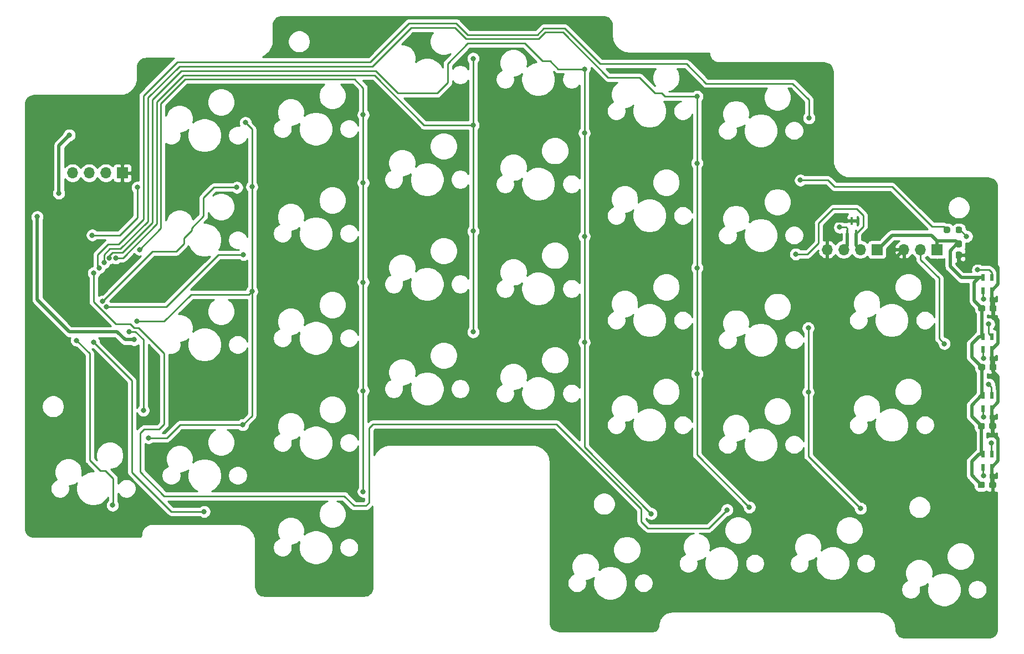
<source format=gbr>
G04 #@! TF.GenerationSoftware,KiCad,Pcbnew,(5.1.7)-1*
G04 #@! TF.CreationDate,2020-12-30T19:43:10-05:00*
G04 #@! TF.ProjectId,snowflake,736e6f77-666c-4616-9b65-2e6b69636164,rev?*
G04 #@! TF.SameCoordinates,Original*
G04 #@! TF.FileFunction,Copper,L1,Top*
G04 #@! TF.FilePolarity,Positive*
%FSLAX46Y46*%
G04 Gerber Fmt 4.6, Leading zero omitted, Abs format (unit mm)*
G04 Created by KiCad (PCBNEW (5.1.7)-1) date 2020-12-30 19:43:10*
%MOMM*%
%LPD*%
G01*
G04 APERTURE LIST*
G04 #@! TA.AperFunction,SMDPad,CuDef*
%ADD10R,0.355600X1.168400*%
G04 #@! TD*
G04 #@! TA.AperFunction,ComponentPad*
%ADD11O,1.700000X1.700000*%
G04 #@! TD*
G04 #@! TA.AperFunction,ComponentPad*
%ADD12R,1.700000X1.700000*%
G04 #@! TD*
G04 #@! TA.AperFunction,SMDPad,CuDef*
%ADD13R,0.600000X1.000000*%
G04 #@! TD*
G04 #@! TA.AperFunction,ViaPad*
%ADD14C,0.800000*%
G04 #@! TD*
G04 #@! TA.AperFunction,Conductor*
%ADD15C,0.500000*%
G04 #@! TD*
G04 #@! TA.AperFunction,Conductor*
%ADD16C,0.250000*%
G04 #@! TD*
G04 #@! TA.AperFunction,Conductor*
%ADD17C,0.254000*%
G04 #@! TD*
G04 #@! TA.AperFunction,Conductor*
%ADD18C,0.100000*%
G04 #@! TD*
G04 APERTURE END LIST*
G04 #@! TA.AperFunction,SMDPad,CuDef*
G36*
G01*
X224362500Y-89025000D02*
X224837500Y-89025000D01*
G75*
G02*
X225075000Y-89262500I0J-237500D01*
G01*
X225075000Y-89862500D01*
G75*
G02*
X224837500Y-90100000I-237500J0D01*
G01*
X224362500Y-90100000D01*
G75*
G02*
X224125000Y-89862500I0J237500D01*
G01*
X224125000Y-89262500D01*
G75*
G02*
X224362500Y-89025000I237500J0D01*
G01*
G37*
G04 #@! TD.AperFunction*
G04 #@! TA.AperFunction,SMDPad,CuDef*
G36*
G01*
X224362500Y-87300000D02*
X224837500Y-87300000D01*
G75*
G02*
X225075000Y-87537500I0J-237500D01*
G01*
X225075000Y-88137500D01*
G75*
G02*
X224837500Y-88375000I-237500J0D01*
G01*
X224362500Y-88375000D01*
G75*
G02*
X224125000Y-88137500I0J237500D01*
G01*
X224125000Y-87537500D01*
G75*
G02*
X224362500Y-87300000I237500J0D01*
G01*
G37*
G04 #@! TD.AperFunction*
D10*
X208249999Y-84334800D03*
X208899998Y-86265200D03*
X207600000Y-86265200D03*
G04 #@! TA.AperFunction,SMDPad,CuDef*
G36*
G01*
X223275000Y-85462500D02*
X223275000Y-85937500D01*
G75*
G02*
X223037500Y-86175000I-237500J0D01*
G01*
X222537500Y-86175000D01*
G75*
G02*
X222300000Y-85937500I0J237500D01*
G01*
X222300000Y-85462500D01*
G75*
G02*
X222537500Y-85225000I237500J0D01*
G01*
X223037500Y-85225000D01*
G75*
G02*
X223275000Y-85462500I0J-237500D01*
G01*
G37*
G04 #@! TD.AperFunction*
G04 #@! TA.AperFunction,SMDPad,CuDef*
G36*
G01*
X225100000Y-85462500D02*
X225100000Y-85937500D01*
G75*
G02*
X224862500Y-86175000I-237500J0D01*
G01*
X224362500Y-86175000D01*
G75*
G02*
X224125000Y-85937500I0J237500D01*
G01*
X224125000Y-85462500D01*
G75*
G02*
X224362500Y-85225000I237500J0D01*
G01*
X224862500Y-85225000D01*
G75*
G02*
X225100000Y-85462500I0J-237500D01*
G01*
G37*
G04 #@! TD.AperFunction*
D11*
X204480000Y-88700000D03*
X207020000Y-88700000D03*
X209560000Y-88700000D03*
D12*
X212100000Y-88700000D03*
D11*
X216220000Y-88700000D03*
X218760000Y-88700000D03*
D12*
X221300000Y-88700000D03*
D11*
X89180000Y-77000000D03*
X91720000Y-77000000D03*
X94260000Y-77000000D03*
D12*
X96800000Y-77000000D03*
D13*
X228325000Y-122000000D03*
X229625000Y-122000000D03*
X228325000Y-120000000D03*
X229625000Y-120000000D03*
X228325000Y-113000000D03*
X229625000Y-113000000D03*
X228325000Y-111000000D03*
X229625000Y-111000000D03*
X228325000Y-104000000D03*
X229625000Y-104000000D03*
X228325000Y-102000000D03*
X229625000Y-102000000D03*
X228325000Y-95000000D03*
X229625000Y-95000000D03*
X228325000Y-93000000D03*
X229625000Y-93000000D03*
G04 #@! TA.AperFunction,SMDPad,CuDef*
G36*
G01*
X229237500Y-124937500D02*
X229237500Y-124462500D01*
G75*
G02*
X229475000Y-124225000I237500J0D01*
G01*
X230075000Y-124225000D01*
G75*
G02*
X230312500Y-124462500I0J-237500D01*
G01*
X230312500Y-124937500D01*
G75*
G02*
X230075000Y-125175000I-237500J0D01*
G01*
X229475000Y-125175000D01*
G75*
G02*
X229237500Y-124937500I0J237500D01*
G01*
G37*
G04 #@! TD.AperFunction*
G04 #@! TA.AperFunction,SMDPad,CuDef*
G36*
G01*
X227512500Y-124937500D02*
X227512500Y-124462500D01*
G75*
G02*
X227750000Y-124225000I237500J0D01*
G01*
X228350000Y-124225000D01*
G75*
G02*
X228587500Y-124462500I0J-237500D01*
G01*
X228587500Y-124937500D01*
G75*
G02*
X228350000Y-125175000I-237500J0D01*
G01*
X227750000Y-125175000D01*
G75*
G02*
X227512500Y-124937500I0J237500D01*
G01*
G37*
G04 #@! TD.AperFunction*
G04 #@! TA.AperFunction,SMDPad,CuDef*
G36*
G01*
X229237500Y-115937500D02*
X229237500Y-115462500D01*
G75*
G02*
X229475000Y-115225000I237500J0D01*
G01*
X230075000Y-115225000D01*
G75*
G02*
X230312500Y-115462500I0J-237500D01*
G01*
X230312500Y-115937500D01*
G75*
G02*
X230075000Y-116175000I-237500J0D01*
G01*
X229475000Y-116175000D01*
G75*
G02*
X229237500Y-115937500I0J237500D01*
G01*
G37*
G04 #@! TD.AperFunction*
G04 #@! TA.AperFunction,SMDPad,CuDef*
G36*
G01*
X227512500Y-115937500D02*
X227512500Y-115462500D01*
G75*
G02*
X227750000Y-115225000I237500J0D01*
G01*
X228350000Y-115225000D01*
G75*
G02*
X228587500Y-115462500I0J-237500D01*
G01*
X228587500Y-115937500D01*
G75*
G02*
X228350000Y-116175000I-237500J0D01*
G01*
X227750000Y-116175000D01*
G75*
G02*
X227512500Y-115937500I0J237500D01*
G01*
G37*
G04 #@! TD.AperFunction*
G04 #@! TA.AperFunction,SMDPad,CuDef*
G36*
G01*
X229300000Y-106937500D02*
X229300000Y-106462500D01*
G75*
G02*
X229537500Y-106225000I237500J0D01*
G01*
X230137500Y-106225000D01*
G75*
G02*
X230375000Y-106462500I0J-237500D01*
G01*
X230375000Y-106937500D01*
G75*
G02*
X230137500Y-107175000I-237500J0D01*
G01*
X229537500Y-107175000D01*
G75*
G02*
X229300000Y-106937500I0J237500D01*
G01*
G37*
G04 #@! TD.AperFunction*
G04 #@! TA.AperFunction,SMDPad,CuDef*
G36*
G01*
X227575000Y-106937500D02*
X227575000Y-106462500D01*
G75*
G02*
X227812500Y-106225000I237500J0D01*
G01*
X228412500Y-106225000D01*
G75*
G02*
X228650000Y-106462500I0J-237500D01*
G01*
X228650000Y-106937500D01*
G75*
G02*
X228412500Y-107175000I-237500J0D01*
G01*
X227812500Y-107175000D01*
G75*
G02*
X227575000Y-106937500I0J237500D01*
G01*
G37*
G04 #@! TD.AperFunction*
G04 #@! TA.AperFunction,SMDPad,CuDef*
G36*
G01*
X229300000Y-97937500D02*
X229300000Y-97462500D01*
G75*
G02*
X229537500Y-97225000I237500J0D01*
G01*
X230137500Y-97225000D01*
G75*
G02*
X230375000Y-97462500I0J-237500D01*
G01*
X230375000Y-97937500D01*
G75*
G02*
X230137500Y-98175000I-237500J0D01*
G01*
X229537500Y-98175000D01*
G75*
G02*
X229300000Y-97937500I0J237500D01*
G01*
G37*
G04 #@! TD.AperFunction*
G04 #@! TA.AperFunction,SMDPad,CuDef*
G36*
G01*
X227575000Y-97937500D02*
X227575000Y-97462500D01*
G75*
G02*
X227812500Y-97225000I237500J0D01*
G01*
X228412500Y-97225000D01*
G75*
G02*
X228650000Y-97462500I0J-237500D01*
G01*
X228650000Y-97937500D01*
G75*
G02*
X228412500Y-98175000I-237500J0D01*
G01*
X227812500Y-98175000D01*
G75*
G02*
X227575000Y-97937500I0J237500D01*
G01*
G37*
G04 #@! TD.AperFunction*
D14*
X95400000Y-85500000D03*
X106800000Y-114300000D03*
X115200000Y-108500000D03*
X111800000Y-109500000D03*
X118400000Y-108500000D03*
X121400000Y-111900000D03*
X124800000Y-111900000D03*
X138000000Y-103500000D03*
X141000000Y-103500000D03*
X147000000Y-101100000D03*
X154800000Y-103100000D03*
X157600000Y-103100000D03*
X160200000Y-103100000D03*
X171200000Y-108100000D03*
X173800000Y-108100000D03*
X176600000Y-108100000D03*
X101600000Y-111500000D03*
X120600000Y-78700000D03*
X123400000Y-78700000D03*
X126000000Y-78700000D03*
X139000000Y-80500000D03*
X146400000Y-75900000D03*
X160200000Y-70700000D03*
X138800000Y-70100000D03*
X89400000Y-80000000D03*
X85500000Y-93400000D03*
X164800000Y-130100000D03*
X164800000Y-126500000D03*
X132400000Y-138500000D03*
X119400000Y-139100000D03*
X179600000Y-139500000D03*
X224900000Y-90800000D03*
X215000000Y-126000000D03*
X215000000Y-128200000D03*
X102800000Y-91100000D03*
X95400000Y-92700000D03*
X112800000Y-94100000D03*
X142600000Y-57900000D03*
X148400000Y-64500000D03*
X98200000Y-103900000D03*
X176600000Y-61500000D03*
X129800000Y-121900000D03*
X123200000Y-120700000D03*
X118600000Y-105700000D03*
X191000000Y-88700000D03*
X174200000Y-85300000D03*
X157200000Y-80700000D03*
X122800000Y-88700000D03*
X181200000Y-73500000D03*
X107200000Y-98500000D03*
X93000000Y-82900000D03*
X169400000Y-73500000D03*
X128600000Y-76300000D03*
X83800000Y-83700000D03*
X98600000Y-102500000D03*
X87100000Y-80100000D03*
X88700000Y-71200000D03*
X95300000Y-127800000D03*
X89800000Y-102600000D03*
X92200000Y-86500000D03*
X99100000Y-79200000D03*
X109300000Y-128775000D03*
X92400000Y-102900000D03*
X228375000Y-96300000D03*
X229175000Y-100100000D03*
X227500000Y-91800000D03*
X228375000Y-105300000D03*
X229175000Y-109300000D03*
X228375000Y-114300000D03*
X229575000Y-118300000D03*
X206400000Y-85300000D03*
X94400000Y-97500000D03*
X115300000Y-89500000D03*
X199700000Y-89400000D03*
X115600000Y-69300000D03*
X100800000Y-117500000D03*
X115200000Y-115500000D03*
X116600000Y-95100000D03*
X116600000Y-79100000D03*
X99000000Y-99700000D03*
X133600000Y-68100000D03*
X133600000Y-125700000D03*
X133600000Y-110300000D03*
X133600000Y-93700000D03*
X133600000Y-78500000D03*
X99400000Y-88700000D03*
X150400000Y-59500000D03*
X150400000Y-101300000D03*
X150400000Y-85900000D03*
X150400000Y-69700000D03*
X95800000Y-90000000D03*
X167400000Y-61100000D03*
X167400000Y-102900000D03*
X167400000Y-86700000D03*
X167400000Y-70900000D03*
X177600000Y-129100000D03*
X94792791Y-90005220D03*
X184600000Y-65300000D03*
X192600000Y-128100000D03*
X184600000Y-107700000D03*
X184600000Y-91500000D03*
X184600000Y-75500000D03*
X94000000Y-90700000D03*
X201600000Y-100700000D03*
X209600000Y-128300000D03*
X201600000Y-110500000D03*
X93300000Y-91500000D03*
X201700000Y-68600000D03*
X92400000Y-92300000D03*
X189200000Y-128500000D03*
X97800000Y-101300000D03*
X100000000Y-113300000D03*
X93800000Y-96600000D03*
X114300000Y-79200000D03*
X200400000Y-78100000D03*
X222400000Y-103100000D03*
X228375000Y-123300000D03*
X225800000Y-86700000D03*
D15*
X204480000Y-88700000D02*
X204480000Y-90480000D01*
X204480000Y-90480000D02*
X205100000Y-91100000D01*
X213820000Y-91100000D02*
X216220000Y-88700000D01*
X205100000Y-91100000D02*
X213820000Y-91100000D01*
X207572199Y-84334800D02*
X207537399Y-84300000D01*
X208249999Y-84334800D02*
X207572199Y-84334800D01*
X207537399Y-84300000D02*
X205600000Y-84300000D01*
X204480000Y-85420000D02*
X204480000Y-88700000D01*
X205600000Y-84300000D02*
X204480000Y-85420000D01*
X229625000Y-97487500D02*
X229837500Y-97700000D01*
X229625000Y-95000000D02*
X229625000Y-97487500D01*
X229837500Y-97700000D02*
X229837500Y-98737500D01*
X229837500Y-98737500D02*
X230600000Y-99500000D01*
X230600000Y-103025000D02*
X229625000Y-104000000D01*
X230600000Y-99500000D02*
X230600000Y-103025000D01*
X229625000Y-106487500D02*
X229837500Y-106700000D01*
X229625000Y-104000000D02*
X229625000Y-106487500D01*
X229837500Y-106700000D02*
X229837500Y-107337500D01*
X229837500Y-107337500D02*
X230600000Y-108100000D01*
X230600000Y-112025000D02*
X229625000Y-113000000D01*
X230600000Y-108100000D02*
X230600000Y-112025000D01*
X229625000Y-115550000D02*
X229775000Y-115700000D01*
X229625000Y-113000000D02*
X229625000Y-115550000D01*
X229775000Y-115700000D02*
X229775000Y-116075000D01*
X229775000Y-115700000D02*
X229775000Y-116775000D01*
X229775000Y-116775000D02*
X230600000Y-117600000D01*
X230600000Y-121025000D02*
X229625000Y-122000000D01*
X230600000Y-117600000D02*
X230600000Y-121025000D01*
X229625000Y-124550000D02*
X229775000Y-124700000D01*
X229625000Y-122000000D02*
X229625000Y-124550000D01*
X230624990Y-94000010D02*
X229625000Y-95000000D01*
X230624990Y-91424990D02*
X230624990Y-94000010D01*
X230000000Y-90800000D02*
X230624990Y-91424990D01*
X224900000Y-90800000D02*
X230000000Y-90800000D01*
X224600000Y-89562500D02*
X224600000Y-90500000D01*
X224600000Y-90500000D02*
X224900000Y-90800000D01*
X96820000Y-77020000D02*
X96800000Y-77000000D01*
X95400000Y-85500000D02*
X96820000Y-84080000D01*
X96820000Y-84080000D02*
X96820000Y-77020000D01*
X212100000Y-88700000D02*
X212200000Y-88700000D01*
X212200000Y-88700000D02*
X214400000Y-86500000D01*
X214400000Y-86500000D02*
X220400000Y-86500000D01*
X221300000Y-87400000D02*
X221300000Y-88700000D01*
X220400000Y-86500000D02*
X221300000Y-87400000D01*
X87100000Y-80100000D02*
X87100000Y-73900000D01*
X228325000Y-93000000D02*
X227675000Y-93000000D01*
X227675000Y-93000000D02*
X226975000Y-93700000D01*
X226975000Y-96562500D02*
X228112500Y-97700000D01*
X226975000Y-93700000D02*
X226975000Y-96562500D01*
X228112500Y-101787500D02*
X228325000Y-102000000D01*
X228112500Y-97700000D02*
X228112500Y-101787500D01*
X228325000Y-102000000D02*
X227675000Y-102000000D01*
X227675000Y-102000000D02*
X226575000Y-103100000D01*
X226575000Y-105162500D02*
X228112500Y-106700000D01*
X226575000Y-103100000D02*
X226575000Y-105162500D01*
X228112500Y-110787500D02*
X228325000Y-111000000D01*
X228112500Y-106700000D02*
X228112500Y-110787500D01*
X228325000Y-111000000D02*
X228075000Y-111000000D01*
X228075000Y-111000000D02*
X226575000Y-112500000D01*
X226575000Y-114225000D02*
X228050000Y-115700000D01*
X226575000Y-112500000D02*
X226575000Y-114225000D01*
X228050000Y-119725000D02*
X228325000Y-120000000D01*
X228050000Y-115700000D02*
X228050000Y-119725000D01*
X228325000Y-120000000D02*
X227675000Y-120000000D01*
X227675000Y-120000000D02*
X226575000Y-121100000D01*
X226575000Y-123225000D02*
X228050000Y-124700000D01*
X226575000Y-121100000D02*
X226575000Y-123225000D01*
X87100000Y-73900000D02*
X87100000Y-72800000D01*
X87100000Y-72800000D02*
X88700000Y-71200000D01*
X224162500Y-87400000D02*
X224600000Y-87837500D01*
X221300000Y-87400000D02*
X224162500Y-87400000D01*
X221300000Y-88700000D02*
X221300000Y-89350000D01*
X224600000Y-87837500D02*
X224362500Y-87837500D01*
X224362500Y-87837500D02*
X223300000Y-88900000D01*
X223300000Y-88900000D02*
X223300000Y-91300000D01*
X225000000Y-93000000D02*
X227675000Y-93000000D01*
X223300000Y-91300000D02*
X225000000Y-93000000D01*
X97200000Y-102500000D02*
X98600000Y-102500000D01*
X96000000Y-101300000D02*
X97200000Y-102500000D01*
X88700000Y-101300000D02*
X96000000Y-101300000D01*
X83800000Y-83700000D02*
X83800000Y-96400000D01*
X83800000Y-96400000D02*
X88700000Y-101300000D01*
D16*
X91800000Y-120900000D02*
X93400000Y-122500000D01*
X93400000Y-122500000D02*
X94200000Y-122500000D01*
X94200000Y-122500000D02*
X95400000Y-123700000D01*
X95400000Y-127700000D02*
X95300000Y-127800000D01*
X95400000Y-123700000D02*
X95400000Y-127700000D01*
X91800000Y-104600000D02*
X91800000Y-120900000D01*
X89800000Y-102600000D02*
X91800000Y-104600000D01*
X92200000Y-86500000D02*
X96400000Y-86500000D01*
X96400000Y-86500000D02*
X99100000Y-83800000D01*
X99100000Y-83800000D02*
X99100000Y-79200000D01*
X104275000Y-128775000D02*
X109300000Y-128775000D01*
X98250000Y-122750000D02*
X104275000Y-128775000D01*
X92400000Y-102900000D02*
X98250000Y-108750000D01*
X98250000Y-108750000D02*
X98250000Y-122750000D01*
X228325000Y-96250000D02*
X228375000Y-96300000D01*
X228325000Y-95000000D02*
X228325000Y-96250000D01*
X229175000Y-101550000D02*
X229625000Y-102000000D01*
X229175000Y-100100000D02*
X229175000Y-101550000D01*
X227500000Y-91800000D02*
X229200000Y-91800000D01*
X229625000Y-92225000D02*
X229625000Y-93000000D01*
X229200000Y-91800000D02*
X229625000Y-92225000D01*
X228325000Y-105250000D02*
X228375000Y-105300000D01*
X228325000Y-104000000D02*
X228325000Y-105250000D01*
X229175000Y-109300000D02*
X229575000Y-109700000D01*
X229575000Y-110950000D02*
X229625000Y-111000000D01*
X229575000Y-109700000D02*
X229575000Y-110950000D01*
X228325000Y-114250000D02*
X228375000Y-114300000D01*
X228325000Y-113000000D02*
X228325000Y-114250000D01*
X229575000Y-119950000D02*
X229625000Y-120000000D01*
X229575000Y-118300000D02*
X229575000Y-119950000D01*
D15*
X207600000Y-88120000D02*
X207020000Y-88700000D01*
X207600000Y-86265200D02*
X207600000Y-88120000D01*
D16*
X207600000Y-86265200D02*
X207600000Y-85500000D01*
X207400000Y-85300000D02*
X206400000Y-85300000D01*
X207600000Y-85500000D02*
X207400000Y-85300000D01*
X94400000Y-97500000D02*
X103500000Y-97500000D01*
X111500000Y-89500000D02*
X115300000Y-89500000D01*
X103500000Y-97500000D02*
X111500000Y-89500000D01*
D15*
X208899998Y-88039998D02*
X209560000Y-88700000D01*
X208899998Y-86265200D02*
X208899998Y-88039998D01*
D16*
X210000000Y-85165198D02*
X208899998Y-86265200D01*
X201500000Y-89400000D02*
X203200000Y-87700000D01*
X210000000Y-83500000D02*
X210000000Y-85165198D01*
X199700000Y-89400000D02*
X201500000Y-89400000D01*
X203200000Y-87700000D02*
X203200000Y-84700000D01*
X203200000Y-84700000D02*
X205400000Y-82500000D01*
X205400000Y-82500000D02*
X209000000Y-82500000D01*
X209000000Y-82500000D02*
X210000000Y-83500000D01*
X115600000Y-69300000D02*
X116600000Y-70300000D01*
X116600000Y-114100000D02*
X115200000Y-115500000D01*
X115200000Y-115500000D02*
X105600000Y-115500000D01*
X105600000Y-115500000D02*
X103600000Y-117500000D01*
X103600000Y-117500000D02*
X100800000Y-117500000D01*
X116600000Y-95100000D02*
X116600000Y-114100000D01*
X116600000Y-78900000D02*
X116600000Y-79100000D01*
X116600000Y-78900000D02*
X116600000Y-95100000D01*
X116600000Y-70300000D02*
X116600000Y-78900000D01*
X99000000Y-99700000D02*
X103200000Y-99700000D01*
X103200000Y-99700000D02*
X107300000Y-95600000D01*
X116100000Y-95600000D02*
X116600000Y-95100000D01*
X107300000Y-95600000D02*
X116100000Y-95600000D01*
X133600000Y-110300000D02*
X133600000Y-125700000D01*
X133600000Y-93500000D02*
X133600000Y-93700000D01*
X133600000Y-93500000D02*
X133600000Y-110300000D01*
X133600000Y-91100000D02*
X133600000Y-93500000D01*
X133600000Y-78500000D02*
X133600000Y-91100000D01*
X133600000Y-68100000D02*
X133600000Y-78500000D01*
X99400000Y-88700000D02*
X102700000Y-85400000D01*
X102700000Y-85400000D02*
X102700000Y-66400000D01*
X102700000Y-66400000D02*
X106400000Y-62700000D01*
X106400000Y-62700000D02*
X132300000Y-62700000D01*
X133600000Y-64000000D02*
X133600000Y-68100000D01*
X132300000Y-62700000D02*
X133600000Y-64000000D01*
X150400000Y-85900000D02*
X150400000Y-101300000D01*
X150400000Y-69700000D02*
X150400000Y-85900000D01*
X150400000Y-65000000D02*
X150400000Y-69700000D01*
X150400000Y-62800000D02*
X150400000Y-65000000D01*
X150400000Y-59500000D02*
X150400000Y-62800000D01*
X106100000Y-62100000D02*
X135300000Y-62100000D01*
X135300000Y-62100000D02*
X142900000Y-69700000D01*
X102100000Y-66100000D02*
X106100000Y-62100000D01*
X102100000Y-84800000D02*
X102100000Y-66100000D01*
X142900000Y-69700000D02*
X150400000Y-69700000D01*
X96900000Y-90000000D02*
X102100000Y-84800000D01*
X95800000Y-90000000D02*
X96900000Y-90000000D01*
X167400000Y-86700000D02*
X167400000Y-102900000D01*
X167400000Y-70900000D02*
X167400000Y-86700000D01*
X167400000Y-61100000D02*
X167400000Y-70900000D01*
X167400000Y-102900000D02*
X167400000Y-118900000D01*
X167400000Y-118900000D02*
X177600000Y-129100000D01*
X163400000Y-61100000D02*
X167400000Y-61100000D01*
X162200000Y-59900000D02*
X163400000Y-61100000D01*
X161000000Y-59900000D02*
X162200000Y-59900000D01*
X158300000Y-57200000D02*
X161000000Y-59900000D01*
X94792791Y-90005220D02*
X94792791Y-89707209D01*
X96800000Y-89200000D02*
X101400000Y-84600000D01*
X138900000Y-64800000D02*
X144900000Y-64800000D01*
X94792791Y-89707209D02*
X95300000Y-89200000D01*
X95300000Y-89200000D02*
X96800000Y-89200000D01*
X101400000Y-84600000D02*
X101400000Y-65800000D01*
X101400000Y-65800000D02*
X105800000Y-61400000D01*
X135500000Y-61400000D02*
X138900000Y-64800000D01*
X105800000Y-61400000D02*
X135500000Y-61400000D01*
X146500000Y-60300000D02*
X149600000Y-57200000D01*
X146500000Y-63200000D02*
X146500000Y-60300000D01*
X144900000Y-64800000D02*
X146500000Y-63200000D01*
X149600000Y-57200000D02*
X158300000Y-57200000D01*
X184600000Y-110500000D02*
X184600000Y-117700000D01*
X184600000Y-117700000D02*
X184600000Y-120100000D01*
X184600000Y-120100000D02*
X192600000Y-128100000D01*
X184600000Y-107700000D02*
X184600000Y-110500000D01*
X184600000Y-91500000D02*
X184600000Y-107700000D01*
X184600000Y-75500000D02*
X184600000Y-91500000D01*
X184600000Y-65300000D02*
X184600000Y-75500000D01*
X179200000Y-64800000D02*
X179700000Y-65300000D01*
X178200000Y-64800000D02*
X179200000Y-64800000D01*
X175800000Y-62400000D02*
X178200000Y-64800000D01*
X171000000Y-62400000D02*
X175800000Y-62400000D01*
X164100000Y-55500000D02*
X171000000Y-62400000D01*
X94000000Y-90700000D02*
X94000000Y-89500000D01*
X94900000Y-88600000D02*
X96500000Y-88600000D01*
X100700000Y-84400000D02*
X100700000Y-65500000D01*
X100700000Y-65500000D02*
X105500000Y-60700000D01*
X96500000Y-88600000D02*
X100700000Y-84400000D01*
X179700000Y-65300000D02*
X184600000Y-65300000D01*
X161400000Y-55500000D02*
X164100000Y-55500000D01*
X105500000Y-60700000D02*
X135000000Y-60700000D01*
X140900000Y-54800000D02*
X147600000Y-54800000D01*
X135000000Y-60700000D02*
X140900000Y-54800000D01*
X147600000Y-54800000D02*
X149300000Y-56500000D01*
X160400000Y-56500000D02*
X161400000Y-55500000D01*
X94000000Y-89500000D02*
X94900000Y-88600000D01*
X149300000Y-56500000D02*
X160400000Y-56500000D01*
X201600000Y-116700000D02*
X201600000Y-120300000D01*
X201600000Y-120300000D02*
X209600000Y-128300000D01*
X201600000Y-110500000D02*
X201600000Y-116700000D01*
X201600000Y-100700000D02*
X201600000Y-110500000D01*
X201700000Y-65800000D02*
X201700000Y-68600000D01*
X199200000Y-63300000D02*
X201700000Y-65800000D01*
X183000000Y-60300000D02*
X186000000Y-63300000D01*
X164400000Y-54900000D02*
X169800000Y-60300000D01*
X161200000Y-54900000D02*
X164400000Y-54900000D01*
X93300000Y-91500000D02*
X93000000Y-91200000D01*
X93000000Y-91200000D02*
X93000000Y-89500000D01*
X169800000Y-60300000D02*
X183000000Y-60300000D01*
X96200000Y-87900000D02*
X100000000Y-84100000D01*
X134700000Y-60000000D02*
X140600000Y-54100000D01*
X94600000Y-87900000D02*
X96200000Y-87900000D01*
X100000000Y-84100000D02*
X100000000Y-65200000D01*
X100000000Y-65200000D02*
X105200000Y-60000000D01*
X105200000Y-60000000D02*
X134700000Y-60000000D01*
X160200000Y-55900000D02*
X161200000Y-54900000D01*
X186000000Y-63300000D02*
X199200000Y-63300000D01*
X140600000Y-54100000D02*
X147800000Y-54100000D01*
X93000000Y-89500000D02*
X94600000Y-87900000D01*
X147800000Y-54100000D02*
X149600000Y-55900000D01*
X149600000Y-55900000D02*
X160200000Y-55900000D01*
X92400000Y-96700000D02*
X92400000Y-92300000D01*
X95800000Y-100100000D02*
X92400000Y-96700000D01*
X99300000Y-100700000D02*
X98600000Y-100700000D01*
X103200000Y-104600000D02*
X99300000Y-100700000D01*
X103200000Y-115400000D02*
X103200000Y-104600000D01*
X163100000Y-115400000D02*
X135100000Y-115400000D01*
X98600000Y-100700000D02*
X98000000Y-100100000D01*
X102400000Y-116200000D02*
X103200000Y-115400000D01*
X189200000Y-128500000D02*
X186400000Y-131300000D01*
X99500000Y-116800000D02*
X100100000Y-116200000D01*
X176100000Y-130300000D02*
X176100000Y-128400000D01*
X186400000Y-131300000D02*
X177100000Y-131300000D01*
X135100000Y-115400000D02*
X134500000Y-116000000D01*
X177100000Y-131300000D02*
X176100000Y-130300000D01*
X134500000Y-116000000D02*
X134500000Y-127400000D01*
X132200000Y-127900000D02*
X130700000Y-126400000D01*
X134500000Y-127400000D02*
X134000000Y-127900000D01*
X130700000Y-126400000D02*
X103200000Y-126400000D01*
X134000000Y-127900000D02*
X132200000Y-127900000D01*
X103200000Y-126400000D02*
X99500000Y-122700000D01*
X98000000Y-100100000D02*
X95800000Y-100100000D01*
X99500000Y-122700000D02*
X99500000Y-116800000D01*
X176100000Y-128400000D02*
X163100000Y-115400000D01*
X100100000Y-116200000D02*
X102400000Y-116200000D01*
X100000000Y-102500000D02*
X98800000Y-101300000D01*
X98800000Y-101300000D02*
X97800000Y-101300000D01*
X100000000Y-102500000D02*
X100000000Y-109100000D01*
X100000000Y-109100000D02*
X100000000Y-113300000D01*
X93800000Y-96600000D02*
X101400000Y-89000000D01*
X101400000Y-89000000D02*
X105000000Y-89000000D01*
X105000000Y-89000000D02*
X106200000Y-87800000D01*
X106200000Y-87800000D02*
X106200000Y-87000000D01*
X106200000Y-87000000D02*
X107400000Y-85800000D01*
X107400000Y-85800000D02*
X107400000Y-85400000D01*
X107400000Y-85400000D02*
X109200000Y-83600000D01*
X109200000Y-83600000D02*
X109200000Y-80800000D01*
X110800000Y-79200000D02*
X114300000Y-79200000D01*
X109200000Y-80800000D02*
X110800000Y-79200000D01*
X204600000Y-78100000D02*
X205600000Y-79100000D01*
X200400000Y-78100000D02*
X204600000Y-78100000D01*
X205600000Y-79100000D02*
X214400000Y-79100000D01*
X214400000Y-79100000D02*
X220500000Y-85200000D01*
X222287500Y-85200000D02*
X222787500Y-85700000D01*
X220500000Y-85200000D02*
X222287500Y-85200000D01*
X222400000Y-103100000D02*
X221600000Y-102300000D01*
X221600000Y-102300000D02*
X221600000Y-93100000D01*
X218760000Y-90260000D02*
X218760000Y-88700000D01*
X221600000Y-93100000D02*
X218760000Y-90260000D01*
X228325000Y-123250000D02*
X228375000Y-123300000D01*
X228325000Y-122000000D02*
X228325000Y-123250000D01*
X224612500Y-85700000D02*
X224800000Y-85700000D01*
X224800000Y-85700000D02*
X225800000Y-86700000D01*
D17*
X170509659Y-53088625D02*
X170759429Y-53164035D01*
X170989792Y-53286522D01*
X171191980Y-53451422D01*
X171358286Y-53652450D01*
X171482378Y-53881954D01*
X171559531Y-54131195D01*
X171590000Y-54421089D01*
X171590001Y-56032419D01*
X171592852Y-56061364D01*
X171592765Y-56073781D01*
X171593665Y-56082952D01*
X171634466Y-56471145D01*
X171646487Y-56529708D01*
X171657702Y-56588501D01*
X171660366Y-56597323D01*
X171775790Y-56970198D01*
X171798975Y-57025353D01*
X171821379Y-57080806D01*
X171825706Y-57088943D01*
X172011357Y-57432298D01*
X172044780Y-57481849D01*
X172077562Y-57531946D01*
X172083387Y-57539087D01*
X172332194Y-57839841D01*
X172374629Y-57881981D01*
X172416492Y-57924730D01*
X172423592Y-57930604D01*
X172726077Y-58177305D01*
X172775904Y-58210409D01*
X172825259Y-58244204D01*
X172833365Y-58248587D01*
X173178007Y-58431837D01*
X173233311Y-58454631D01*
X173288295Y-58478198D01*
X173297098Y-58480923D01*
X173670770Y-58593741D01*
X173729458Y-58605361D01*
X173787961Y-58617797D01*
X173797126Y-58618760D01*
X174185595Y-58656850D01*
X174185598Y-58656850D01*
X174217581Y-58660000D01*
X186367719Y-58660000D01*
X186416867Y-58664819D01*
X186433092Y-58669718D01*
X186448053Y-58677672D01*
X186461189Y-58688386D01*
X186471988Y-58701441D01*
X186480049Y-58716349D01*
X186485062Y-58732541D01*
X186492796Y-58806129D01*
X186492734Y-58815057D01*
X186493634Y-58824228D01*
X186508935Y-58969800D01*
X186520954Y-59028352D01*
X186532171Y-59087152D01*
X186534835Y-59095974D01*
X186578119Y-59235803D01*
X186601294Y-59290933D01*
X186623708Y-59346412D01*
X186628035Y-59354548D01*
X186697653Y-59483306D01*
X186731098Y-59532890D01*
X186763858Y-59582953D01*
X186769683Y-59590094D01*
X186862985Y-59702877D01*
X186905421Y-59745018D01*
X186947284Y-59787767D01*
X186954384Y-59793641D01*
X187067816Y-59886154D01*
X187117625Y-59919246D01*
X187166997Y-59953053D01*
X187175104Y-59957436D01*
X187304345Y-60026155D01*
X187359626Y-60048940D01*
X187414636Y-60072517D01*
X187423439Y-60075242D01*
X187563566Y-60117548D01*
X187622232Y-60129164D01*
X187680753Y-60141603D01*
X187689918Y-60142566D01*
X187835594Y-60156850D01*
X187835598Y-60156850D01*
X187867581Y-60160000D01*
X203967721Y-60160000D01*
X204259659Y-60188625D01*
X204509429Y-60264035D01*
X204739792Y-60386522D01*
X204941980Y-60551422D01*
X205108286Y-60752450D01*
X205232378Y-60981954D01*
X205309531Y-61231195D01*
X205340001Y-61521098D01*
X205340000Y-75132418D01*
X205342852Y-75161372D01*
X205342765Y-75173781D01*
X205343665Y-75182952D01*
X205384466Y-75571145D01*
X205396487Y-75629708D01*
X205407702Y-75688501D01*
X205410366Y-75697323D01*
X205525790Y-76070198D01*
X205548975Y-76125353D01*
X205571379Y-76180806D01*
X205575706Y-76188943D01*
X205761357Y-76532298D01*
X205794780Y-76581849D01*
X205827562Y-76631946D01*
X205833387Y-76639087D01*
X206082194Y-76939841D01*
X206124629Y-76981981D01*
X206166492Y-77024730D01*
X206173592Y-77030604D01*
X206476077Y-77277305D01*
X206525904Y-77310409D01*
X206575259Y-77344204D01*
X206583365Y-77348587D01*
X206928007Y-77531837D01*
X206983311Y-77554631D01*
X207038295Y-77578198D01*
X207047098Y-77580923D01*
X207420770Y-77693741D01*
X207479458Y-77705361D01*
X207537961Y-77717797D01*
X207547126Y-77718760D01*
X207935595Y-77756850D01*
X207935598Y-77756850D01*
X207967581Y-77760000D01*
X229067721Y-77760000D01*
X229359659Y-77788625D01*
X229609429Y-77864035D01*
X229839792Y-77986522D01*
X230041980Y-78151422D01*
X230208286Y-78352450D01*
X230332378Y-78581954D01*
X230409531Y-78831195D01*
X230440001Y-79121098D01*
X230440001Y-92126575D01*
X230376185Y-92048815D01*
X230362294Y-92037415D01*
X230330546Y-91932753D01*
X230259974Y-91800724D01*
X230165001Y-91684999D01*
X230135998Y-91661197D01*
X229763804Y-91289003D01*
X229740001Y-91259999D01*
X229624276Y-91165026D01*
X229492247Y-91094454D01*
X229348986Y-91050997D01*
X229237333Y-91040000D01*
X229237322Y-91040000D01*
X229200000Y-91036324D01*
X229162678Y-91040000D01*
X228203711Y-91040000D01*
X228159774Y-90996063D01*
X227990256Y-90882795D01*
X227801898Y-90804774D01*
X227601939Y-90765000D01*
X227398061Y-90765000D01*
X227198102Y-90804774D01*
X227009744Y-90882795D01*
X226840226Y-90996063D01*
X226696063Y-91140226D01*
X226582795Y-91309744D01*
X226504774Y-91498102D01*
X226465000Y-91698061D01*
X226465000Y-91901939D01*
X226504774Y-92101898D01*
X226510201Y-92115000D01*
X225366579Y-92115000D01*
X224185000Y-90933422D01*
X224185000Y-90737098D01*
X224314250Y-90735000D01*
X224473000Y-90576250D01*
X224473000Y-89689500D01*
X224727000Y-89689500D01*
X224727000Y-90576250D01*
X224885750Y-90735000D01*
X225075000Y-90738072D01*
X225199482Y-90725812D01*
X225319180Y-90689502D01*
X225429494Y-90630537D01*
X225526185Y-90551185D01*
X225605537Y-90454494D01*
X225664502Y-90344180D01*
X225700812Y-90224482D01*
X225713072Y-90100000D01*
X225710000Y-89848250D01*
X225551250Y-89689500D01*
X224727000Y-89689500D01*
X224473000Y-89689500D01*
X224453000Y-89689500D01*
X224453000Y-89435500D01*
X224473000Y-89435500D01*
X224473000Y-89415500D01*
X224727000Y-89415500D01*
X224727000Y-89435500D01*
X225551250Y-89435500D01*
X225710000Y-89276750D01*
X225713072Y-89025000D01*
X225700812Y-88900518D01*
X225664502Y-88780820D01*
X225605537Y-88670506D01*
X225566226Y-88622606D01*
X225646423Y-88472567D01*
X225696248Y-88308316D01*
X225713072Y-88137500D01*
X225713072Y-87735000D01*
X225901939Y-87735000D01*
X226101898Y-87695226D01*
X226290256Y-87617205D01*
X226459774Y-87503937D01*
X226603937Y-87359774D01*
X226717205Y-87190256D01*
X226795226Y-87001898D01*
X226835000Y-86801939D01*
X226835000Y-86598061D01*
X226795226Y-86398102D01*
X226717205Y-86209744D01*
X226603937Y-86040226D01*
X226459774Y-85896063D01*
X226290256Y-85782795D01*
X226101898Y-85704774D01*
X225901939Y-85665000D01*
X225839802Y-85665000D01*
X225738072Y-85563271D01*
X225738072Y-85462500D01*
X225721248Y-85291684D01*
X225671423Y-85127433D01*
X225590512Y-84976058D01*
X225481623Y-84843377D01*
X225348942Y-84734488D01*
X225197567Y-84653577D01*
X225033316Y-84603752D01*
X224862500Y-84586928D01*
X224362500Y-84586928D01*
X224191684Y-84603752D01*
X224027433Y-84653577D01*
X223876058Y-84734488D01*
X223743377Y-84843377D01*
X223700000Y-84896232D01*
X223656623Y-84843377D01*
X223523942Y-84734488D01*
X223372567Y-84653577D01*
X223208316Y-84603752D01*
X223037500Y-84586928D01*
X222738464Y-84586928D01*
X222711776Y-84565026D01*
X222579747Y-84494454D01*
X222436486Y-84450997D01*
X222324833Y-84440000D01*
X222324822Y-84440000D01*
X222287500Y-84436324D01*
X222250178Y-84440000D01*
X220814802Y-84440000D01*
X218503919Y-82129117D01*
X222865000Y-82129117D01*
X222865000Y-82470883D01*
X222931675Y-82806081D01*
X223062463Y-83121831D01*
X223252337Y-83405998D01*
X223494002Y-83647663D01*
X223778169Y-83837537D01*
X224093919Y-83968325D01*
X224429117Y-84035000D01*
X224770883Y-84035000D01*
X225106081Y-83968325D01*
X225421831Y-83837537D01*
X225705998Y-83647663D01*
X225947663Y-83405998D01*
X226137537Y-83121831D01*
X226268325Y-82806081D01*
X226335000Y-82470883D01*
X226335000Y-82129117D01*
X226268325Y-81793919D01*
X226137537Y-81478169D01*
X225947663Y-81194002D01*
X225705998Y-80952337D01*
X225421831Y-80762463D01*
X225106081Y-80631675D01*
X224770883Y-80565000D01*
X224429117Y-80565000D01*
X224093919Y-80631675D01*
X223778169Y-80762463D01*
X223494002Y-80952337D01*
X223252337Y-81194002D01*
X223062463Y-81478169D01*
X222931675Y-81793919D01*
X222865000Y-82129117D01*
X218503919Y-82129117D01*
X214963804Y-78589003D01*
X214940001Y-78559999D01*
X214824276Y-78465026D01*
X214692247Y-78394454D01*
X214548986Y-78350997D01*
X214437333Y-78340000D01*
X214437322Y-78340000D01*
X214400000Y-78336324D01*
X214362678Y-78340000D01*
X205914802Y-78340000D01*
X205163804Y-77589002D01*
X205140001Y-77559999D01*
X205024276Y-77465026D01*
X204892247Y-77394454D01*
X204748986Y-77350997D01*
X204637333Y-77340000D01*
X204637322Y-77340000D01*
X204600000Y-77336324D01*
X204562678Y-77340000D01*
X201103711Y-77340000D01*
X201059774Y-77296063D01*
X200890256Y-77182795D01*
X200701898Y-77104774D01*
X200501939Y-77065000D01*
X200298061Y-77065000D01*
X200098102Y-77104774D01*
X199909744Y-77182795D01*
X199740226Y-77296063D01*
X199596063Y-77440226D01*
X199482795Y-77609744D01*
X199404774Y-77798102D01*
X199365000Y-77998061D01*
X199365000Y-78201939D01*
X199404774Y-78401898D01*
X199482795Y-78590256D01*
X199596063Y-78759774D01*
X199740226Y-78903937D01*
X199909744Y-79017205D01*
X200098102Y-79095226D01*
X200298061Y-79135000D01*
X200501939Y-79135000D01*
X200701898Y-79095226D01*
X200890256Y-79017205D01*
X201059774Y-78903937D01*
X201103711Y-78860000D01*
X204285199Y-78860000D01*
X205036200Y-79611002D01*
X205059999Y-79640001D01*
X205175724Y-79734974D01*
X205307753Y-79805546D01*
X205451014Y-79849003D01*
X205560373Y-79859774D01*
X205600000Y-79863677D01*
X205637333Y-79860000D01*
X214085199Y-79860000D01*
X219840198Y-85615000D01*
X214443469Y-85615000D01*
X214400000Y-85610719D01*
X214356531Y-85615000D01*
X214356523Y-85615000D01*
X214226510Y-85627805D01*
X214059687Y-85678411D01*
X214010365Y-85704774D01*
X213905941Y-85760589D01*
X213804953Y-85843468D01*
X213804951Y-85843470D01*
X213771183Y-85871183D01*
X213743470Y-85904951D01*
X212436494Y-87211928D01*
X211250000Y-87211928D01*
X211125518Y-87224188D01*
X211005820Y-87260498D01*
X210895506Y-87319463D01*
X210798815Y-87398815D01*
X210719463Y-87495506D01*
X210660498Y-87605820D01*
X210638487Y-87678380D01*
X210506632Y-87546525D01*
X210263411Y-87384010D01*
X209993158Y-87272068D01*
X209784998Y-87230662D01*
X209784998Y-86455001D01*
X210511003Y-85728997D01*
X210540001Y-85705199D01*
X210634974Y-85589474D01*
X210705546Y-85457445D01*
X210749003Y-85314184D01*
X210760000Y-85202531D01*
X210760000Y-85202523D01*
X210763676Y-85165198D01*
X210760000Y-85127873D01*
X210760000Y-83537333D01*
X210763677Y-83500000D01*
X210749003Y-83351014D01*
X210705546Y-83207753D01*
X210634974Y-83075724D01*
X210563799Y-82988997D01*
X210540001Y-82959999D01*
X210511004Y-82936202D01*
X209563804Y-81989002D01*
X209540001Y-81959999D01*
X209424276Y-81865026D01*
X209292247Y-81794454D01*
X209148986Y-81750997D01*
X209037333Y-81740000D01*
X209037322Y-81740000D01*
X209000000Y-81736324D01*
X208962678Y-81740000D01*
X205437323Y-81740000D01*
X205400000Y-81736324D01*
X205362677Y-81740000D01*
X205362667Y-81740000D01*
X205251014Y-81750997D01*
X205107753Y-81794454D01*
X204975724Y-81865026D01*
X204859999Y-81959999D01*
X204836201Y-81988997D01*
X202688998Y-84136201D01*
X202660000Y-84159999D01*
X202636202Y-84188997D01*
X202636201Y-84188998D01*
X202565026Y-84275724D01*
X202494454Y-84407754D01*
X202478712Y-84459652D01*
X202450998Y-84551014D01*
X202445902Y-84602756D01*
X202436324Y-84700000D01*
X202440001Y-84737332D01*
X202440000Y-87385198D01*
X201185199Y-88640000D01*
X200403711Y-88640000D01*
X200359774Y-88596063D01*
X200190256Y-88482795D01*
X200001898Y-88404774D01*
X199801939Y-88365000D01*
X199598061Y-88365000D01*
X199398102Y-88404774D01*
X199209744Y-88482795D01*
X199040226Y-88596063D01*
X198896063Y-88740226D01*
X198782795Y-88909744D01*
X198704774Y-89098102D01*
X198665000Y-89298061D01*
X198665000Y-89501939D01*
X198704774Y-89701898D01*
X198782795Y-89890256D01*
X198896063Y-90059774D01*
X199040226Y-90203937D01*
X199209744Y-90317205D01*
X199398102Y-90395226D01*
X199598061Y-90435000D01*
X199801939Y-90435000D01*
X200001898Y-90395226D01*
X200190256Y-90317205D01*
X200359774Y-90203937D01*
X200403711Y-90160000D01*
X201462678Y-90160000D01*
X201500000Y-90163676D01*
X201537322Y-90160000D01*
X201537333Y-90160000D01*
X201648986Y-90149003D01*
X201792247Y-90105546D01*
X201924276Y-90034974D01*
X202040001Y-89940001D01*
X202063804Y-89910997D01*
X203147800Y-88827002D01*
X203159185Y-88827002D01*
X203038519Y-89056891D01*
X203135843Y-89331252D01*
X203284822Y-89581355D01*
X203479731Y-89797588D01*
X203713080Y-89971641D01*
X203975901Y-90096825D01*
X204123110Y-90141476D01*
X204353000Y-90020155D01*
X204353000Y-88827000D01*
X204333000Y-88827000D01*
X204333000Y-88573000D01*
X204353000Y-88573000D01*
X204353000Y-87379845D01*
X204123110Y-87258524D01*
X203975901Y-87303175D01*
X203960000Y-87310749D01*
X203960000Y-85014801D01*
X205714802Y-83260000D01*
X207668901Y-83260000D01*
X207613142Y-83307427D01*
X207535504Y-83405500D01*
X207478490Y-83516835D01*
X207444293Y-83637154D01*
X207434226Y-83761832D01*
X207437199Y-84049050D01*
X207595949Y-84207800D01*
X208199199Y-84207800D01*
X208199199Y-84187800D01*
X208300799Y-84187800D01*
X208300799Y-84207800D01*
X208904049Y-84207800D01*
X209062799Y-84049050D01*
X209065772Y-83761832D01*
X209055705Y-83637154D01*
X209053065Y-83627867D01*
X209240000Y-83814802D01*
X209240001Y-84850395D01*
X209054813Y-85035583D01*
X209055705Y-85032446D01*
X209065772Y-84907768D01*
X209062799Y-84620550D01*
X208904049Y-84461800D01*
X208300799Y-84461800D01*
X208300799Y-84481800D01*
X208199199Y-84481800D01*
X208199199Y-84461800D01*
X207595949Y-84461800D01*
X207510539Y-84547210D01*
X207437333Y-84540000D01*
X207437322Y-84540000D01*
X207400000Y-84536324D01*
X207362678Y-84540000D01*
X207103711Y-84540000D01*
X207059774Y-84496063D01*
X206890256Y-84382795D01*
X206701898Y-84304774D01*
X206501939Y-84265000D01*
X206298061Y-84265000D01*
X206098102Y-84304774D01*
X205909744Y-84382795D01*
X205740226Y-84496063D01*
X205596063Y-84640226D01*
X205482795Y-84809744D01*
X205404774Y-84998102D01*
X205365000Y-85198061D01*
X205365000Y-85401939D01*
X205404774Y-85601898D01*
X205482795Y-85790256D01*
X205596063Y-85959774D01*
X205740226Y-86103937D01*
X205909744Y-86217205D01*
X206098102Y-86295226D01*
X206298061Y-86335000D01*
X206501939Y-86335000D01*
X206701898Y-86295226D01*
X206715000Y-86289799D01*
X206715001Y-87246575D01*
X206586842Y-87272068D01*
X206316589Y-87384010D01*
X206073368Y-87546525D01*
X205866525Y-87753368D01*
X205744805Y-87935534D01*
X205675178Y-87818645D01*
X205480269Y-87602412D01*
X205246920Y-87428359D01*
X204984099Y-87303175D01*
X204836890Y-87258524D01*
X204607000Y-87379845D01*
X204607000Y-88573000D01*
X204627000Y-88573000D01*
X204627000Y-88827000D01*
X204607000Y-88827000D01*
X204607000Y-90020155D01*
X204836890Y-90141476D01*
X204984099Y-90096825D01*
X205246920Y-89971641D01*
X205480269Y-89797588D01*
X205675178Y-89581355D01*
X205744805Y-89464466D01*
X205866525Y-89646632D01*
X206073368Y-89853475D01*
X206316589Y-90015990D01*
X206586842Y-90127932D01*
X206873740Y-90185000D01*
X207166260Y-90185000D01*
X207453158Y-90127932D01*
X207723411Y-90015990D01*
X207966632Y-89853475D01*
X208173475Y-89646632D01*
X208290000Y-89472240D01*
X208406525Y-89646632D01*
X208613368Y-89853475D01*
X208856589Y-90015990D01*
X209126842Y-90127932D01*
X209413740Y-90185000D01*
X209706260Y-90185000D01*
X209993158Y-90127932D01*
X210263411Y-90015990D01*
X210506632Y-89853475D01*
X210638487Y-89721620D01*
X210660498Y-89794180D01*
X210719463Y-89904494D01*
X210798815Y-90001185D01*
X210895506Y-90080537D01*
X211005820Y-90139502D01*
X211125518Y-90175812D01*
X211250000Y-90188072D01*
X212950000Y-90188072D01*
X213074482Y-90175812D01*
X213194180Y-90139502D01*
X213304494Y-90080537D01*
X213401185Y-90001185D01*
X213480537Y-89904494D01*
X213539502Y-89794180D01*
X213575812Y-89674482D01*
X213588072Y-89550000D01*
X213588072Y-89056891D01*
X214778519Y-89056891D01*
X214875843Y-89331252D01*
X215024822Y-89581355D01*
X215219731Y-89797588D01*
X215453080Y-89971641D01*
X215715901Y-90096825D01*
X215863110Y-90141476D01*
X216093000Y-90020155D01*
X216093000Y-88827000D01*
X214899186Y-88827000D01*
X214778519Y-89056891D01*
X213588072Y-89056891D01*
X213588072Y-88563506D01*
X214766579Y-87385000D01*
X215544111Y-87385000D01*
X215453080Y-87428359D01*
X215219731Y-87602412D01*
X215024822Y-87818645D01*
X214875843Y-88068748D01*
X214778519Y-88343109D01*
X214899186Y-88573000D01*
X216093000Y-88573000D01*
X216093000Y-88553000D01*
X216347000Y-88553000D01*
X216347000Y-88573000D01*
X216367000Y-88573000D01*
X216367000Y-88827000D01*
X216347000Y-88827000D01*
X216347000Y-90020155D01*
X216576890Y-90141476D01*
X216724099Y-90096825D01*
X216986920Y-89971641D01*
X217220269Y-89797588D01*
X217415178Y-89581355D01*
X217484805Y-89464466D01*
X217606525Y-89646632D01*
X217813368Y-89853475D01*
X218000000Y-89978179D01*
X218000000Y-90222677D01*
X217996324Y-90260000D01*
X218000000Y-90297322D01*
X218000000Y-90297332D01*
X218010997Y-90408985D01*
X218040054Y-90504774D01*
X218054454Y-90552246D01*
X218125026Y-90684276D01*
X218142482Y-90705546D01*
X218219999Y-90800001D01*
X218249003Y-90823804D01*
X220840001Y-93414803D01*
X220840000Y-99041197D01*
X220746788Y-98816162D01*
X220584174Y-98572794D01*
X220377206Y-98365826D01*
X220133838Y-98203212D01*
X219863421Y-98091202D01*
X219576348Y-98034100D01*
X219283652Y-98034100D01*
X218996579Y-98091202D01*
X218726162Y-98203212D01*
X218482794Y-98365826D01*
X218275826Y-98572794D01*
X218113212Y-98816162D01*
X218001202Y-99086579D01*
X217944100Y-99373652D01*
X217944100Y-99666348D01*
X218001202Y-99953421D01*
X218113212Y-100223838D01*
X218275826Y-100467206D01*
X218482794Y-100674174D01*
X218726162Y-100836788D01*
X218996579Y-100948798D01*
X219283652Y-101005900D01*
X219576348Y-101005900D01*
X219863421Y-100948798D01*
X220133838Y-100836788D01*
X220377206Y-100674174D01*
X220584174Y-100467206D01*
X220746788Y-100223838D01*
X220840000Y-99998803D01*
X220840000Y-102262678D01*
X220836324Y-102300000D01*
X220840000Y-102337322D01*
X220840000Y-102337332D01*
X220850997Y-102448985D01*
X220878606Y-102540001D01*
X220894454Y-102592246D01*
X220965026Y-102724276D01*
X220994088Y-102759688D01*
X221059999Y-102840001D01*
X221089002Y-102863803D01*
X221365000Y-103139801D01*
X221365000Y-103201939D01*
X221404774Y-103401898D01*
X221482795Y-103590256D01*
X221596063Y-103759774D01*
X221740226Y-103903937D01*
X221909744Y-104017205D01*
X222098102Y-104095226D01*
X222298061Y-104135000D01*
X222501939Y-104135000D01*
X222701898Y-104095226D01*
X222890256Y-104017205D01*
X223059774Y-103903937D01*
X223203937Y-103759774D01*
X223317205Y-103590256D01*
X223395226Y-103401898D01*
X223435000Y-103201939D01*
X223435000Y-102998061D01*
X223395226Y-102798102D01*
X223317205Y-102609744D01*
X223203937Y-102440226D01*
X223059774Y-102296063D01*
X222890256Y-102182795D01*
X222701898Y-102104774D01*
X222501939Y-102065000D01*
X222439801Y-102065000D01*
X222360000Y-101985199D01*
X222360000Y-93137333D01*
X222363677Y-93100000D01*
X222349003Y-92951014D01*
X222305546Y-92807753D01*
X222234974Y-92675724D01*
X222163799Y-92588997D01*
X222140001Y-92559999D01*
X222111003Y-92536201D01*
X219539770Y-89964969D01*
X219706632Y-89853475D01*
X219838487Y-89721620D01*
X219860498Y-89794180D01*
X219919463Y-89904494D01*
X219998815Y-90001185D01*
X220095506Y-90080537D01*
X220205820Y-90139502D01*
X220325518Y-90175812D01*
X220450000Y-90188072D01*
X221014024Y-90188072D01*
X221126511Y-90222195D01*
X221300000Y-90239282D01*
X221473490Y-90222195D01*
X221585977Y-90188072D01*
X222150000Y-90188072D01*
X222274482Y-90175812D01*
X222394180Y-90139502D01*
X222415001Y-90128373D01*
X222415001Y-91256521D01*
X222410719Y-91300000D01*
X222427805Y-91473490D01*
X222478412Y-91640313D01*
X222560590Y-91794059D01*
X222643468Y-91895046D01*
X222643471Y-91895049D01*
X222671184Y-91928817D01*
X222704951Y-91956529D01*
X224343468Y-93595047D01*
X224371183Y-93628817D01*
X224404951Y-93656530D01*
X224404953Y-93656532D01*
X224413808Y-93663799D01*
X224505941Y-93739411D01*
X224659687Y-93821589D01*
X224826510Y-93872195D01*
X224956523Y-93885000D01*
X224956533Y-93885000D01*
X224999999Y-93889281D01*
X225043466Y-93885000D01*
X226090000Y-93885000D01*
X226090001Y-96519021D01*
X226085719Y-96562500D01*
X226102805Y-96735990D01*
X226153412Y-96902813D01*
X226235590Y-97056559D01*
X226318468Y-97157546D01*
X226318471Y-97157549D01*
X226346184Y-97191317D01*
X226379951Y-97219029D01*
X226936928Y-97776007D01*
X226936928Y-97937500D01*
X226953752Y-98108316D01*
X227003577Y-98272567D01*
X227084488Y-98423942D01*
X227193377Y-98556623D01*
X227227500Y-98584627D01*
X227227501Y-101235703D01*
X227180941Y-101260589D01*
X227079953Y-101343468D01*
X227079951Y-101343470D01*
X227046183Y-101371183D01*
X227018470Y-101404951D01*
X225979956Y-102443466D01*
X225946183Y-102471183D01*
X225835589Y-102605942D01*
X225753411Y-102759688D01*
X225719282Y-102872194D01*
X225707663Y-102910498D01*
X225702805Y-102926511D01*
X225690000Y-103056524D01*
X225690000Y-103056531D01*
X225685719Y-103100000D01*
X225690000Y-103143469D01*
X225690001Y-105119021D01*
X225685719Y-105162500D01*
X225702805Y-105335990D01*
X225753412Y-105502813D01*
X225835590Y-105656559D01*
X225918468Y-105757546D01*
X225918471Y-105757549D01*
X225946184Y-105791317D01*
X225979951Y-105819029D01*
X226936928Y-106776007D01*
X226936928Y-106937500D01*
X226953752Y-107108316D01*
X227003577Y-107272567D01*
X227084488Y-107423942D01*
X227193377Y-107556623D01*
X227227500Y-107584627D01*
X227227501Y-110595920D01*
X225979956Y-111843466D01*
X225946183Y-111871183D01*
X225835589Y-112005942D01*
X225753411Y-112159688D01*
X225718157Y-112275904D01*
X225712530Y-112294454D01*
X225702805Y-112326511D01*
X225690000Y-112456524D01*
X225690000Y-112456531D01*
X225685719Y-112500000D01*
X225690000Y-112543469D01*
X225690001Y-114181521D01*
X225685719Y-114225000D01*
X225702805Y-114398490D01*
X225753412Y-114565313D01*
X225835590Y-114719059D01*
X225918468Y-114820046D01*
X225918471Y-114820049D01*
X225946184Y-114853817D01*
X225979951Y-114881529D01*
X226874428Y-115776007D01*
X226874428Y-115937500D01*
X226891252Y-116108316D01*
X226941077Y-116272567D01*
X227021988Y-116423942D01*
X227130877Y-116556623D01*
X227165000Y-116584627D01*
X227165001Y-119273671D01*
X227079953Y-119343468D01*
X227079951Y-119343470D01*
X227046183Y-119371183D01*
X227018470Y-119404951D01*
X225979956Y-120443466D01*
X225946183Y-120471183D01*
X225835589Y-120605942D01*
X225753411Y-120759688D01*
X225720908Y-120866833D01*
X225707663Y-120910498D01*
X225702805Y-120926511D01*
X225690000Y-121056524D01*
X225690000Y-121056531D01*
X225685719Y-121100000D01*
X225690000Y-121143469D01*
X225690001Y-123181521D01*
X225685719Y-123225000D01*
X225702805Y-123398490D01*
X225753412Y-123565313D01*
X225835590Y-123719059D01*
X225918468Y-123820046D01*
X225918471Y-123820049D01*
X225946184Y-123853817D01*
X225979951Y-123881529D01*
X226874428Y-124776007D01*
X226874428Y-124937500D01*
X226891252Y-125108316D01*
X226941077Y-125272567D01*
X227021988Y-125423942D01*
X227130877Y-125556623D01*
X227263558Y-125665512D01*
X227414933Y-125746423D01*
X227579184Y-125796248D01*
X227750000Y-125813072D01*
X228350000Y-125813072D01*
X228520816Y-125796248D01*
X228685067Y-125746423D01*
X228835106Y-125666226D01*
X228883006Y-125705537D01*
X228993320Y-125764502D01*
X229113018Y-125800812D01*
X229237500Y-125813072D01*
X229489250Y-125810000D01*
X229648000Y-125651250D01*
X229648000Y-124827000D01*
X229628000Y-124827000D01*
X229628000Y-124573000D01*
X229648000Y-124573000D01*
X229648000Y-123748750D01*
X229489250Y-123590000D01*
X229372875Y-123588580D01*
X229410000Y-123401939D01*
X229410000Y-123198061D01*
X229387799Y-123086451D01*
X229498000Y-122976250D01*
X229498000Y-122127000D01*
X229478000Y-122127000D01*
X229478000Y-121873000D01*
X229498000Y-121873000D01*
X229498000Y-121853000D01*
X229752000Y-121853000D01*
X229752000Y-121873000D01*
X229772000Y-121873000D01*
X229772000Y-122127000D01*
X229752000Y-122127000D01*
X229752000Y-122976250D01*
X229910750Y-123135000D01*
X229925000Y-123138072D01*
X230049482Y-123125812D01*
X230169180Y-123089502D01*
X230279494Y-123030537D01*
X230376185Y-122951185D01*
X230440000Y-122873426D01*
X230440000Y-123600104D01*
X230436982Y-123599188D01*
X230312500Y-123586928D01*
X230060750Y-123590000D01*
X229902000Y-123748750D01*
X229902000Y-124573000D01*
X229922000Y-124573000D01*
X229922000Y-124827000D01*
X229902000Y-124827000D01*
X229902000Y-125651250D01*
X230060750Y-125810000D01*
X230312500Y-125813072D01*
X230436982Y-125800812D01*
X230440000Y-125799896D01*
X230440000Y-146667721D01*
X230411375Y-146959660D01*
X230335965Y-147209429D01*
X230213477Y-147439794D01*
X230048579Y-147641979D01*
X229847546Y-147808288D01*
X229618046Y-147932378D01*
X229368805Y-148009531D01*
X229078911Y-148040000D01*
X216382279Y-148040000D01*
X216090340Y-148011375D01*
X215840571Y-147935965D01*
X215610206Y-147813477D01*
X215408021Y-147648579D01*
X215241712Y-147447546D01*
X215117622Y-147218046D01*
X215040469Y-146968805D01*
X215007062Y-146650960D01*
X215007235Y-146626219D01*
X215006335Y-146617047D01*
X214965534Y-146228855D01*
X214953514Y-146170299D01*
X214942298Y-146111498D01*
X214939634Y-146102677D01*
X214824210Y-145729802D01*
X214801025Y-145674647D01*
X214778621Y-145619194D01*
X214774294Y-145611058D01*
X214774294Y-145611057D01*
X214774291Y-145611053D01*
X214588643Y-145267702D01*
X214555187Y-145218101D01*
X214522437Y-145168054D01*
X214516613Y-145160913D01*
X214267806Y-144860158D01*
X214225371Y-144818019D01*
X214183508Y-144775269D01*
X214176407Y-144769396D01*
X213873923Y-144522695D01*
X213824107Y-144489598D01*
X213774741Y-144455795D01*
X213766635Y-144451413D01*
X213421993Y-144268163D01*
X213366687Y-144245368D01*
X213311704Y-144221802D01*
X213302901Y-144219077D01*
X212929230Y-144106259D01*
X212870542Y-144094639D01*
X212812039Y-144082203D01*
X212802874Y-144081240D01*
X212414405Y-144043150D01*
X212414402Y-144043150D01*
X212382419Y-144040000D01*
X180817581Y-144040000D01*
X180788972Y-144042818D01*
X180779712Y-144042753D01*
X180770541Y-144043652D01*
X180479395Y-144074252D01*
X180420753Y-144086290D01*
X180362037Y-144097490D01*
X180353216Y-144100153D01*
X180073560Y-144186721D01*
X180018422Y-144209899D01*
X179962950Y-144232311D01*
X179954819Y-144236635D01*
X179954815Y-144236637D01*
X179954814Y-144236638D01*
X179697298Y-144375877D01*
X179647749Y-144409299D01*
X179597653Y-144442080D01*
X179590512Y-144447905D01*
X179364945Y-144634510D01*
X179322804Y-144676946D01*
X179280055Y-144718809D01*
X179274181Y-144725909D01*
X179089155Y-144952773D01*
X179056055Y-145002592D01*
X179022256Y-145051955D01*
X179017873Y-145060061D01*
X178880436Y-145318542D01*
X178857645Y-145373836D01*
X178834075Y-145428829D01*
X178831350Y-145437632D01*
X178746736Y-145717886D01*
X178735116Y-145776571D01*
X178722680Y-145835079D01*
X178721717Y-145844244D01*
X178693150Y-146135594D01*
X178693150Y-146135596D01*
X178670898Y-146362540D01*
X178623692Y-146518895D01*
X178547018Y-146663096D01*
X178443792Y-146789664D01*
X178317951Y-146893768D01*
X178174289Y-146971447D01*
X178018271Y-147019742D01*
X177825527Y-147040000D01*
X163532279Y-147040000D01*
X163240340Y-147011375D01*
X162990571Y-146935965D01*
X162760206Y-146813477D01*
X162558021Y-146648579D01*
X162391712Y-146447546D01*
X162267622Y-146218046D01*
X162190469Y-145968805D01*
X162160000Y-145678911D01*
X162160000Y-139543652D01*
X164784100Y-139543652D01*
X164784100Y-139836348D01*
X164841202Y-140123421D01*
X164953212Y-140393838D01*
X165115826Y-140637206D01*
X165322794Y-140844174D01*
X165566162Y-141006788D01*
X165836579Y-141118798D01*
X166123652Y-141175900D01*
X166416348Y-141175900D01*
X166703421Y-141118798D01*
X166973838Y-141006788D01*
X167217206Y-140844174D01*
X167424174Y-140637206D01*
X167586788Y-140393838D01*
X167698798Y-140123421D01*
X167755900Y-139836348D01*
X167755900Y-139543652D01*
X167704451Y-139285000D01*
X167750279Y-139285000D01*
X168162756Y-139202953D01*
X168551302Y-139042012D01*
X168857708Y-138837279D01*
X168822127Y-138923178D01*
X168721100Y-139431076D01*
X168721100Y-139948924D01*
X168822127Y-140456822D01*
X169020299Y-140935251D01*
X169308000Y-141365826D01*
X169674174Y-141732000D01*
X170104749Y-142019701D01*
X170583178Y-142217873D01*
X171091076Y-142318900D01*
X171608924Y-142318900D01*
X172116822Y-142217873D01*
X172595251Y-142019701D01*
X173025826Y-141732000D01*
X173392000Y-141365826D01*
X173679701Y-140935251D01*
X173877873Y-140456822D01*
X173978900Y-139948924D01*
X173978900Y-139543652D01*
X174944100Y-139543652D01*
X174944100Y-139836348D01*
X175001202Y-140123421D01*
X175113212Y-140393838D01*
X175275826Y-140637206D01*
X175482794Y-140844174D01*
X175726162Y-141006788D01*
X175996579Y-141118798D01*
X176283652Y-141175900D01*
X176576348Y-141175900D01*
X176863421Y-141118798D01*
X177133838Y-141006788D01*
X177377206Y-140844174D01*
X177584174Y-140637206D01*
X177646685Y-140543652D01*
X215784100Y-140543652D01*
X215784100Y-140836348D01*
X215841202Y-141123421D01*
X215953212Y-141393838D01*
X216115826Y-141637206D01*
X216322794Y-141844174D01*
X216566162Y-142006788D01*
X216836579Y-142118798D01*
X217123652Y-142175900D01*
X217416348Y-142175900D01*
X217703421Y-142118798D01*
X217973838Y-142006788D01*
X218217206Y-141844174D01*
X218424174Y-141637206D01*
X218586788Y-141393838D01*
X218698798Y-141123421D01*
X218755900Y-140836348D01*
X218755900Y-140543652D01*
X218704451Y-140285000D01*
X218750279Y-140285000D01*
X219162756Y-140202953D01*
X219551302Y-140042012D01*
X219857708Y-139837279D01*
X219822127Y-139923178D01*
X219721100Y-140431076D01*
X219721100Y-140948924D01*
X219822127Y-141456822D01*
X220020299Y-141935251D01*
X220308000Y-142365826D01*
X220674174Y-142732000D01*
X221104749Y-143019701D01*
X221583178Y-143217873D01*
X222091076Y-143318900D01*
X222608924Y-143318900D01*
X223116822Y-143217873D01*
X223595251Y-143019701D01*
X224025826Y-142732000D01*
X224392000Y-142365826D01*
X224679701Y-141935251D01*
X224877873Y-141456822D01*
X224978900Y-140948924D01*
X224978900Y-140543652D01*
X225944100Y-140543652D01*
X225944100Y-140836348D01*
X226001202Y-141123421D01*
X226113212Y-141393838D01*
X226275826Y-141637206D01*
X226482794Y-141844174D01*
X226726162Y-142006788D01*
X226996579Y-142118798D01*
X227283652Y-142175900D01*
X227576348Y-142175900D01*
X227863421Y-142118798D01*
X228133838Y-142006788D01*
X228377206Y-141844174D01*
X228584174Y-141637206D01*
X228746788Y-141393838D01*
X228858798Y-141123421D01*
X228915900Y-140836348D01*
X228915900Y-140543652D01*
X228858798Y-140256579D01*
X228746788Y-139986162D01*
X228584174Y-139742794D01*
X228377206Y-139535826D01*
X228133838Y-139373212D01*
X227863421Y-139261202D01*
X227576348Y-139204100D01*
X227283652Y-139204100D01*
X226996579Y-139261202D01*
X226726162Y-139373212D01*
X226482794Y-139535826D01*
X226275826Y-139742794D01*
X226113212Y-139986162D01*
X226001202Y-140256579D01*
X225944100Y-140543652D01*
X224978900Y-140543652D01*
X224978900Y-140431076D01*
X224877873Y-139923178D01*
X224679701Y-139444749D01*
X224392000Y-139014174D01*
X224025826Y-138648000D01*
X223595251Y-138360299D01*
X223116822Y-138162127D01*
X222608924Y-138061100D01*
X222091076Y-138061100D01*
X221583178Y-138162127D01*
X221104749Y-138360299D01*
X220674174Y-138648000D01*
X220603763Y-138718411D01*
X220675000Y-138360279D01*
X220675000Y-137939721D01*
X220592953Y-137527244D01*
X220432012Y-137138698D01*
X220198363Y-136789017D01*
X219900983Y-136491637D01*
X219551302Y-136257988D01*
X219162756Y-136097047D01*
X218750279Y-136015000D01*
X218329721Y-136015000D01*
X217917244Y-136097047D01*
X217528698Y-136257988D01*
X217179017Y-136491637D01*
X216881637Y-136789017D01*
X216647988Y-137138698D01*
X216487047Y-137527244D01*
X216405000Y-137939721D01*
X216405000Y-138360279D01*
X216487047Y-138772756D01*
X216647988Y-139161302D01*
X216741150Y-139300730D01*
X216566162Y-139373212D01*
X216322794Y-139535826D01*
X216115826Y-139742794D01*
X215953212Y-139986162D01*
X215841202Y-140256579D01*
X215784100Y-140543652D01*
X177646685Y-140543652D01*
X177746788Y-140393838D01*
X177858798Y-140123421D01*
X177915900Y-139836348D01*
X177915900Y-139543652D01*
X177858798Y-139256579D01*
X177746788Y-138986162D01*
X177584174Y-138742794D01*
X177377206Y-138535826D01*
X177133838Y-138373212D01*
X176863421Y-138261202D01*
X176576348Y-138204100D01*
X176283652Y-138204100D01*
X175996579Y-138261202D01*
X175726162Y-138373212D01*
X175482794Y-138535826D01*
X175275826Y-138742794D01*
X175113212Y-138986162D01*
X175001202Y-139256579D01*
X174944100Y-139543652D01*
X173978900Y-139543652D01*
X173978900Y-139431076D01*
X173877873Y-138923178D01*
X173679701Y-138444749D01*
X173392000Y-138014174D01*
X173025826Y-137648000D01*
X172595251Y-137360299D01*
X172116822Y-137162127D01*
X171608924Y-137061100D01*
X171091076Y-137061100D01*
X170583178Y-137162127D01*
X170104749Y-137360299D01*
X169674174Y-137648000D01*
X169603763Y-137718411D01*
X169675000Y-137360279D01*
X169675000Y-136939721D01*
X169592953Y-136527244D01*
X169432012Y-136138698D01*
X169198363Y-135789017D01*
X168900983Y-135491637D01*
X168551302Y-135257988D01*
X168162756Y-135097047D01*
X167750279Y-135015000D01*
X167329721Y-135015000D01*
X166917244Y-135097047D01*
X166528698Y-135257988D01*
X166179017Y-135491637D01*
X165881637Y-135789017D01*
X165647988Y-136138698D01*
X165487047Y-136527244D01*
X165405000Y-136939721D01*
X165405000Y-137360279D01*
X165487047Y-137772756D01*
X165647988Y-138161302D01*
X165741150Y-138300730D01*
X165566162Y-138373212D01*
X165322794Y-138535826D01*
X165115826Y-138742794D01*
X164953212Y-138986162D01*
X164841202Y-139256579D01*
X164784100Y-139543652D01*
X162160000Y-139543652D01*
X162160000Y-134399721D01*
X171755000Y-134399721D01*
X171755000Y-134820279D01*
X171837047Y-135232756D01*
X171997988Y-135621302D01*
X172231637Y-135970983D01*
X172529017Y-136268363D01*
X172878698Y-136502012D01*
X173267244Y-136662953D01*
X173679721Y-136745000D01*
X174100279Y-136745000D01*
X174512756Y-136662953D01*
X174901302Y-136502012D01*
X175250983Y-136268363D01*
X175548363Y-135970983D01*
X175782012Y-135621302D01*
X175942953Y-135232756D01*
X176025000Y-134820279D01*
X176025000Y-134399721D01*
X175942953Y-133987244D01*
X175782012Y-133598698D01*
X175548363Y-133249017D01*
X175250983Y-132951637D01*
X174901302Y-132717988D01*
X174512756Y-132557047D01*
X174100279Y-132475000D01*
X173679721Y-132475000D01*
X173267244Y-132557047D01*
X172878698Y-132717988D01*
X172529017Y-132951637D01*
X172231637Y-133249017D01*
X171997988Y-133598698D01*
X171837047Y-133987244D01*
X171755000Y-134399721D01*
X162160000Y-134399721D01*
X162160000Y-127429117D01*
X168665000Y-127429117D01*
X168665000Y-127770883D01*
X168731675Y-128106081D01*
X168862463Y-128421831D01*
X169052337Y-128705998D01*
X169294002Y-128947663D01*
X169578169Y-129137537D01*
X169893919Y-129268325D01*
X170229117Y-129335000D01*
X170570883Y-129335000D01*
X170906081Y-129268325D01*
X171221831Y-129137537D01*
X171505998Y-128947663D01*
X171747663Y-128705998D01*
X171937537Y-128421831D01*
X172068325Y-128106081D01*
X172135000Y-127770883D01*
X172135000Y-127429117D01*
X172068325Y-127093919D01*
X171937537Y-126778169D01*
X171747663Y-126494002D01*
X171505998Y-126252337D01*
X171221831Y-126062463D01*
X170906081Y-125931675D01*
X170570883Y-125865000D01*
X170229117Y-125865000D01*
X169893919Y-125931675D01*
X169578169Y-126062463D01*
X169294002Y-126252337D01*
X169052337Y-126494002D01*
X168862463Y-126778169D01*
X168731675Y-127093919D01*
X168665000Y-127429117D01*
X162160000Y-127429117D01*
X162160000Y-121167581D01*
X162157148Y-121138627D01*
X162157235Y-121126219D01*
X162156335Y-121117047D01*
X162115534Y-120728855D01*
X162103514Y-120670299D01*
X162092298Y-120611498D01*
X162089634Y-120602677D01*
X161974210Y-120229802D01*
X161951025Y-120174647D01*
X161928621Y-120119194D01*
X161924294Y-120111058D01*
X161924294Y-120111057D01*
X161924291Y-120111053D01*
X161738643Y-119767702D01*
X161705187Y-119718101D01*
X161672437Y-119668054D01*
X161666613Y-119660913D01*
X161417806Y-119360158D01*
X161375371Y-119318019D01*
X161333508Y-119275269D01*
X161326407Y-119269396D01*
X161023923Y-119022695D01*
X160974107Y-118989598D01*
X160924741Y-118955795D01*
X160916635Y-118951413D01*
X160571993Y-118768163D01*
X160516687Y-118745368D01*
X160461704Y-118721802D01*
X160452901Y-118719077D01*
X160079230Y-118606259D01*
X160020542Y-118594639D01*
X159962039Y-118582203D01*
X159952874Y-118581240D01*
X159564405Y-118543150D01*
X159564402Y-118543150D01*
X159532419Y-118540000D01*
X137667581Y-118540000D01*
X137638627Y-118542852D01*
X137626219Y-118542765D01*
X137617047Y-118543665D01*
X137228855Y-118584466D01*
X137170299Y-118596486D01*
X137111498Y-118607702D01*
X137102677Y-118610366D01*
X136729802Y-118725790D01*
X136674647Y-118748975D01*
X136619194Y-118771379D01*
X136611062Y-118775704D01*
X136611057Y-118775706D01*
X136611053Y-118775709D01*
X136267702Y-118961357D01*
X136218101Y-118994813D01*
X136168054Y-119027563D01*
X136160913Y-119033387D01*
X135860158Y-119282194D01*
X135818019Y-119324629D01*
X135775269Y-119366492D01*
X135769396Y-119373593D01*
X135522695Y-119676077D01*
X135489598Y-119725893D01*
X135455795Y-119775259D01*
X135451413Y-119783365D01*
X135268163Y-120128007D01*
X135260000Y-120147812D01*
X135260000Y-116314801D01*
X135414802Y-116160000D01*
X162785199Y-116160000D01*
X175340001Y-128714803D01*
X175340000Y-130262677D01*
X175336324Y-130300000D01*
X175340000Y-130337322D01*
X175340000Y-130337332D01*
X175350997Y-130448985D01*
X175394454Y-130592246D01*
X175465026Y-130724276D01*
X175504871Y-130772826D01*
X175559999Y-130840001D01*
X175589002Y-130863804D01*
X176536201Y-131811003D01*
X176559999Y-131840001D01*
X176603667Y-131875838D01*
X176675724Y-131934974D01*
X176807753Y-132005546D01*
X176951014Y-132049003D01*
X177100000Y-132063677D01*
X177137333Y-132060000D01*
X184103491Y-132060000D01*
X183917244Y-132097047D01*
X183528698Y-132257988D01*
X183179017Y-132491637D01*
X182881637Y-132789017D01*
X182647988Y-133138698D01*
X182487047Y-133527244D01*
X182405000Y-133939721D01*
X182405000Y-134360279D01*
X182487047Y-134772756D01*
X182647988Y-135161302D01*
X182741150Y-135300730D01*
X182566162Y-135373212D01*
X182322794Y-135535826D01*
X182115826Y-135742794D01*
X181953212Y-135986162D01*
X181841202Y-136256579D01*
X181784100Y-136543652D01*
X181784100Y-136836348D01*
X181841202Y-137123421D01*
X181953212Y-137393838D01*
X182115826Y-137637206D01*
X182322794Y-137844174D01*
X182566162Y-138006788D01*
X182836579Y-138118798D01*
X183123652Y-138175900D01*
X183416348Y-138175900D01*
X183703421Y-138118798D01*
X183973838Y-138006788D01*
X184217206Y-137844174D01*
X184424174Y-137637206D01*
X184586788Y-137393838D01*
X184698798Y-137123421D01*
X184755900Y-136836348D01*
X184755900Y-136543652D01*
X184704451Y-136285000D01*
X184750279Y-136285000D01*
X185162756Y-136202953D01*
X185551302Y-136042012D01*
X185857708Y-135837279D01*
X185822127Y-135923178D01*
X185721100Y-136431076D01*
X185721100Y-136948924D01*
X185822127Y-137456822D01*
X186020299Y-137935251D01*
X186308000Y-138365826D01*
X186674174Y-138732000D01*
X187104749Y-139019701D01*
X187583178Y-139217873D01*
X188091076Y-139318900D01*
X188608924Y-139318900D01*
X189116822Y-139217873D01*
X189595251Y-139019701D01*
X190025826Y-138732000D01*
X190392000Y-138365826D01*
X190679701Y-137935251D01*
X190877873Y-137456822D01*
X190978900Y-136948924D01*
X190978900Y-136543652D01*
X191944100Y-136543652D01*
X191944100Y-136836348D01*
X192001202Y-137123421D01*
X192113212Y-137393838D01*
X192275826Y-137637206D01*
X192482794Y-137844174D01*
X192726162Y-138006788D01*
X192996579Y-138118798D01*
X193283652Y-138175900D01*
X193576348Y-138175900D01*
X193863421Y-138118798D01*
X194133838Y-138006788D01*
X194377206Y-137844174D01*
X194584174Y-137637206D01*
X194746788Y-137393838D01*
X194858798Y-137123421D01*
X194915900Y-136836348D01*
X194915900Y-136543652D01*
X198784100Y-136543652D01*
X198784100Y-136836348D01*
X198841202Y-137123421D01*
X198953212Y-137393838D01*
X199115826Y-137637206D01*
X199322794Y-137844174D01*
X199566162Y-138006788D01*
X199836579Y-138118798D01*
X200123652Y-138175900D01*
X200416348Y-138175900D01*
X200703421Y-138118798D01*
X200973838Y-138006788D01*
X201217206Y-137844174D01*
X201424174Y-137637206D01*
X201586788Y-137393838D01*
X201698798Y-137123421D01*
X201755900Y-136836348D01*
X201755900Y-136543652D01*
X201704451Y-136285000D01*
X201750279Y-136285000D01*
X202162756Y-136202953D01*
X202551302Y-136042012D01*
X202857708Y-135837279D01*
X202822127Y-135923178D01*
X202721100Y-136431076D01*
X202721100Y-136948924D01*
X202822127Y-137456822D01*
X203020299Y-137935251D01*
X203308000Y-138365826D01*
X203674174Y-138732000D01*
X204104749Y-139019701D01*
X204583178Y-139217873D01*
X205091076Y-139318900D01*
X205608924Y-139318900D01*
X206116822Y-139217873D01*
X206595251Y-139019701D01*
X207025826Y-138732000D01*
X207392000Y-138365826D01*
X207679701Y-137935251D01*
X207877873Y-137456822D01*
X207978900Y-136948924D01*
X207978900Y-136543652D01*
X208944100Y-136543652D01*
X208944100Y-136836348D01*
X209001202Y-137123421D01*
X209113212Y-137393838D01*
X209275826Y-137637206D01*
X209482794Y-137844174D01*
X209726162Y-138006788D01*
X209996579Y-138118798D01*
X210283652Y-138175900D01*
X210576348Y-138175900D01*
X210863421Y-138118798D01*
X211133838Y-138006788D01*
X211377206Y-137844174D01*
X211584174Y-137637206D01*
X211746788Y-137393838D01*
X211858798Y-137123421D01*
X211915900Y-136836348D01*
X211915900Y-136543652D01*
X211858798Y-136256579D01*
X211746788Y-135986162D01*
X211584174Y-135742794D01*
X211377206Y-135535826D01*
X211173512Y-135399721D01*
X222755000Y-135399721D01*
X222755000Y-135820279D01*
X222837047Y-136232756D01*
X222997988Y-136621302D01*
X223231637Y-136970983D01*
X223529017Y-137268363D01*
X223878698Y-137502012D01*
X224267244Y-137662953D01*
X224679721Y-137745000D01*
X225100279Y-137745000D01*
X225512756Y-137662953D01*
X225901302Y-137502012D01*
X226250983Y-137268363D01*
X226548363Y-136970983D01*
X226782012Y-136621302D01*
X226942953Y-136232756D01*
X227025000Y-135820279D01*
X227025000Y-135399721D01*
X226942953Y-134987244D01*
X226782012Y-134598698D01*
X226548363Y-134249017D01*
X226250983Y-133951637D01*
X225901302Y-133717988D01*
X225512756Y-133557047D01*
X225100279Y-133475000D01*
X224679721Y-133475000D01*
X224267244Y-133557047D01*
X223878698Y-133717988D01*
X223529017Y-133951637D01*
X223231637Y-134249017D01*
X222997988Y-134598698D01*
X222837047Y-134987244D01*
X222755000Y-135399721D01*
X211173512Y-135399721D01*
X211133838Y-135373212D01*
X210863421Y-135261202D01*
X210576348Y-135204100D01*
X210283652Y-135204100D01*
X209996579Y-135261202D01*
X209726162Y-135373212D01*
X209482794Y-135535826D01*
X209275826Y-135742794D01*
X209113212Y-135986162D01*
X209001202Y-136256579D01*
X208944100Y-136543652D01*
X207978900Y-136543652D01*
X207978900Y-136431076D01*
X207877873Y-135923178D01*
X207679701Y-135444749D01*
X207392000Y-135014174D01*
X207025826Y-134648000D01*
X206595251Y-134360299D01*
X206116822Y-134162127D01*
X205608924Y-134061100D01*
X205091076Y-134061100D01*
X204583178Y-134162127D01*
X204104749Y-134360299D01*
X203674174Y-134648000D01*
X203603763Y-134718411D01*
X203675000Y-134360279D01*
X203675000Y-133939721D01*
X203592953Y-133527244D01*
X203432012Y-133138698D01*
X203198363Y-132789017D01*
X202900983Y-132491637D01*
X202551302Y-132257988D01*
X202162756Y-132097047D01*
X201750279Y-132015000D01*
X201329721Y-132015000D01*
X200917244Y-132097047D01*
X200528698Y-132257988D01*
X200179017Y-132491637D01*
X199881637Y-132789017D01*
X199647988Y-133138698D01*
X199487047Y-133527244D01*
X199405000Y-133939721D01*
X199405000Y-134360279D01*
X199487047Y-134772756D01*
X199647988Y-135161302D01*
X199741150Y-135300730D01*
X199566162Y-135373212D01*
X199322794Y-135535826D01*
X199115826Y-135742794D01*
X198953212Y-135986162D01*
X198841202Y-136256579D01*
X198784100Y-136543652D01*
X194915900Y-136543652D01*
X194858798Y-136256579D01*
X194746788Y-135986162D01*
X194584174Y-135742794D01*
X194377206Y-135535826D01*
X194133838Y-135373212D01*
X193863421Y-135261202D01*
X193576348Y-135204100D01*
X193283652Y-135204100D01*
X192996579Y-135261202D01*
X192726162Y-135373212D01*
X192482794Y-135535826D01*
X192275826Y-135742794D01*
X192113212Y-135986162D01*
X192001202Y-136256579D01*
X191944100Y-136543652D01*
X190978900Y-136543652D01*
X190978900Y-136431076D01*
X190877873Y-135923178D01*
X190679701Y-135444749D01*
X190392000Y-135014174D01*
X190025826Y-134648000D01*
X189595251Y-134360299D01*
X189116822Y-134162127D01*
X188608924Y-134061100D01*
X188091076Y-134061100D01*
X187583178Y-134162127D01*
X187104749Y-134360299D01*
X186674174Y-134648000D01*
X186603763Y-134718411D01*
X186675000Y-134360279D01*
X186675000Y-133939721D01*
X186592953Y-133527244D01*
X186432012Y-133138698D01*
X186198363Y-132789017D01*
X185900983Y-132491637D01*
X185551302Y-132257988D01*
X185162756Y-132097047D01*
X184976509Y-132060000D01*
X186362678Y-132060000D01*
X186400000Y-132063676D01*
X186437322Y-132060000D01*
X186437333Y-132060000D01*
X186548986Y-132049003D01*
X186692247Y-132005546D01*
X186824276Y-131934974D01*
X186940001Y-131840001D01*
X186963804Y-131810997D01*
X187375080Y-131399721D01*
X188755000Y-131399721D01*
X188755000Y-131820279D01*
X188837047Y-132232756D01*
X188997988Y-132621302D01*
X189231637Y-132970983D01*
X189529017Y-133268363D01*
X189878698Y-133502012D01*
X190267244Y-133662953D01*
X190679721Y-133745000D01*
X191100279Y-133745000D01*
X191512756Y-133662953D01*
X191901302Y-133502012D01*
X192250983Y-133268363D01*
X192548363Y-132970983D01*
X192782012Y-132621302D01*
X192942953Y-132232756D01*
X193025000Y-131820279D01*
X193025000Y-131399721D01*
X205755000Y-131399721D01*
X205755000Y-131820279D01*
X205837047Y-132232756D01*
X205997988Y-132621302D01*
X206231637Y-132970983D01*
X206529017Y-133268363D01*
X206878698Y-133502012D01*
X207267244Y-133662953D01*
X207679721Y-133745000D01*
X208100279Y-133745000D01*
X208512756Y-133662953D01*
X208901302Y-133502012D01*
X209250983Y-133268363D01*
X209548363Y-132970983D01*
X209782012Y-132621302D01*
X209942953Y-132232756D01*
X210025000Y-131820279D01*
X210025000Y-131399721D01*
X209942953Y-130987244D01*
X209782012Y-130598698D01*
X209548363Y-130249017D01*
X209250983Y-129951637D01*
X208901302Y-129717988D01*
X208512756Y-129557047D01*
X208100279Y-129475000D01*
X207679721Y-129475000D01*
X207267244Y-129557047D01*
X206878698Y-129717988D01*
X206529017Y-129951637D01*
X206231637Y-130249017D01*
X205997988Y-130598698D01*
X205837047Y-130987244D01*
X205755000Y-131399721D01*
X193025000Y-131399721D01*
X192942953Y-130987244D01*
X192782012Y-130598698D01*
X192548363Y-130249017D01*
X192250983Y-129951637D01*
X191901302Y-129717988D01*
X191512756Y-129557047D01*
X191100279Y-129475000D01*
X190679721Y-129475000D01*
X190267244Y-129557047D01*
X189878698Y-129717988D01*
X189529017Y-129951637D01*
X189231637Y-130249017D01*
X188997988Y-130598698D01*
X188837047Y-130987244D01*
X188755000Y-131399721D01*
X187375080Y-131399721D01*
X189239802Y-129535000D01*
X189301939Y-129535000D01*
X189501898Y-129495226D01*
X189690256Y-129417205D01*
X189859774Y-129303937D01*
X190003937Y-129159774D01*
X190117205Y-128990256D01*
X190195226Y-128801898D01*
X190235000Y-128601939D01*
X190235000Y-128398061D01*
X190195226Y-128198102D01*
X190117205Y-128009744D01*
X190003937Y-127840226D01*
X189859774Y-127696063D01*
X189690256Y-127582795D01*
X189501898Y-127504774D01*
X189301939Y-127465000D01*
X189098061Y-127465000D01*
X188898102Y-127504774D01*
X188709744Y-127582795D01*
X188540226Y-127696063D01*
X188396063Y-127840226D01*
X188282795Y-128009744D01*
X188204774Y-128198102D01*
X188165000Y-128398061D01*
X188165000Y-128460198D01*
X186085199Y-130540000D01*
X177414802Y-130540000D01*
X176860000Y-129985199D01*
X176860000Y-129823711D01*
X176940226Y-129903937D01*
X177109744Y-130017205D01*
X177298102Y-130095226D01*
X177498061Y-130135000D01*
X177701939Y-130135000D01*
X177901898Y-130095226D01*
X178090256Y-130017205D01*
X178259774Y-129903937D01*
X178403937Y-129759774D01*
X178517205Y-129590256D01*
X178595226Y-129401898D01*
X178635000Y-129201939D01*
X178635000Y-128998061D01*
X178595226Y-128798102D01*
X178517205Y-128609744D01*
X178403937Y-128440226D01*
X178259774Y-128296063D01*
X178090256Y-128182795D01*
X177901898Y-128104774D01*
X177701939Y-128065000D01*
X177639802Y-128065000D01*
X168160000Y-118585199D01*
X168160000Y-115373652D01*
X170784100Y-115373652D01*
X170784100Y-115666348D01*
X170841202Y-115953421D01*
X170953212Y-116223838D01*
X171115826Y-116467206D01*
X171322794Y-116674174D01*
X171566162Y-116836788D01*
X171836579Y-116948798D01*
X172123652Y-117005900D01*
X172416348Y-117005900D01*
X172703421Y-116948798D01*
X172973838Y-116836788D01*
X173217206Y-116674174D01*
X173424174Y-116467206D01*
X173586788Y-116223838D01*
X173698798Y-115953421D01*
X173755900Y-115666348D01*
X173755900Y-115373652D01*
X173704451Y-115115000D01*
X173750279Y-115115000D01*
X174162756Y-115032953D01*
X174551302Y-114872012D01*
X174857708Y-114667279D01*
X174822127Y-114753178D01*
X174721100Y-115261076D01*
X174721100Y-115778924D01*
X174822127Y-116286822D01*
X175020299Y-116765251D01*
X175308000Y-117195826D01*
X175674174Y-117562000D01*
X176104749Y-117849701D01*
X176583178Y-118047873D01*
X177091076Y-118148900D01*
X177608924Y-118148900D01*
X178116822Y-118047873D01*
X178595251Y-117849701D01*
X179025826Y-117562000D01*
X179392000Y-117195826D01*
X179679701Y-116765251D01*
X179877873Y-116286822D01*
X179978900Y-115778924D01*
X179978900Y-115261076D01*
X179877873Y-114753178D01*
X179679701Y-114274749D01*
X179392000Y-113844174D01*
X179025826Y-113478000D01*
X178595251Y-113190299D01*
X178116822Y-112992127D01*
X177608924Y-112891100D01*
X177091076Y-112891100D01*
X176583178Y-112992127D01*
X176104749Y-113190299D01*
X175674174Y-113478000D01*
X175603763Y-113548411D01*
X175675000Y-113190279D01*
X175675000Y-112769721D01*
X175592953Y-112357244D01*
X175432012Y-111968698D01*
X175198363Y-111619017D01*
X174900983Y-111321637D01*
X174551302Y-111087988D01*
X174162756Y-110927047D01*
X173750279Y-110845000D01*
X173329721Y-110845000D01*
X172917244Y-110927047D01*
X172528698Y-111087988D01*
X172179017Y-111321637D01*
X171881637Y-111619017D01*
X171647988Y-111968698D01*
X171487047Y-112357244D01*
X171405000Y-112769721D01*
X171405000Y-113190279D01*
X171487047Y-113602756D01*
X171647988Y-113991302D01*
X171741150Y-114130730D01*
X171566162Y-114203212D01*
X171322794Y-114365826D01*
X171115826Y-114572794D01*
X170953212Y-114816162D01*
X170841202Y-115086579D01*
X170784100Y-115373652D01*
X168160000Y-115373652D01*
X168160000Y-110229721D01*
X177755000Y-110229721D01*
X177755000Y-110650279D01*
X177837047Y-111062756D01*
X177997988Y-111451302D01*
X178231637Y-111800983D01*
X178529017Y-112098363D01*
X178878698Y-112332012D01*
X179267244Y-112492953D01*
X179679721Y-112575000D01*
X180100279Y-112575000D01*
X180512756Y-112492953D01*
X180901302Y-112332012D01*
X181250983Y-112098363D01*
X181548363Y-111800983D01*
X181782012Y-111451302D01*
X181942953Y-111062756D01*
X182025000Y-110650279D01*
X182025000Y-110229721D01*
X181942953Y-109817244D01*
X181782012Y-109428698D01*
X181548363Y-109079017D01*
X181250983Y-108781637D01*
X180901302Y-108547988D01*
X180512756Y-108387047D01*
X180100279Y-108305000D01*
X179679721Y-108305000D01*
X179267244Y-108387047D01*
X178878698Y-108547988D01*
X178529017Y-108781637D01*
X178231637Y-109079017D01*
X177997988Y-109428698D01*
X177837047Y-109817244D01*
X177755000Y-110229721D01*
X168160000Y-110229721D01*
X168160000Y-103603711D01*
X168203937Y-103559774D01*
X168317205Y-103390256D01*
X168395226Y-103201898D01*
X168435000Y-103001939D01*
X168435000Y-102798061D01*
X168395226Y-102598102D01*
X168317205Y-102409744D01*
X168203937Y-102240226D01*
X168160000Y-102196289D01*
X168160000Y-99373652D01*
X170784100Y-99373652D01*
X170784100Y-99666348D01*
X170841202Y-99953421D01*
X170953212Y-100223838D01*
X171115826Y-100467206D01*
X171322794Y-100674174D01*
X171566162Y-100836788D01*
X171836579Y-100948798D01*
X172123652Y-101005900D01*
X172416348Y-101005900D01*
X172703421Y-100948798D01*
X172973838Y-100836788D01*
X173217206Y-100674174D01*
X173424174Y-100467206D01*
X173586788Y-100223838D01*
X173698798Y-99953421D01*
X173755900Y-99666348D01*
X173755900Y-99373652D01*
X173704451Y-99115000D01*
X173750279Y-99115000D01*
X174162756Y-99032953D01*
X174551302Y-98872012D01*
X174857708Y-98667279D01*
X174822127Y-98753178D01*
X174721100Y-99261076D01*
X174721100Y-99778924D01*
X174822127Y-100286822D01*
X175020299Y-100765251D01*
X175308000Y-101195826D01*
X175674174Y-101562000D01*
X176104749Y-101849701D01*
X176583178Y-102047873D01*
X177091076Y-102148900D01*
X177608924Y-102148900D01*
X178116822Y-102047873D01*
X178595251Y-101849701D01*
X179025826Y-101562000D01*
X179392000Y-101195826D01*
X179679701Y-100765251D01*
X179877873Y-100286822D01*
X179978900Y-99778924D01*
X179978900Y-99261076D01*
X179877873Y-98753178D01*
X179679701Y-98274749D01*
X179392000Y-97844174D01*
X179025826Y-97478000D01*
X178595251Y-97190299D01*
X178116822Y-96992127D01*
X177608924Y-96891100D01*
X177091076Y-96891100D01*
X176583178Y-96992127D01*
X176104749Y-97190299D01*
X175674174Y-97478000D01*
X175603763Y-97548411D01*
X175675000Y-97190279D01*
X175675000Y-96769721D01*
X175592953Y-96357244D01*
X175432012Y-95968698D01*
X175198363Y-95619017D01*
X174900983Y-95321637D01*
X174551302Y-95087988D01*
X174162756Y-94927047D01*
X173750279Y-94845000D01*
X173329721Y-94845000D01*
X172917244Y-94927047D01*
X172528698Y-95087988D01*
X172179017Y-95321637D01*
X171881637Y-95619017D01*
X171647988Y-95968698D01*
X171487047Y-96357244D01*
X171405000Y-96769721D01*
X171405000Y-97190279D01*
X171487047Y-97602756D01*
X171647988Y-97991302D01*
X171741150Y-98130730D01*
X171566162Y-98203212D01*
X171322794Y-98365826D01*
X171115826Y-98572794D01*
X170953212Y-98816162D01*
X170841202Y-99086579D01*
X170784100Y-99373652D01*
X168160000Y-99373652D01*
X168160000Y-94229721D01*
X177755000Y-94229721D01*
X177755000Y-94650279D01*
X177837047Y-95062756D01*
X177997988Y-95451302D01*
X178231637Y-95800983D01*
X178529017Y-96098363D01*
X178878698Y-96332012D01*
X179267244Y-96492953D01*
X179679721Y-96575000D01*
X180100279Y-96575000D01*
X180512756Y-96492953D01*
X180901302Y-96332012D01*
X181250983Y-96098363D01*
X181548363Y-95800983D01*
X181782012Y-95451302D01*
X181942953Y-95062756D01*
X182025000Y-94650279D01*
X182025000Y-94229721D01*
X181942953Y-93817244D01*
X181782012Y-93428698D01*
X181548363Y-93079017D01*
X181250983Y-92781637D01*
X180901302Y-92547988D01*
X180512756Y-92387047D01*
X180100279Y-92305000D01*
X179679721Y-92305000D01*
X179267244Y-92387047D01*
X178878698Y-92547988D01*
X178529017Y-92781637D01*
X178231637Y-93079017D01*
X177997988Y-93428698D01*
X177837047Y-93817244D01*
X177755000Y-94229721D01*
X168160000Y-94229721D01*
X168160000Y-87403711D01*
X168203937Y-87359774D01*
X168317205Y-87190256D01*
X168395226Y-87001898D01*
X168435000Y-86801939D01*
X168435000Y-86598061D01*
X168395226Y-86398102D01*
X168317205Y-86209744D01*
X168203937Y-86040226D01*
X168160000Y-85996289D01*
X168160000Y-83373652D01*
X170784100Y-83373652D01*
X170784100Y-83666348D01*
X170841202Y-83953421D01*
X170953212Y-84223838D01*
X171115826Y-84467206D01*
X171322794Y-84674174D01*
X171566162Y-84836788D01*
X171836579Y-84948798D01*
X172123652Y-85005900D01*
X172416348Y-85005900D01*
X172703421Y-84948798D01*
X172973838Y-84836788D01*
X173217206Y-84674174D01*
X173424174Y-84467206D01*
X173586788Y-84223838D01*
X173698798Y-83953421D01*
X173755900Y-83666348D01*
X173755900Y-83373652D01*
X173704451Y-83115000D01*
X173750279Y-83115000D01*
X174162756Y-83032953D01*
X174551302Y-82872012D01*
X174857708Y-82667279D01*
X174822127Y-82753178D01*
X174721100Y-83261076D01*
X174721100Y-83778924D01*
X174822127Y-84286822D01*
X175020299Y-84765251D01*
X175308000Y-85195826D01*
X175674174Y-85562000D01*
X176104749Y-85849701D01*
X176583178Y-86047873D01*
X177091076Y-86148900D01*
X177608924Y-86148900D01*
X178116822Y-86047873D01*
X178595251Y-85849701D01*
X179025826Y-85562000D01*
X179392000Y-85195826D01*
X179679701Y-84765251D01*
X179877873Y-84286822D01*
X179978900Y-83778924D01*
X179978900Y-83261076D01*
X179877873Y-82753178D01*
X179679701Y-82274749D01*
X179392000Y-81844174D01*
X179025826Y-81478000D01*
X178595251Y-81190299D01*
X178116822Y-80992127D01*
X177608924Y-80891100D01*
X177091076Y-80891100D01*
X176583178Y-80992127D01*
X176104749Y-81190299D01*
X175674174Y-81478000D01*
X175603763Y-81548411D01*
X175675000Y-81190279D01*
X175675000Y-80769721D01*
X175592953Y-80357244D01*
X175432012Y-79968698D01*
X175198363Y-79619017D01*
X174900983Y-79321637D01*
X174551302Y-79087988D01*
X174162756Y-78927047D01*
X173750279Y-78845000D01*
X173329721Y-78845000D01*
X172917244Y-78927047D01*
X172528698Y-79087988D01*
X172179017Y-79321637D01*
X171881637Y-79619017D01*
X171647988Y-79968698D01*
X171487047Y-80357244D01*
X171405000Y-80769721D01*
X171405000Y-81190279D01*
X171487047Y-81602756D01*
X171647988Y-81991302D01*
X171741150Y-82130730D01*
X171566162Y-82203212D01*
X171322794Y-82365826D01*
X171115826Y-82572794D01*
X170953212Y-82816162D01*
X170841202Y-83086579D01*
X170784100Y-83373652D01*
X168160000Y-83373652D01*
X168160000Y-78229721D01*
X177755000Y-78229721D01*
X177755000Y-78650279D01*
X177837047Y-79062756D01*
X177997988Y-79451302D01*
X178231637Y-79800983D01*
X178529017Y-80098363D01*
X178878698Y-80332012D01*
X179267244Y-80492953D01*
X179679721Y-80575000D01*
X180100279Y-80575000D01*
X180512756Y-80492953D01*
X180901302Y-80332012D01*
X181250983Y-80098363D01*
X181548363Y-79800983D01*
X181782012Y-79451302D01*
X181942953Y-79062756D01*
X182025000Y-78650279D01*
X182025000Y-78229721D01*
X181942953Y-77817244D01*
X181782012Y-77428698D01*
X181548363Y-77079017D01*
X181250983Y-76781637D01*
X180901302Y-76547988D01*
X180512756Y-76387047D01*
X180100279Y-76305000D01*
X179679721Y-76305000D01*
X179267244Y-76387047D01*
X178878698Y-76547988D01*
X178529017Y-76781637D01*
X178231637Y-77079017D01*
X177997988Y-77428698D01*
X177837047Y-77817244D01*
X177755000Y-78229721D01*
X168160000Y-78229721D01*
X168160000Y-71603711D01*
X168203937Y-71559774D01*
X168317205Y-71390256D01*
X168395226Y-71201898D01*
X168435000Y-71001939D01*
X168435000Y-70798061D01*
X168395226Y-70598102D01*
X168317205Y-70409744D01*
X168203937Y-70240226D01*
X168160000Y-70196289D01*
X168160000Y-61803711D01*
X168203937Y-61759774D01*
X168317205Y-61590256D01*
X168395226Y-61401898D01*
X168435000Y-61201939D01*
X168435000Y-60998061D01*
X168413085Y-60887887D01*
X170436200Y-62911002D01*
X170459999Y-62940001D01*
X170523660Y-62992246D01*
X170575724Y-63034974D01*
X170707753Y-63105546D01*
X170851014Y-63149003D01*
X171000000Y-63163677D01*
X171037333Y-63160000D01*
X172420924Y-63160000D01*
X172179017Y-63321637D01*
X171881637Y-63619017D01*
X171647988Y-63968698D01*
X171487047Y-64357244D01*
X171405000Y-64769721D01*
X171405000Y-65190279D01*
X171487047Y-65602756D01*
X171647988Y-65991302D01*
X171741150Y-66130730D01*
X171566162Y-66203212D01*
X171322794Y-66365826D01*
X171115826Y-66572794D01*
X170953212Y-66816162D01*
X170841202Y-67086579D01*
X170784100Y-67373652D01*
X170784100Y-67666348D01*
X170841202Y-67953421D01*
X170953212Y-68223838D01*
X171115826Y-68467206D01*
X171322794Y-68674174D01*
X171566162Y-68836788D01*
X171836579Y-68948798D01*
X172123652Y-69005900D01*
X172416348Y-69005900D01*
X172703421Y-68948798D01*
X172973838Y-68836788D01*
X173217206Y-68674174D01*
X173424174Y-68467206D01*
X173586788Y-68223838D01*
X173698798Y-67953421D01*
X173755900Y-67666348D01*
X173755900Y-67373652D01*
X173704451Y-67115000D01*
X173750279Y-67115000D01*
X174162756Y-67032953D01*
X174551302Y-66872012D01*
X174857708Y-66667279D01*
X174822127Y-66753178D01*
X174721100Y-67261076D01*
X174721100Y-67778924D01*
X174822127Y-68286822D01*
X175020299Y-68765251D01*
X175308000Y-69195826D01*
X175674174Y-69562000D01*
X176104749Y-69849701D01*
X176583178Y-70047873D01*
X177091076Y-70148900D01*
X177608924Y-70148900D01*
X178116822Y-70047873D01*
X178595251Y-69849701D01*
X179025826Y-69562000D01*
X179392000Y-69195826D01*
X179679701Y-68765251D01*
X179877873Y-68286822D01*
X179978900Y-67778924D01*
X179978900Y-67261076D01*
X179877873Y-66753178D01*
X179679701Y-66274749D01*
X179523231Y-66040575D01*
X179551014Y-66049003D01*
X179662667Y-66060000D01*
X179662675Y-66060000D01*
X179700000Y-66063676D01*
X179737325Y-66060000D01*
X182153443Y-66060000D01*
X181996579Y-66091202D01*
X181726162Y-66203212D01*
X181482794Y-66365826D01*
X181275826Y-66572794D01*
X181113212Y-66816162D01*
X181001202Y-67086579D01*
X180944100Y-67373652D01*
X180944100Y-67666348D01*
X181001202Y-67953421D01*
X181113212Y-68223838D01*
X181275826Y-68467206D01*
X181482794Y-68674174D01*
X181726162Y-68836788D01*
X181996579Y-68948798D01*
X182283652Y-69005900D01*
X182576348Y-69005900D01*
X182863421Y-68948798D01*
X183133838Y-68836788D01*
X183377206Y-68674174D01*
X183584174Y-68467206D01*
X183746788Y-68223838D01*
X183840000Y-67998803D01*
X183840001Y-74796288D01*
X183796063Y-74840226D01*
X183682795Y-75009744D01*
X183604774Y-75198102D01*
X183565000Y-75398061D01*
X183565000Y-75601939D01*
X183604774Y-75801898D01*
X183682795Y-75990256D01*
X183796063Y-76159774D01*
X183840000Y-76203711D01*
X183840000Y-83041198D01*
X183746788Y-82816162D01*
X183584174Y-82572794D01*
X183377206Y-82365826D01*
X183133838Y-82203212D01*
X182863421Y-82091202D01*
X182576348Y-82034100D01*
X182283652Y-82034100D01*
X181996579Y-82091202D01*
X181726162Y-82203212D01*
X181482794Y-82365826D01*
X181275826Y-82572794D01*
X181113212Y-82816162D01*
X181001202Y-83086579D01*
X180944100Y-83373652D01*
X180944100Y-83666348D01*
X181001202Y-83953421D01*
X181113212Y-84223838D01*
X181275826Y-84467206D01*
X181482794Y-84674174D01*
X181726162Y-84836788D01*
X181996579Y-84948798D01*
X182283652Y-85005900D01*
X182576348Y-85005900D01*
X182863421Y-84948798D01*
X183133838Y-84836788D01*
X183377206Y-84674174D01*
X183584174Y-84467206D01*
X183746788Y-84223838D01*
X183840001Y-83998802D01*
X183840001Y-90796288D01*
X183796063Y-90840226D01*
X183682795Y-91009744D01*
X183604774Y-91198102D01*
X183565000Y-91398061D01*
X183565000Y-91601939D01*
X183604774Y-91801898D01*
X183682795Y-91990256D01*
X183796063Y-92159774D01*
X183840000Y-92203711D01*
X183840000Y-99041197D01*
X183746788Y-98816162D01*
X183584174Y-98572794D01*
X183377206Y-98365826D01*
X183133838Y-98203212D01*
X182863421Y-98091202D01*
X182576348Y-98034100D01*
X182283652Y-98034100D01*
X181996579Y-98091202D01*
X181726162Y-98203212D01*
X181482794Y-98365826D01*
X181275826Y-98572794D01*
X181113212Y-98816162D01*
X181001202Y-99086579D01*
X180944100Y-99373652D01*
X180944100Y-99666348D01*
X181001202Y-99953421D01*
X181113212Y-100223838D01*
X181275826Y-100467206D01*
X181482794Y-100674174D01*
X181726162Y-100836788D01*
X181996579Y-100948798D01*
X182283652Y-101005900D01*
X182576348Y-101005900D01*
X182863421Y-100948798D01*
X183133838Y-100836788D01*
X183377206Y-100674174D01*
X183584174Y-100467206D01*
X183746788Y-100223838D01*
X183840001Y-99998803D01*
X183840001Y-106996288D01*
X183796063Y-107040226D01*
X183682795Y-107209744D01*
X183604774Y-107398102D01*
X183565000Y-107598061D01*
X183565000Y-107801939D01*
X183604774Y-108001898D01*
X183682795Y-108190256D01*
X183796063Y-108359774D01*
X183840000Y-108403711D01*
X183840001Y-110462658D01*
X183840000Y-110462668D01*
X183840001Y-115041198D01*
X183746788Y-114816162D01*
X183584174Y-114572794D01*
X183377206Y-114365826D01*
X183133838Y-114203212D01*
X182863421Y-114091202D01*
X182576348Y-114034100D01*
X182283652Y-114034100D01*
X181996579Y-114091202D01*
X181726162Y-114203212D01*
X181482794Y-114365826D01*
X181275826Y-114572794D01*
X181113212Y-114816162D01*
X181001202Y-115086579D01*
X180944100Y-115373652D01*
X180944100Y-115666348D01*
X181001202Y-115953421D01*
X181113212Y-116223838D01*
X181275826Y-116467206D01*
X181482794Y-116674174D01*
X181726162Y-116836788D01*
X181996579Y-116948798D01*
X182283652Y-117005900D01*
X182576348Y-117005900D01*
X182863421Y-116948798D01*
X183133838Y-116836788D01*
X183377206Y-116674174D01*
X183584174Y-116467206D01*
X183746788Y-116223838D01*
X183840001Y-115998802D01*
X183840001Y-117662658D01*
X183840000Y-117662668D01*
X183840001Y-120062668D01*
X183836324Y-120100000D01*
X183840001Y-120137333D01*
X183845288Y-120191007D01*
X183850998Y-120248985D01*
X183894454Y-120392246D01*
X183965026Y-120524276D01*
X184036201Y-120611002D01*
X184060000Y-120640001D01*
X184088998Y-120663799D01*
X191565000Y-128139803D01*
X191565000Y-128201939D01*
X191604774Y-128401898D01*
X191682795Y-128590256D01*
X191796063Y-128759774D01*
X191940226Y-128903937D01*
X192109744Y-129017205D01*
X192298102Y-129095226D01*
X192498061Y-129135000D01*
X192701939Y-129135000D01*
X192901898Y-129095226D01*
X193090256Y-129017205D01*
X193259774Y-128903937D01*
X193403937Y-128759774D01*
X193517205Y-128590256D01*
X193595226Y-128401898D01*
X193635000Y-128201939D01*
X193635000Y-127998061D01*
X193595226Y-127798102D01*
X193517205Y-127609744D01*
X193403937Y-127440226D01*
X193259774Y-127296063D01*
X193090256Y-127182795D01*
X192901898Y-127104774D01*
X192701939Y-127065000D01*
X192639803Y-127065000D01*
X185360000Y-119785199D01*
X185360000Y-118373652D01*
X187784100Y-118373652D01*
X187784100Y-118666348D01*
X187841202Y-118953421D01*
X187953212Y-119223838D01*
X188115826Y-119467206D01*
X188322794Y-119674174D01*
X188566162Y-119836788D01*
X188836579Y-119948798D01*
X189123652Y-120005900D01*
X189416348Y-120005900D01*
X189703421Y-119948798D01*
X189973838Y-119836788D01*
X190217206Y-119674174D01*
X190424174Y-119467206D01*
X190586788Y-119223838D01*
X190698798Y-118953421D01*
X190755900Y-118666348D01*
X190755900Y-118373652D01*
X190704451Y-118115000D01*
X190750279Y-118115000D01*
X191162756Y-118032953D01*
X191551302Y-117872012D01*
X191857708Y-117667279D01*
X191822127Y-117753178D01*
X191721100Y-118261076D01*
X191721100Y-118778924D01*
X191822127Y-119286822D01*
X192020299Y-119765251D01*
X192308000Y-120195826D01*
X192674174Y-120562000D01*
X193104749Y-120849701D01*
X193583178Y-121047873D01*
X194091076Y-121148900D01*
X194608924Y-121148900D01*
X195116822Y-121047873D01*
X195595251Y-120849701D01*
X196025826Y-120562000D01*
X196392000Y-120195826D01*
X196679701Y-119765251D01*
X196877873Y-119286822D01*
X196978900Y-118778924D01*
X196978900Y-118261076D01*
X196877873Y-117753178D01*
X196679701Y-117274749D01*
X196392000Y-116844174D01*
X196025826Y-116478000D01*
X195595251Y-116190299D01*
X195116822Y-115992127D01*
X194608924Y-115891100D01*
X194091076Y-115891100D01*
X193583178Y-115992127D01*
X193104749Y-116190299D01*
X192674174Y-116478000D01*
X192603763Y-116548411D01*
X192675000Y-116190279D01*
X192675000Y-115769721D01*
X192592953Y-115357244D01*
X192432012Y-114968698D01*
X192198363Y-114619017D01*
X191900983Y-114321637D01*
X191551302Y-114087988D01*
X191162756Y-113927047D01*
X190750279Y-113845000D01*
X190329721Y-113845000D01*
X189917244Y-113927047D01*
X189528698Y-114087988D01*
X189179017Y-114321637D01*
X188881637Y-114619017D01*
X188647988Y-114968698D01*
X188487047Y-115357244D01*
X188405000Y-115769721D01*
X188405000Y-116190279D01*
X188487047Y-116602756D01*
X188647988Y-116991302D01*
X188741150Y-117130730D01*
X188566162Y-117203212D01*
X188322794Y-117365826D01*
X188115826Y-117572794D01*
X187953212Y-117816162D01*
X187841202Y-118086579D01*
X187784100Y-118373652D01*
X185360000Y-118373652D01*
X185360000Y-113229721D01*
X194755000Y-113229721D01*
X194755000Y-113650279D01*
X194837047Y-114062756D01*
X194997988Y-114451302D01*
X195231637Y-114800983D01*
X195529017Y-115098363D01*
X195878698Y-115332012D01*
X196267244Y-115492953D01*
X196679721Y-115575000D01*
X197100279Y-115575000D01*
X197512756Y-115492953D01*
X197901302Y-115332012D01*
X198250983Y-115098363D01*
X198548363Y-114800983D01*
X198782012Y-114451302D01*
X198942953Y-114062756D01*
X199025000Y-113650279D01*
X199025000Y-113229721D01*
X198942953Y-112817244D01*
X198782012Y-112428698D01*
X198548363Y-112079017D01*
X198250983Y-111781637D01*
X197901302Y-111547988D01*
X197512756Y-111387047D01*
X197100279Y-111305000D01*
X196679721Y-111305000D01*
X196267244Y-111387047D01*
X195878698Y-111547988D01*
X195529017Y-111781637D01*
X195231637Y-112079017D01*
X194997988Y-112428698D01*
X194837047Y-112817244D01*
X194755000Y-113229721D01*
X185360000Y-113229721D01*
X185360000Y-108403711D01*
X185403937Y-108359774D01*
X185517205Y-108190256D01*
X185595226Y-108001898D01*
X185635000Y-107801939D01*
X185635000Y-107598061D01*
X185595226Y-107398102D01*
X185517205Y-107209744D01*
X185403937Y-107040226D01*
X185360000Y-106996289D01*
X185360000Y-102373652D01*
X187784100Y-102373652D01*
X187784100Y-102666348D01*
X187841202Y-102953421D01*
X187953212Y-103223838D01*
X188115826Y-103467206D01*
X188322794Y-103674174D01*
X188566162Y-103836788D01*
X188836579Y-103948798D01*
X189123652Y-104005900D01*
X189416348Y-104005900D01*
X189703421Y-103948798D01*
X189973838Y-103836788D01*
X190217206Y-103674174D01*
X190424174Y-103467206D01*
X190586788Y-103223838D01*
X190698798Y-102953421D01*
X190755900Y-102666348D01*
X190755900Y-102373652D01*
X190704451Y-102115000D01*
X190750279Y-102115000D01*
X191162756Y-102032953D01*
X191551302Y-101872012D01*
X191857708Y-101667279D01*
X191822127Y-101753178D01*
X191721100Y-102261076D01*
X191721100Y-102778924D01*
X191822127Y-103286822D01*
X192020299Y-103765251D01*
X192308000Y-104195826D01*
X192674174Y-104562000D01*
X193104749Y-104849701D01*
X193583178Y-105047873D01*
X194091076Y-105148900D01*
X194608924Y-105148900D01*
X195116822Y-105047873D01*
X195595251Y-104849701D01*
X196025826Y-104562000D01*
X196392000Y-104195826D01*
X196679701Y-103765251D01*
X196877873Y-103286822D01*
X196978900Y-102778924D01*
X196978900Y-102373652D01*
X197944100Y-102373652D01*
X197944100Y-102666348D01*
X198001202Y-102953421D01*
X198113212Y-103223838D01*
X198275826Y-103467206D01*
X198482794Y-103674174D01*
X198726162Y-103836788D01*
X198996579Y-103948798D01*
X199283652Y-104005900D01*
X199576348Y-104005900D01*
X199863421Y-103948798D01*
X200133838Y-103836788D01*
X200377206Y-103674174D01*
X200584174Y-103467206D01*
X200746788Y-103223838D01*
X200840000Y-102998803D01*
X200840001Y-109796288D01*
X200796063Y-109840226D01*
X200682795Y-110009744D01*
X200604774Y-110198102D01*
X200565000Y-110398061D01*
X200565000Y-110601939D01*
X200604774Y-110801898D01*
X200682795Y-110990256D01*
X200796063Y-111159774D01*
X200840000Y-111203711D01*
X200840001Y-116662658D01*
X200840000Y-116662668D01*
X200840000Y-118041197D01*
X200746788Y-117816162D01*
X200584174Y-117572794D01*
X200377206Y-117365826D01*
X200133838Y-117203212D01*
X199863421Y-117091202D01*
X199576348Y-117034100D01*
X199283652Y-117034100D01*
X198996579Y-117091202D01*
X198726162Y-117203212D01*
X198482794Y-117365826D01*
X198275826Y-117572794D01*
X198113212Y-117816162D01*
X198001202Y-118086579D01*
X197944100Y-118373652D01*
X197944100Y-118666348D01*
X198001202Y-118953421D01*
X198113212Y-119223838D01*
X198275826Y-119467206D01*
X198482794Y-119674174D01*
X198726162Y-119836788D01*
X198996579Y-119948798D01*
X199283652Y-120005900D01*
X199576348Y-120005900D01*
X199863421Y-119948798D01*
X200133838Y-119836788D01*
X200377206Y-119674174D01*
X200584174Y-119467206D01*
X200746788Y-119223838D01*
X200840001Y-118998802D01*
X200840001Y-120262668D01*
X200836324Y-120300000D01*
X200840001Y-120337333D01*
X200850903Y-120448016D01*
X200850998Y-120448985D01*
X200894454Y-120592246D01*
X200965026Y-120724276D01*
X201036201Y-120811002D01*
X201060000Y-120840001D01*
X201088998Y-120863799D01*
X208565000Y-128339803D01*
X208565000Y-128401939D01*
X208604774Y-128601898D01*
X208682795Y-128790256D01*
X208796063Y-128959774D01*
X208940226Y-129103937D01*
X209109744Y-129217205D01*
X209298102Y-129295226D01*
X209498061Y-129335000D01*
X209701939Y-129335000D01*
X209901898Y-129295226D01*
X210090256Y-129217205D01*
X210259774Y-129103937D01*
X210403937Y-128959774D01*
X210517205Y-128790256D01*
X210595226Y-128601898D01*
X210635000Y-128401939D01*
X210635000Y-128198061D01*
X210595226Y-127998102D01*
X210566652Y-127929117D01*
X216865000Y-127929117D01*
X216865000Y-128270883D01*
X216931675Y-128606081D01*
X217062463Y-128921831D01*
X217252337Y-129205998D01*
X217494002Y-129447663D01*
X217778169Y-129637537D01*
X218093919Y-129768325D01*
X218429117Y-129835000D01*
X218770883Y-129835000D01*
X219106081Y-129768325D01*
X219421831Y-129637537D01*
X219705998Y-129447663D01*
X219947663Y-129205998D01*
X220137537Y-128921831D01*
X220268325Y-128606081D01*
X220335000Y-128270883D01*
X220335000Y-127929117D01*
X220268325Y-127593919D01*
X220137537Y-127278169D01*
X219947663Y-126994002D01*
X219705998Y-126752337D01*
X219421831Y-126562463D01*
X219106081Y-126431675D01*
X218770883Y-126365000D01*
X218429117Y-126365000D01*
X218093919Y-126431675D01*
X217778169Y-126562463D01*
X217494002Y-126752337D01*
X217252337Y-126994002D01*
X217062463Y-127278169D01*
X216931675Y-127593919D01*
X216865000Y-127929117D01*
X210566652Y-127929117D01*
X210517205Y-127809744D01*
X210403937Y-127640226D01*
X210259774Y-127496063D01*
X210090256Y-127382795D01*
X209901898Y-127304774D01*
X209701939Y-127265000D01*
X209639803Y-127265000D01*
X202360000Y-119985199D01*
X202360000Y-115373652D01*
X207784100Y-115373652D01*
X207784100Y-115666348D01*
X207841202Y-115953421D01*
X207953212Y-116223838D01*
X208115826Y-116467206D01*
X208322794Y-116674174D01*
X208566162Y-116836788D01*
X208836579Y-116948798D01*
X209123652Y-117005900D01*
X209416348Y-117005900D01*
X209703421Y-116948798D01*
X209973838Y-116836788D01*
X210217206Y-116674174D01*
X210424174Y-116467206D01*
X210586788Y-116223838D01*
X210698798Y-115953421D01*
X210755900Y-115666348D01*
X210755900Y-115373652D01*
X210704451Y-115115000D01*
X210750279Y-115115000D01*
X211162756Y-115032953D01*
X211551302Y-114872012D01*
X211857708Y-114667279D01*
X211822127Y-114753178D01*
X211721100Y-115261076D01*
X211721100Y-115778924D01*
X211822127Y-116286822D01*
X212020299Y-116765251D01*
X212308000Y-117195826D01*
X212674174Y-117562000D01*
X213104749Y-117849701D01*
X213583178Y-118047873D01*
X214091076Y-118148900D01*
X214608924Y-118148900D01*
X215116822Y-118047873D01*
X215595251Y-117849701D01*
X216025826Y-117562000D01*
X216392000Y-117195826D01*
X216679701Y-116765251D01*
X216877873Y-116286822D01*
X216978900Y-115778924D01*
X216978900Y-115373652D01*
X217944100Y-115373652D01*
X217944100Y-115666348D01*
X218001202Y-115953421D01*
X218113212Y-116223838D01*
X218275826Y-116467206D01*
X218482794Y-116674174D01*
X218726162Y-116836788D01*
X218996579Y-116948798D01*
X219283652Y-117005900D01*
X219576348Y-117005900D01*
X219863421Y-116948798D01*
X220133838Y-116836788D01*
X220377206Y-116674174D01*
X220584174Y-116467206D01*
X220746788Y-116223838D01*
X220858798Y-115953421D01*
X220915900Y-115666348D01*
X220915900Y-115373652D01*
X220858798Y-115086579D01*
X220746788Y-114816162D01*
X220584174Y-114572794D01*
X220377206Y-114365826D01*
X220133838Y-114203212D01*
X219863421Y-114091202D01*
X219576348Y-114034100D01*
X219283652Y-114034100D01*
X218996579Y-114091202D01*
X218726162Y-114203212D01*
X218482794Y-114365826D01*
X218275826Y-114572794D01*
X218113212Y-114816162D01*
X218001202Y-115086579D01*
X217944100Y-115373652D01*
X216978900Y-115373652D01*
X216978900Y-115261076D01*
X216877873Y-114753178D01*
X216679701Y-114274749D01*
X216392000Y-113844174D01*
X216025826Y-113478000D01*
X215595251Y-113190299D01*
X215116822Y-112992127D01*
X214608924Y-112891100D01*
X214091076Y-112891100D01*
X213583178Y-112992127D01*
X213104749Y-113190299D01*
X212674174Y-113478000D01*
X212603763Y-113548411D01*
X212675000Y-113190279D01*
X212675000Y-112769721D01*
X212592953Y-112357244D01*
X212432012Y-111968698D01*
X212198363Y-111619017D01*
X211900983Y-111321637D01*
X211551302Y-111087988D01*
X211162756Y-110927047D01*
X210750279Y-110845000D01*
X210329721Y-110845000D01*
X209917244Y-110927047D01*
X209528698Y-111087988D01*
X209179017Y-111321637D01*
X208881637Y-111619017D01*
X208647988Y-111968698D01*
X208487047Y-112357244D01*
X208405000Y-112769721D01*
X208405000Y-113190279D01*
X208487047Y-113602756D01*
X208647988Y-113991302D01*
X208741150Y-114130730D01*
X208566162Y-114203212D01*
X208322794Y-114365826D01*
X208115826Y-114572794D01*
X207953212Y-114816162D01*
X207841202Y-115086579D01*
X207784100Y-115373652D01*
X202360000Y-115373652D01*
X202360000Y-111203711D01*
X202403937Y-111159774D01*
X202517205Y-110990256D01*
X202595226Y-110801898D01*
X202635000Y-110601939D01*
X202635000Y-110398061D01*
X202601516Y-110229721D01*
X214755000Y-110229721D01*
X214755000Y-110650279D01*
X214837047Y-111062756D01*
X214997988Y-111451302D01*
X215231637Y-111800983D01*
X215529017Y-112098363D01*
X215878698Y-112332012D01*
X216267244Y-112492953D01*
X216679721Y-112575000D01*
X217100279Y-112575000D01*
X217512756Y-112492953D01*
X217901302Y-112332012D01*
X218250983Y-112098363D01*
X218548363Y-111800983D01*
X218782012Y-111451302D01*
X218942953Y-111062756D01*
X219025000Y-110650279D01*
X219025000Y-110229721D01*
X218942953Y-109817244D01*
X218782012Y-109428698D01*
X218548363Y-109079017D01*
X218250983Y-108781637D01*
X217901302Y-108547988D01*
X217512756Y-108387047D01*
X217100279Y-108305000D01*
X216679721Y-108305000D01*
X216267244Y-108387047D01*
X215878698Y-108547988D01*
X215529017Y-108781637D01*
X215231637Y-109079017D01*
X214997988Y-109428698D01*
X214837047Y-109817244D01*
X214755000Y-110229721D01*
X202601516Y-110229721D01*
X202595226Y-110198102D01*
X202517205Y-110009744D01*
X202403937Y-109840226D01*
X202360000Y-109796289D01*
X202360000Y-101403711D01*
X202403937Y-101359774D01*
X202517205Y-101190256D01*
X202595226Y-101001898D01*
X202635000Y-100801939D01*
X202635000Y-100598061D01*
X202595226Y-100398102D01*
X202517205Y-100209744D01*
X202403937Y-100040226D01*
X202259774Y-99896063D01*
X202090256Y-99782795D01*
X201901898Y-99704774D01*
X201701939Y-99665000D01*
X201498061Y-99665000D01*
X201298102Y-99704774D01*
X201109744Y-99782795D01*
X200940226Y-99896063D01*
X200796063Y-100040226D01*
X200682795Y-100209744D01*
X200604774Y-100398102D01*
X200565000Y-100598061D01*
X200565000Y-100801939D01*
X200604774Y-101001898D01*
X200682795Y-101190256D01*
X200796063Y-101359774D01*
X200840000Y-101403711D01*
X200840000Y-102041197D01*
X200746788Y-101816162D01*
X200584174Y-101572794D01*
X200377206Y-101365826D01*
X200133838Y-101203212D01*
X199863421Y-101091202D01*
X199576348Y-101034100D01*
X199283652Y-101034100D01*
X198996579Y-101091202D01*
X198726162Y-101203212D01*
X198482794Y-101365826D01*
X198275826Y-101572794D01*
X198113212Y-101816162D01*
X198001202Y-102086579D01*
X197944100Y-102373652D01*
X196978900Y-102373652D01*
X196978900Y-102261076D01*
X196877873Y-101753178D01*
X196679701Y-101274749D01*
X196392000Y-100844174D01*
X196025826Y-100478000D01*
X195595251Y-100190299D01*
X195116822Y-99992127D01*
X194608924Y-99891100D01*
X194091076Y-99891100D01*
X193583178Y-99992127D01*
X193104749Y-100190299D01*
X192674174Y-100478000D01*
X192603763Y-100548411D01*
X192675000Y-100190279D01*
X192675000Y-99769721D01*
X192592953Y-99357244D01*
X192432012Y-98968698D01*
X192198363Y-98619017D01*
X191900983Y-98321637D01*
X191551302Y-98087988D01*
X191162756Y-97927047D01*
X190750279Y-97845000D01*
X190329721Y-97845000D01*
X189917244Y-97927047D01*
X189528698Y-98087988D01*
X189179017Y-98321637D01*
X188881637Y-98619017D01*
X188647988Y-98968698D01*
X188487047Y-99357244D01*
X188405000Y-99769721D01*
X188405000Y-100190279D01*
X188487047Y-100602756D01*
X188647988Y-100991302D01*
X188741150Y-101130730D01*
X188566162Y-101203212D01*
X188322794Y-101365826D01*
X188115826Y-101572794D01*
X187953212Y-101816162D01*
X187841202Y-102086579D01*
X187784100Y-102373652D01*
X185360000Y-102373652D01*
X185360000Y-97229721D01*
X194755000Y-97229721D01*
X194755000Y-97650279D01*
X194837047Y-98062756D01*
X194997988Y-98451302D01*
X195231637Y-98800983D01*
X195529017Y-99098363D01*
X195878698Y-99332012D01*
X196267244Y-99492953D01*
X196679721Y-99575000D01*
X197100279Y-99575000D01*
X197512756Y-99492953D01*
X197800774Y-99373652D01*
X207784100Y-99373652D01*
X207784100Y-99666348D01*
X207841202Y-99953421D01*
X207953212Y-100223838D01*
X208115826Y-100467206D01*
X208322794Y-100674174D01*
X208566162Y-100836788D01*
X208836579Y-100948798D01*
X209123652Y-101005900D01*
X209416348Y-101005900D01*
X209703421Y-100948798D01*
X209973838Y-100836788D01*
X210217206Y-100674174D01*
X210424174Y-100467206D01*
X210586788Y-100223838D01*
X210698798Y-99953421D01*
X210755900Y-99666348D01*
X210755900Y-99373652D01*
X210704451Y-99115000D01*
X210750279Y-99115000D01*
X211162756Y-99032953D01*
X211551302Y-98872012D01*
X211857708Y-98667279D01*
X211822127Y-98753178D01*
X211721100Y-99261076D01*
X211721100Y-99778924D01*
X211822127Y-100286822D01*
X212020299Y-100765251D01*
X212308000Y-101195826D01*
X212674174Y-101562000D01*
X213104749Y-101849701D01*
X213583178Y-102047873D01*
X214091076Y-102148900D01*
X214608924Y-102148900D01*
X215116822Y-102047873D01*
X215595251Y-101849701D01*
X216025826Y-101562000D01*
X216392000Y-101195826D01*
X216679701Y-100765251D01*
X216877873Y-100286822D01*
X216978900Y-99778924D01*
X216978900Y-99261076D01*
X216877873Y-98753178D01*
X216679701Y-98274749D01*
X216392000Y-97844174D01*
X216025826Y-97478000D01*
X215595251Y-97190299D01*
X215116822Y-96992127D01*
X214608924Y-96891100D01*
X214091076Y-96891100D01*
X213583178Y-96992127D01*
X213104749Y-97190299D01*
X212674174Y-97478000D01*
X212603763Y-97548411D01*
X212675000Y-97190279D01*
X212675000Y-96769721D01*
X212592953Y-96357244D01*
X212432012Y-95968698D01*
X212198363Y-95619017D01*
X211900983Y-95321637D01*
X211551302Y-95087988D01*
X211162756Y-94927047D01*
X210750279Y-94845000D01*
X210329721Y-94845000D01*
X209917244Y-94927047D01*
X209528698Y-95087988D01*
X209179017Y-95321637D01*
X208881637Y-95619017D01*
X208647988Y-95968698D01*
X208487047Y-96357244D01*
X208405000Y-96769721D01*
X208405000Y-97190279D01*
X208487047Y-97602756D01*
X208647988Y-97991302D01*
X208741150Y-98130730D01*
X208566162Y-98203212D01*
X208322794Y-98365826D01*
X208115826Y-98572794D01*
X207953212Y-98816162D01*
X207841202Y-99086579D01*
X207784100Y-99373652D01*
X197800774Y-99373652D01*
X197901302Y-99332012D01*
X198250983Y-99098363D01*
X198548363Y-98800983D01*
X198782012Y-98451302D01*
X198942953Y-98062756D01*
X199025000Y-97650279D01*
X199025000Y-97229721D01*
X198942953Y-96817244D01*
X198782012Y-96428698D01*
X198548363Y-96079017D01*
X198250983Y-95781637D01*
X197901302Y-95547988D01*
X197512756Y-95387047D01*
X197100279Y-95305000D01*
X196679721Y-95305000D01*
X196267244Y-95387047D01*
X195878698Y-95547988D01*
X195529017Y-95781637D01*
X195231637Y-96079017D01*
X194997988Y-96428698D01*
X194837047Y-96817244D01*
X194755000Y-97229721D01*
X185360000Y-97229721D01*
X185360000Y-94229721D01*
X214755000Y-94229721D01*
X214755000Y-94650279D01*
X214837047Y-95062756D01*
X214997988Y-95451302D01*
X215231637Y-95800983D01*
X215529017Y-96098363D01*
X215878698Y-96332012D01*
X216267244Y-96492953D01*
X216679721Y-96575000D01*
X217100279Y-96575000D01*
X217512756Y-96492953D01*
X217901302Y-96332012D01*
X218250983Y-96098363D01*
X218548363Y-95800983D01*
X218782012Y-95451302D01*
X218942953Y-95062756D01*
X219025000Y-94650279D01*
X219025000Y-94229721D01*
X218942953Y-93817244D01*
X218782012Y-93428698D01*
X218548363Y-93079017D01*
X218250983Y-92781637D01*
X217901302Y-92547988D01*
X217512756Y-92387047D01*
X217100279Y-92305000D01*
X216679721Y-92305000D01*
X216267244Y-92387047D01*
X215878698Y-92547988D01*
X215529017Y-92781637D01*
X215231637Y-93079017D01*
X214997988Y-93428698D01*
X214837047Y-93817244D01*
X214755000Y-94229721D01*
X185360000Y-94229721D01*
X185360000Y-92203711D01*
X185403937Y-92159774D01*
X185517205Y-91990256D01*
X185595226Y-91801898D01*
X185635000Y-91601939D01*
X185635000Y-91398061D01*
X185595226Y-91198102D01*
X185517205Y-91009744D01*
X185403937Y-90840226D01*
X185360000Y-90796289D01*
X185360000Y-86373652D01*
X187784100Y-86373652D01*
X187784100Y-86666348D01*
X187841202Y-86953421D01*
X187953212Y-87223838D01*
X188115826Y-87467206D01*
X188322794Y-87674174D01*
X188566162Y-87836788D01*
X188836579Y-87948798D01*
X189123652Y-88005900D01*
X189416348Y-88005900D01*
X189703421Y-87948798D01*
X189973838Y-87836788D01*
X190217206Y-87674174D01*
X190424174Y-87467206D01*
X190586788Y-87223838D01*
X190698798Y-86953421D01*
X190755900Y-86666348D01*
X190755900Y-86373652D01*
X190704451Y-86115000D01*
X190750279Y-86115000D01*
X191162756Y-86032953D01*
X191551302Y-85872012D01*
X191857708Y-85667279D01*
X191822127Y-85753178D01*
X191721100Y-86261076D01*
X191721100Y-86778924D01*
X191822127Y-87286822D01*
X192020299Y-87765251D01*
X192308000Y-88195826D01*
X192674174Y-88562000D01*
X193104749Y-88849701D01*
X193583178Y-89047873D01*
X194091076Y-89148900D01*
X194608924Y-89148900D01*
X195116822Y-89047873D01*
X195595251Y-88849701D01*
X196025826Y-88562000D01*
X196392000Y-88195826D01*
X196679701Y-87765251D01*
X196877873Y-87286822D01*
X196978900Y-86778924D01*
X196978900Y-86373652D01*
X197944100Y-86373652D01*
X197944100Y-86666348D01*
X198001202Y-86953421D01*
X198113212Y-87223838D01*
X198275826Y-87467206D01*
X198482794Y-87674174D01*
X198726162Y-87836788D01*
X198996579Y-87948798D01*
X199283652Y-88005900D01*
X199576348Y-88005900D01*
X199863421Y-87948798D01*
X200133838Y-87836788D01*
X200377206Y-87674174D01*
X200584174Y-87467206D01*
X200746788Y-87223838D01*
X200858798Y-86953421D01*
X200915900Y-86666348D01*
X200915900Y-86373652D01*
X200858798Y-86086579D01*
X200746788Y-85816162D01*
X200584174Y-85572794D01*
X200377206Y-85365826D01*
X200133838Y-85203212D01*
X199863421Y-85091202D01*
X199576348Y-85034100D01*
X199283652Y-85034100D01*
X198996579Y-85091202D01*
X198726162Y-85203212D01*
X198482794Y-85365826D01*
X198275826Y-85572794D01*
X198113212Y-85816162D01*
X198001202Y-86086579D01*
X197944100Y-86373652D01*
X196978900Y-86373652D01*
X196978900Y-86261076D01*
X196877873Y-85753178D01*
X196679701Y-85274749D01*
X196392000Y-84844174D01*
X196025826Y-84478000D01*
X195595251Y-84190299D01*
X195116822Y-83992127D01*
X194608924Y-83891100D01*
X194091076Y-83891100D01*
X193583178Y-83992127D01*
X193104749Y-84190299D01*
X192674174Y-84478000D01*
X192603763Y-84548411D01*
X192675000Y-84190279D01*
X192675000Y-83769721D01*
X192592953Y-83357244D01*
X192432012Y-82968698D01*
X192198363Y-82619017D01*
X191900983Y-82321637D01*
X191551302Y-82087988D01*
X191162756Y-81927047D01*
X190750279Y-81845000D01*
X190329721Y-81845000D01*
X189917244Y-81927047D01*
X189528698Y-82087988D01*
X189179017Y-82321637D01*
X188881637Y-82619017D01*
X188647988Y-82968698D01*
X188487047Y-83357244D01*
X188405000Y-83769721D01*
X188405000Y-84190279D01*
X188487047Y-84602756D01*
X188647988Y-84991302D01*
X188741150Y-85130730D01*
X188566162Y-85203212D01*
X188322794Y-85365826D01*
X188115826Y-85572794D01*
X187953212Y-85816162D01*
X187841202Y-86086579D01*
X187784100Y-86373652D01*
X185360000Y-86373652D01*
X185360000Y-81229721D01*
X194755000Y-81229721D01*
X194755000Y-81650279D01*
X194837047Y-82062756D01*
X194997988Y-82451302D01*
X195231637Y-82800983D01*
X195529017Y-83098363D01*
X195878698Y-83332012D01*
X196267244Y-83492953D01*
X196679721Y-83575000D01*
X197100279Y-83575000D01*
X197512756Y-83492953D01*
X197901302Y-83332012D01*
X198250983Y-83098363D01*
X198548363Y-82800983D01*
X198782012Y-82451302D01*
X198942953Y-82062756D01*
X199025000Y-81650279D01*
X199025000Y-81229721D01*
X198942953Y-80817244D01*
X198782012Y-80428698D01*
X198548363Y-80079017D01*
X198250983Y-79781637D01*
X197901302Y-79547988D01*
X197512756Y-79387047D01*
X197100279Y-79305000D01*
X196679721Y-79305000D01*
X196267244Y-79387047D01*
X195878698Y-79547988D01*
X195529017Y-79781637D01*
X195231637Y-80079017D01*
X194997988Y-80428698D01*
X194837047Y-80817244D01*
X194755000Y-81229721D01*
X185360000Y-81229721D01*
X185360000Y-76203711D01*
X185403937Y-76159774D01*
X185517205Y-75990256D01*
X185595226Y-75801898D01*
X185635000Y-75601939D01*
X185635000Y-75398061D01*
X185595226Y-75198102D01*
X185517205Y-75009744D01*
X185403937Y-74840226D01*
X185360000Y-74796289D01*
X185360000Y-70373652D01*
X187784100Y-70373652D01*
X187784100Y-70666348D01*
X187841202Y-70953421D01*
X187953212Y-71223838D01*
X188115826Y-71467206D01*
X188322794Y-71674174D01*
X188566162Y-71836788D01*
X188836579Y-71948798D01*
X189123652Y-72005900D01*
X189416348Y-72005900D01*
X189703421Y-71948798D01*
X189973838Y-71836788D01*
X190217206Y-71674174D01*
X190424174Y-71467206D01*
X190586788Y-71223838D01*
X190698798Y-70953421D01*
X190755900Y-70666348D01*
X190755900Y-70373652D01*
X190704451Y-70115000D01*
X190750279Y-70115000D01*
X191162756Y-70032953D01*
X191551302Y-69872012D01*
X191857708Y-69667279D01*
X191822127Y-69753178D01*
X191721100Y-70261076D01*
X191721100Y-70778924D01*
X191822127Y-71286822D01*
X192020299Y-71765251D01*
X192308000Y-72195826D01*
X192674174Y-72562000D01*
X193104749Y-72849701D01*
X193583178Y-73047873D01*
X194091076Y-73148900D01*
X194608924Y-73148900D01*
X195116822Y-73047873D01*
X195595251Y-72849701D01*
X196025826Y-72562000D01*
X196392000Y-72195826D01*
X196679701Y-71765251D01*
X196877873Y-71286822D01*
X196978900Y-70778924D01*
X196978900Y-70373652D01*
X197944100Y-70373652D01*
X197944100Y-70666348D01*
X198001202Y-70953421D01*
X198113212Y-71223838D01*
X198275826Y-71467206D01*
X198482794Y-71674174D01*
X198726162Y-71836788D01*
X198996579Y-71948798D01*
X199283652Y-72005900D01*
X199576348Y-72005900D01*
X199863421Y-71948798D01*
X200133838Y-71836788D01*
X200377206Y-71674174D01*
X200584174Y-71467206D01*
X200746788Y-71223838D01*
X200858798Y-70953421D01*
X200915900Y-70666348D01*
X200915900Y-70373652D01*
X200858798Y-70086579D01*
X200746788Y-69816162D01*
X200584174Y-69572794D01*
X200377206Y-69365826D01*
X200133838Y-69203212D01*
X199863421Y-69091202D01*
X199576348Y-69034100D01*
X199283652Y-69034100D01*
X198996579Y-69091202D01*
X198726162Y-69203212D01*
X198482794Y-69365826D01*
X198275826Y-69572794D01*
X198113212Y-69816162D01*
X198001202Y-70086579D01*
X197944100Y-70373652D01*
X196978900Y-70373652D01*
X196978900Y-70261076D01*
X196877873Y-69753178D01*
X196679701Y-69274749D01*
X196392000Y-68844174D01*
X196025826Y-68478000D01*
X195595251Y-68190299D01*
X195116822Y-67992127D01*
X194608924Y-67891100D01*
X194091076Y-67891100D01*
X193583178Y-67992127D01*
X193104749Y-68190299D01*
X192674174Y-68478000D01*
X192603763Y-68548411D01*
X192675000Y-68190279D01*
X192675000Y-67769721D01*
X192592953Y-67357244D01*
X192432012Y-66968698D01*
X192198363Y-66619017D01*
X191900983Y-66321637D01*
X191551302Y-66087988D01*
X191162756Y-65927047D01*
X190750279Y-65845000D01*
X190329721Y-65845000D01*
X189917244Y-65927047D01*
X189528698Y-66087988D01*
X189179017Y-66321637D01*
X188881637Y-66619017D01*
X188647988Y-66968698D01*
X188487047Y-67357244D01*
X188405000Y-67769721D01*
X188405000Y-68190279D01*
X188487047Y-68602756D01*
X188647988Y-68991302D01*
X188741150Y-69130730D01*
X188566162Y-69203212D01*
X188322794Y-69365826D01*
X188115826Y-69572794D01*
X187953212Y-69816162D01*
X187841202Y-70086579D01*
X187784100Y-70373652D01*
X185360000Y-70373652D01*
X185360000Y-66003711D01*
X185403937Y-65959774D01*
X185517205Y-65790256D01*
X185595226Y-65601898D01*
X185635000Y-65401939D01*
X185635000Y-65198061D01*
X185595226Y-64998102D01*
X185517205Y-64809744D01*
X185403937Y-64640226D01*
X185259774Y-64496063D01*
X185090256Y-64382795D01*
X184901898Y-64304774D01*
X184701939Y-64265000D01*
X184498061Y-64265000D01*
X184298102Y-64304774D01*
X184109744Y-64382795D01*
X183940226Y-64496063D01*
X183896289Y-64540000D01*
X180276235Y-64540000D01*
X180512756Y-64492953D01*
X180901302Y-64332012D01*
X181250983Y-64098363D01*
X181548363Y-63800983D01*
X181782012Y-63451302D01*
X181942953Y-63062756D01*
X182025000Y-62650279D01*
X182025000Y-62229721D01*
X181942953Y-61817244D01*
X181782012Y-61428698D01*
X181548363Y-61079017D01*
X181529346Y-61060000D01*
X182685199Y-61060000D01*
X185436200Y-63811002D01*
X185459999Y-63840001D01*
X185575724Y-63934974D01*
X185707753Y-64005546D01*
X185851014Y-64049003D01*
X185962667Y-64060000D01*
X185962675Y-64060000D01*
X186000000Y-64063676D01*
X186037325Y-64060000D01*
X195250654Y-64060000D01*
X195231637Y-64079017D01*
X194997988Y-64428698D01*
X194837047Y-64817244D01*
X194755000Y-65229721D01*
X194755000Y-65650279D01*
X194837047Y-66062756D01*
X194997988Y-66451302D01*
X195231637Y-66800983D01*
X195529017Y-67098363D01*
X195878698Y-67332012D01*
X196267244Y-67492953D01*
X196679721Y-67575000D01*
X197100279Y-67575000D01*
X197512756Y-67492953D01*
X197901302Y-67332012D01*
X198250983Y-67098363D01*
X198548363Y-66800983D01*
X198782012Y-66451302D01*
X198942953Y-66062756D01*
X199025000Y-65650279D01*
X199025000Y-65229721D01*
X198942953Y-64817244D01*
X198782012Y-64428698D01*
X198548363Y-64079017D01*
X198529346Y-64060000D01*
X198885199Y-64060000D01*
X200940000Y-66114802D01*
X200940001Y-67896288D01*
X200896063Y-67940226D01*
X200782795Y-68109744D01*
X200704774Y-68298102D01*
X200665000Y-68498061D01*
X200665000Y-68701939D01*
X200704774Y-68901898D01*
X200782795Y-69090256D01*
X200896063Y-69259774D01*
X201040226Y-69403937D01*
X201209744Y-69517205D01*
X201398102Y-69595226D01*
X201598061Y-69635000D01*
X201801939Y-69635000D01*
X202001898Y-69595226D01*
X202190256Y-69517205D01*
X202359774Y-69403937D01*
X202503937Y-69259774D01*
X202617205Y-69090256D01*
X202695226Y-68901898D01*
X202735000Y-68701939D01*
X202735000Y-68498061D01*
X202695226Y-68298102D01*
X202617205Y-68109744D01*
X202503937Y-67940226D01*
X202460000Y-67896289D01*
X202460000Y-65837323D01*
X202463676Y-65800000D01*
X202460000Y-65762677D01*
X202460000Y-65762667D01*
X202449003Y-65651014D01*
X202405546Y-65507753D01*
X202389848Y-65478384D01*
X202334974Y-65375723D01*
X202263799Y-65288997D01*
X202240001Y-65259999D01*
X202211004Y-65236202D01*
X199763804Y-62789003D01*
X199740001Y-62759999D01*
X199624276Y-62665026D01*
X199492247Y-62594454D01*
X199348986Y-62550997D01*
X199237333Y-62540000D01*
X199237322Y-62540000D01*
X199200000Y-62536324D01*
X199162678Y-62540000D01*
X186314802Y-62540000D01*
X183563804Y-59789003D01*
X183540001Y-59759999D01*
X183424276Y-59665026D01*
X183292247Y-59594454D01*
X183148986Y-59550997D01*
X183037333Y-59540000D01*
X183037322Y-59540000D01*
X183000000Y-59536324D01*
X182962678Y-59540000D01*
X170114802Y-59540000D01*
X164963804Y-54389003D01*
X164940001Y-54359999D01*
X164824276Y-54265026D01*
X164692247Y-54194454D01*
X164548986Y-54150997D01*
X164437333Y-54140000D01*
X164437322Y-54140000D01*
X164400000Y-54136324D01*
X164362678Y-54140000D01*
X161237333Y-54140000D01*
X161200000Y-54136323D01*
X161162667Y-54140000D01*
X161051014Y-54150997D01*
X160907753Y-54194454D01*
X160775724Y-54265026D01*
X160659999Y-54359999D01*
X160636201Y-54388997D01*
X159885199Y-55140000D01*
X149914803Y-55140000D01*
X148363803Y-53589002D01*
X148340001Y-53559999D01*
X148224276Y-53465026D01*
X148092247Y-53394454D01*
X147948986Y-53350997D01*
X147837333Y-53340000D01*
X147837322Y-53340000D01*
X147800000Y-53336324D01*
X147762678Y-53340000D01*
X140637322Y-53340000D01*
X140599999Y-53336324D01*
X140562677Y-53340000D01*
X140562667Y-53340000D01*
X140451014Y-53350997D01*
X140319113Y-53391008D01*
X140307753Y-53394454D01*
X140175723Y-53465026D01*
X140092083Y-53533668D01*
X140059999Y-53559999D01*
X140036201Y-53588997D01*
X134385199Y-59240000D01*
X118252641Y-59240000D01*
X118280806Y-59228621D01*
X118288943Y-59224294D01*
X118632298Y-59038643D01*
X118681849Y-59005220D01*
X118731946Y-58972438D01*
X118739087Y-58966613D01*
X119039841Y-58717806D01*
X119081981Y-58675371D01*
X119124730Y-58633508D01*
X119130604Y-58626408D01*
X119377305Y-58323923D01*
X119410409Y-58274096D01*
X119444204Y-58224741D01*
X119448587Y-58216635D01*
X119631837Y-57871993D01*
X119654631Y-57816689D01*
X119678198Y-57761705D01*
X119680923Y-57752902D01*
X119793741Y-57379230D01*
X119805361Y-57320542D01*
X119817797Y-57262039D01*
X119818760Y-57252874D01*
X119856850Y-56864405D01*
X119856850Y-56864402D01*
X119860000Y-56832419D01*
X119860000Y-56729117D01*
X122065000Y-56729117D01*
X122065000Y-57070883D01*
X122131675Y-57406081D01*
X122262463Y-57721831D01*
X122452337Y-58005998D01*
X122694002Y-58247663D01*
X122978169Y-58437537D01*
X123293919Y-58568325D01*
X123629117Y-58635000D01*
X123970883Y-58635000D01*
X124306081Y-58568325D01*
X124621831Y-58437537D01*
X124905998Y-58247663D01*
X125147663Y-58005998D01*
X125337537Y-57721831D01*
X125468325Y-57406081D01*
X125535000Y-57070883D01*
X125535000Y-56729117D01*
X125468325Y-56393919D01*
X125337537Y-56078169D01*
X125147663Y-55794002D01*
X124905998Y-55552337D01*
X124621831Y-55362463D01*
X124306081Y-55231675D01*
X123970883Y-55165000D01*
X123629117Y-55165000D01*
X123293919Y-55231675D01*
X122978169Y-55362463D01*
X122694002Y-55552337D01*
X122452337Y-55794002D01*
X122262463Y-56078169D01*
X122131675Y-56393919D01*
X122065000Y-56729117D01*
X119860000Y-56729117D01*
X119860000Y-54432279D01*
X119888625Y-54140341D01*
X119964035Y-53890571D01*
X120086522Y-53660208D01*
X120251422Y-53458020D01*
X120452450Y-53291714D01*
X120681954Y-53167622D01*
X120931195Y-53090469D01*
X121221088Y-53060000D01*
X170217721Y-53060000D01*
X170509659Y-53088625D01*
G04 #@! TA.AperFunction,Conductor*
D18*
G36*
X170509659Y-53088625D02*
G01*
X170759429Y-53164035D01*
X170989792Y-53286522D01*
X171191980Y-53451422D01*
X171358286Y-53652450D01*
X171482378Y-53881954D01*
X171559531Y-54131195D01*
X171590000Y-54421089D01*
X171590001Y-56032419D01*
X171592852Y-56061364D01*
X171592765Y-56073781D01*
X171593665Y-56082952D01*
X171634466Y-56471145D01*
X171646487Y-56529708D01*
X171657702Y-56588501D01*
X171660366Y-56597323D01*
X171775790Y-56970198D01*
X171798975Y-57025353D01*
X171821379Y-57080806D01*
X171825706Y-57088943D01*
X172011357Y-57432298D01*
X172044780Y-57481849D01*
X172077562Y-57531946D01*
X172083387Y-57539087D01*
X172332194Y-57839841D01*
X172374629Y-57881981D01*
X172416492Y-57924730D01*
X172423592Y-57930604D01*
X172726077Y-58177305D01*
X172775904Y-58210409D01*
X172825259Y-58244204D01*
X172833365Y-58248587D01*
X173178007Y-58431837D01*
X173233311Y-58454631D01*
X173288295Y-58478198D01*
X173297098Y-58480923D01*
X173670770Y-58593741D01*
X173729458Y-58605361D01*
X173787961Y-58617797D01*
X173797126Y-58618760D01*
X174185595Y-58656850D01*
X174185598Y-58656850D01*
X174217581Y-58660000D01*
X186367719Y-58660000D01*
X186416867Y-58664819D01*
X186433092Y-58669718D01*
X186448053Y-58677672D01*
X186461189Y-58688386D01*
X186471988Y-58701441D01*
X186480049Y-58716349D01*
X186485062Y-58732541D01*
X186492796Y-58806129D01*
X186492734Y-58815057D01*
X186493634Y-58824228D01*
X186508935Y-58969800D01*
X186520954Y-59028352D01*
X186532171Y-59087152D01*
X186534835Y-59095974D01*
X186578119Y-59235803D01*
X186601294Y-59290933D01*
X186623708Y-59346412D01*
X186628035Y-59354548D01*
X186697653Y-59483306D01*
X186731098Y-59532890D01*
X186763858Y-59582953D01*
X186769683Y-59590094D01*
X186862985Y-59702877D01*
X186905421Y-59745018D01*
X186947284Y-59787767D01*
X186954384Y-59793641D01*
X187067816Y-59886154D01*
X187117625Y-59919246D01*
X187166997Y-59953053D01*
X187175104Y-59957436D01*
X187304345Y-60026155D01*
X187359626Y-60048940D01*
X187414636Y-60072517D01*
X187423439Y-60075242D01*
X187563566Y-60117548D01*
X187622232Y-60129164D01*
X187680753Y-60141603D01*
X187689918Y-60142566D01*
X187835594Y-60156850D01*
X187835598Y-60156850D01*
X187867581Y-60160000D01*
X203967721Y-60160000D01*
X204259659Y-60188625D01*
X204509429Y-60264035D01*
X204739792Y-60386522D01*
X204941980Y-60551422D01*
X205108286Y-60752450D01*
X205232378Y-60981954D01*
X205309531Y-61231195D01*
X205340001Y-61521098D01*
X205340000Y-75132418D01*
X205342852Y-75161372D01*
X205342765Y-75173781D01*
X205343665Y-75182952D01*
X205384466Y-75571145D01*
X205396487Y-75629708D01*
X205407702Y-75688501D01*
X205410366Y-75697323D01*
X205525790Y-76070198D01*
X205548975Y-76125353D01*
X205571379Y-76180806D01*
X205575706Y-76188943D01*
X205761357Y-76532298D01*
X205794780Y-76581849D01*
X205827562Y-76631946D01*
X205833387Y-76639087D01*
X206082194Y-76939841D01*
X206124629Y-76981981D01*
X206166492Y-77024730D01*
X206173592Y-77030604D01*
X206476077Y-77277305D01*
X206525904Y-77310409D01*
X206575259Y-77344204D01*
X206583365Y-77348587D01*
X206928007Y-77531837D01*
X206983311Y-77554631D01*
X207038295Y-77578198D01*
X207047098Y-77580923D01*
X207420770Y-77693741D01*
X207479458Y-77705361D01*
X207537961Y-77717797D01*
X207547126Y-77718760D01*
X207935595Y-77756850D01*
X207935598Y-77756850D01*
X207967581Y-77760000D01*
X229067721Y-77760000D01*
X229359659Y-77788625D01*
X229609429Y-77864035D01*
X229839792Y-77986522D01*
X230041980Y-78151422D01*
X230208286Y-78352450D01*
X230332378Y-78581954D01*
X230409531Y-78831195D01*
X230440001Y-79121098D01*
X230440001Y-92126575D01*
X230376185Y-92048815D01*
X230362294Y-92037415D01*
X230330546Y-91932753D01*
X230259974Y-91800724D01*
X230165001Y-91684999D01*
X230135998Y-91661197D01*
X229763804Y-91289003D01*
X229740001Y-91259999D01*
X229624276Y-91165026D01*
X229492247Y-91094454D01*
X229348986Y-91050997D01*
X229237333Y-91040000D01*
X229237322Y-91040000D01*
X229200000Y-91036324D01*
X229162678Y-91040000D01*
X228203711Y-91040000D01*
X228159774Y-90996063D01*
X227990256Y-90882795D01*
X227801898Y-90804774D01*
X227601939Y-90765000D01*
X227398061Y-90765000D01*
X227198102Y-90804774D01*
X227009744Y-90882795D01*
X226840226Y-90996063D01*
X226696063Y-91140226D01*
X226582795Y-91309744D01*
X226504774Y-91498102D01*
X226465000Y-91698061D01*
X226465000Y-91901939D01*
X226504774Y-92101898D01*
X226510201Y-92115000D01*
X225366579Y-92115000D01*
X224185000Y-90933422D01*
X224185000Y-90737098D01*
X224314250Y-90735000D01*
X224473000Y-90576250D01*
X224473000Y-89689500D01*
X224727000Y-89689500D01*
X224727000Y-90576250D01*
X224885750Y-90735000D01*
X225075000Y-90738072D01*
X225199482Y-90725812D01*
X225319180Y-90689502D01*
X225429494Y-90630537D01*
X225526185Y-90551185D01*
X225605537Y-90454494D01*
X225664502Y-90344180D01*
X225700812Y-90224482D01*
X225713072Y-90100000D01*
X225710000Y-89848250D01*
X225551250Y-89689500D01*
X224727000Y-89689500D01*
X224473000Y-89689500D01*
X224453000Y-89689500D01*
X224453000Y-89435500D01*
X224473000Y-89435500D01*
X224473000Y-89415500D01*
X224727000Y-89415500D01*
X224727000Y-89435500D01*
X225551250Y-89435500D01*
X225710000Y-89276750D01*
X225713072Y-89025000D01*
X225700812Y-88900518D01*
X225664502Y-88780820D01*
X225605537Y-88670506D01*
X225566226Y-88622606D01*
X225646423Y-88472567D01*
X225696248Y-88308316D01*
X225713072Y-88137500D01*
X225713072Y-87735000D01*
X225901939Y-87735000D01*
X226101898Y-87695226D01*
X226290256Y-87617205D01*
X226459774Y-87503937D01*
X226603937Y-87359774D01*
X226717205Y-87190256D01*
X226795226Y-87001898D01*
X226835000Y-86801939D01*
X226835000Y-86598061D01*
X226795226Y-86398102D01*
X226717205Y-86209744D01*
X226603937Y-86040226D01*
X226459774Y-85896063D01*
X226290256Y-85782795D01*
X226101898Y-85704774D01*
X225901939Y-85665000D01*
X225839802Y-85665000D01*
X225738072Y-85563271D01*
X225738072Y-85462500D01*
X225721248Y-85291684D01*
X225671423Y-85127433D01*
X225590512Y-84976058D01*
X225481623Y-84843377D01*
X225348942Y-84734488D01*
X225197567Y-84653577D01*
X225033316Y-84603752D01*
X224862500Y-84586928D01*
X224362500Y-84586928D01*
X224191684Y-84603752D01*
X224027433Y-84653577D01*
X223876058Y-84734488D01*
X223743377Y-84843377D01*
X223700000Y-84896232D01*
X223656623Y-84843377D01*
X223523942Y-84734488D01*
X223372567Y-84653577D01*
X223208316Y-84603752D01*
X223037500Y-84586928D01*
X222738464Y-84586928D01*
X222711776Y-84565026D01*
X222579747Y-84494454D01*
X222436486Y-84450997D01*
X222324833Y-84440000D01*
X222324822Y-84440000D01*
X222287500Y-84436324D01*
X222250178Y-84440000D01*
X220814802Y-84440000D01*
X218503919Y-82129117D01*
X222865000Y-82129117D01*
X222865000Y-82470883D01*
X222931675Y-82806081D01*
X223062463Y-83121831D01*
X223252337Y-83405998D01*
X223494002Y-83647663D01*
X223778169Y-83837537D01*
X224093919Y-83968325D01*
X224429117Y-84035000D01*
X224770883Y-84035000D01*
X225106081Y-83968325D01*
X225421831Y-83837537D01*
X225705998Y-83647663D01*
X225947663Y-83405998D01*
X226137537Y-83121831D01*
X226268325Y-82806081D01*
X226335000Y-82470883D01*
X226335000Y-82129117D01*
X226268325Y-81793919D01*
X226137537Y-81478169D01*
X225947663Y-81194002D01*
X225705998Y-80952337D01*
X225421831Y-80762463D01*
X225106081Y-80631675D01*
X224770883Y-80565000D01*
X224429117Y-80565000D01*
X224093919Y-80631675D01*
X223778169Y-80762463D01*
X223494002Y-80952337D01*
X223252337Y-81194002D01*
X223062463Y-81478169D01*
X222931675Y-81793919D01*
X222865000Y-82129117D01*
X218503919Y-82129117D01*
X214963804Y-78589003D01*
X214940001Y-78559999D01*
X214824276Y-78465026D01*
X214692247Y-78394454D01*
X214548986Y-78350997D01*
X214437333Y-78340000D01*
X214437322Y-78340000D01*
X214400000Y-78336324D01*
X214362678Y-78340000D01*
X205914802Y-78340000D01*
X205163804Y-77589002D01*
X205140001Y-77559999D01*
X205024276Y-77465026D01*
X204892247Y-77394454D01*
X204748986Y-77350997D01*
X204637333Y-77340000D01*
X204637322Y-77340000D01*
X204600000Y-77336324D01*
X204562678Y-77340000D01*
X201103711Y-77340000D01*
X201059774Y-77296063D01*
X200890256Y-77182795D01*
X200701898Y-77104774D01*
X200501939Y-77065000D01*
X200298061Y-77065000D01*
X200098102Y-77104774D01*
X199909744Y-77182795D01*
X199740226Y-77296063D01*
X199596063Y-77440226D01*
X199482795Y-77609744D01*
X199404774Y-77798102D01*
X199365000Y-77998061D01*
X199365000Y-78201939D01*
X199404774Y-78401898D01*
X199482795Y-78590256D01*
X199596063Y-78759774D01*
X199740226Y-78903937D01*
X199909744Y-79017205D01*
X200098102Y-79095226D01*
X200298061Y-79135000D01*
X200501939Y-79135000D01*
X200701898Y-79095226D01*
X200890256Y-79017205D01*
X201059774Y-78903937D01*
X201103711Y-78860000D01*
X204285199Y-78860000D01*
X205036200Y-79611002D01*
X205059999Y-79640001D01*
X205175724Y-79734974D01*
X205307753Y-79805546D01*
X205451014Y-79849003D01*
X205560373Y-79859774D01*
X205600000Y-79863677D01*
X205637333Y-79860000D01*
X214085199Y-79860000D01*
X219840198Y-85615000D01*
X214443469Y-85615000D01*
X214400000Y-85610719D01*
X214356531Y-85615000D01*
X214356523Y-85615000D01*
X214226510Y-85627805D01*
X214059687Y-85678411D01*
X214010365Y-85704774D01*
X213905941Y-85760589D01*
X213804953Y-85843468D01*
X213804951Y-85843470D01*
X213771183Y-85871183D01*
X213743470Y-85904951D01*
X212436494Y-87211928D01*
X211250000Y-87211928D01*
X211125518Y-87224188D01*
X211005820Y-87260498D01*
X210895506Y-87319463D01*
X210798815Y-87398815D01*
X210719463Y-87495506D01*
X210660498Y-87605820D01*
X210638487Y-87678380D01*
X210506632Y-87546525D01*
X210263411Y-87384010D01*
X209993158Y-87272068D01*
X209784998Y-87230662D01*
X209784998Y-86455001D01*
X210511003Y-85728997D01*
X210540001Y-85705199D01*
X210634974Y-85589474D01*
X210705546Y-85457445D01*
X210749003Y-85314184D01*
X210760000Y-85202531D01*
X210760000Y-85202523D01*
X210763676Y-85165198D01*
X210760000Y-85127873D01*
X210760000Y-83537333D01*
X210763677Y-83500000D01*
X210749003Y-83351014D01*
X210705546Y-83207753D01*
X210634974Y-83075724D01*
X210563799Y-82988997D01*
X210540001Y-82959999D01*
X210511004Y-82936202D01*
X209563804Y-81989002D01*
X209540001Y-81959999D01*
X209424276Y-81865026D01*
X209292247Y-81794454D01*
X209148986Y-81750997D01*
X209037333Y-81740000D01*
X209037322Y-81740000D01*
X209000000Y-81736324D01*
X208962678Y-81740000D01*
X205437323Y-81740000D01*
X205400000Y-81736324D01*
X205362677Y-81740000D01*
X205362667Y-81740000D01*
X205251014Y-81750997D01*
X205107753Y-81794454D01*
X204975724Y-81865026D01*
X204859999Y-81959999D01*
X204836201Y-81988997D01*
X202688998Y-84136201D01*
X202660000Y-84159999D01*
X202636202Y-84188997D01*
X202636201Y-84188998D01*
X202565026Y-84275724D01*
X202494454Y-84407754D01*
X202478712Y-84459652D01*
X202450998Y-84551014D01*
X202445902Y-84602756D01*
X202436324Y-84700000D01*
X202440001Y-84737332D01*
X202440000Y-87385198D01*
X201185199Y-88640000D01*
X200403711Y-88640000D01*
X200359774Y-88596063D01*
X200190256Y-88482795D01*
X200001898Y-88404774D01*
X199801939Y-88365000D01*
X199598061Y-88365000D01*
X199398102Y-88404774D01*
X199209744Y-88482795D01*
X199040226Y-88596063D01*
X198896063Y-88740226D01*
X198782795Y-88909744D01*
X198704774Y-89098102D01*
X198665000Y-89298061D01*
X198665000Y-89501939D01*
X198704774Y-89701898D01*
X198782795Y-89890256D01*
X198896063Y-90059774D01*
X199040226Y-90203937D01*
X199209744Y-90317205D01*
X199398102Y-90395226D01*
X199598061Y-90435000D01*
X199801939Y-90435000D01*
X200001898Y-90395226D01*
X200190256Y-90317205D01*
X200359774Y-90203937D01*
X200403711Y-90160000D01*
X201462678Y-90160000D01*
X201500000Y-90163676D01*
X201537322Y-90160000D01*
X201537333Y-90160000D01*
X201648986Y-90149003D01*
X201792247Y-90105546D01*
X201924276Y-90034974D01*
X202040001Y-89940001D01*
X202063804Y-89910997D01*
X203147800Y-88827002D01*
X203159185Y-88827002D01*
X203038519Y-89056891D01*
X203135843Y-89331252D01*
X203284822Y-89581355D01*
X203479731Y-89797588D01*
X203713080Y-89971641D01*
X203975901Y-90096825D01*
X204123110Y-90141476D01*
X204353000Y-90020155D01*
X204353000Y-88827000D01*
X204333000Y-88827000D01*
X204333000Y-88573000D01*
X204353000Y-88573000D01*
X204353000Y-87379845D01*
X204123110Y-87258524D01*
X203975901Y-87303175D01*
X203960000Y-87310749D01*
X203960000Y-85014801D01*
X205714802Y-83260000D01*
X207668901Y-83260000D01*
X207613142Y-83307427D01*
X207535504Y-83405500D01*
X207478490Y-83516835D01*
X207444293Y-83637154D01*
X207434226Y-83761832D01*
X207437199Y-84049050D01*
X207595949Y-84207800D01*
X208199199Y-84207800D01*
X208199199Y-84187800D01*
X208300799Y-84187800D01*
X208300799Y-84207800D01*
X208904049Y-84207800D01*
X209062799Y-84049050D01*
X209065772Y-83761832D01*
X209055705Y-83637154D01*
X209053065Y-83627867D01*
X209240000Y-83814802D01*
X209240001Y-84850395D01*
X209054813Y-85035583D01*
X209055705Y-85032446D01*
X209065772Y-84907768D01*
X209062799Y-84620550D01*
X208904049Y-84461800D01*
X208300799Y-84461800D01*
X208300799Y-84481800D01*
X208199199Y-84481800D01*
X208199199Y-84461800D01*
X207595949Y-84461800D01*
X207510539Y-84547210D01*
X207437333Y-84540000D01*
X207437322Y-84540000D01*
X207400000Y-84536324D01*
X207362678Y-84540000D01*
X207103711Y-84540000D01*
X207059774Y-84496063D01*
X206890256Y-84382795D01*
X206701898Y-84304774D01*
X206501939Y-84265000D01*
X206298061Y-84265000D01*
X206098102Y-84304774D01*
X205909744Y-84382795D01*
X205740226Y-84496063D01*
X205596063Y-84640226D01*
X205482795Y-84809744D01*
X205404774Y-84998102D01*
X205365000Y-85198061D01*
X205365000Y-85401939D01*
X205404774Y-85601898D01*
X205482795Y-85790256D01*
X205596063Y-85959774D01*
X205740226Y-86103937D01*
X205909744Y-86217205D01*
X206098102Y-86295226D01*
X206298061Y-86335000D01*
X206501939Y-86335000D01*
X206701898Y-86295226D01*
X206715000Y-86289799D01*
X206715001Y-87246575D01*
X206586842Y-87272068D01*
X206316589Y-87384010D01*
X206073368Y-87546525D01*
X205866525Y-87753368D01*
X205744805Y-87935534D01*
X205675178Y-87818645D01*
X205480269Y-87602412D01*
X205246920Y-87428359D01*
X204984099Y-87303175D01*
X204836890Y-87258524D01*
X204607000Y-87379845D01*
X204607000Y-88573000D01*
X204627000Y-88573000D01*
X204627000Y-88827000D01*
X204607000Y-88827000D01*
X204607000Y-90020155D01*
X204836890Y-90141476D01*
X204984099Y-90096825D01*
X205246920Y-89971641D01*
X205480269Y-89797588D01*
X205675178Y-89581355D01*
X205744805Y-89464466D01*
X205866525Y-89646632D01*
X206073368Y-89853475D01*
X206316589Y-90015990D01*
X206586842Y-90127932D01*
X206873740Y-90185000D01*
X207166260Y-90185000D01*
X207453158Y-90127932D01*
X207723411Y-90015990D01*
X207966632Y-89853475D01*
X208173475Y-89646632D01*
X208290000Y-89472240D01*
X208406525Y-89646632D01*
X208613368Y-89853475D01*
X208856589Y-90015990D01*
X209126842Y-90127932D01*
X209413740Y-90185000D01*
X209706260Y-90185000D01*
X209993158Y-90127932D01*
X210263411Y-90015990D01*
X210506632Y-89853475D01*
X210638487Y-89721620D01*
X210660498Y-89794180D01*
X210719463Y-89904494D01*
X210798815Y-90001185D01*
X210895506Y-90080537D01*
X211005820Y-90139502D01*
X211125518Y-90175812D01*
X211250000Y-90188072D01*
X212950000Y-90188072D01*
X213074482Y-90175812D01*
X213194180Y-90139502D01*
X213304494Y-90080537D01*
X213401185Y-90001185D01*
X213480537Y-89904494D01*
X213539502Y-89794180D01*
X213575812Y-89674482D01*
X213588072Y-89550000D01*
X213588072Y-89056891D01*
X214778519Y-89056891D01*
X214875843Y-89331252D01*
X215024822Y-89581355D01*
X215219731Y-89797588D01*
X215453080Y-89971641D01*
X215715901Y-90096825D01*
X215863110Y-90141476D01*
X216093000Y-90020155D01*
X216093000Y-88827000D01*
X214899186Y-88827000D01*
X214778519Y-89056891D01*
X213588072Y-89056891D01*
X213588072Y-88563506D01*
X214766579Y-87385000D01*
X215544111Y-87385000D01*
X215453080Y-87428359D01*
X215219731Y-87602412D01*
X215024822Y-87818645D01*
X214875843Y-88068748D01*
X214778519Y-88343109D01*
X214899186Y-88573000D01*
X216093000Y-88573000D01*
X216093000Y-88553000D01*
X216347000Y-88553000D01*
X216347000Y-88573000D01*
X216367000Y-88573000D01*
X216367000Y-88827000D01*
X216347000Y-88827000D01*
X216347000Y-90020155D01*
X216576890Y-90141476D01*
X216724099Y-90096825D01*
X216986920Y-89971641D01*
X217220269Y-89797588D01*
X217415178Y-89581355D01*
X217484805Y-89464466D01*
X217606525Y-89646632D01*
X217813368Y-89853475D01*
X218000000Y-89978179D01*
X218000000Y-90222677D01*
X217996324Y-90260000D01*
X218000000Y-90297322D01*
X218000000Y-90297332D01*
X218010997Y-90408985D01*
X218040054Y-90504774D01*
X218054454Y-90552246D01*
X218125026Y-90684276D01*
X218142482Y-90705546D01*
X218219999Y-90800001D01*
X218249003Y-90823804D01*
X220840001Y-93414803D01*
X220840000Y-99041197D01*
X220746788Y-98816162D01*
X220584174Y-98572794D01*
X220377206Y-98365826D01*
X220133838Y-98203212D01*
X219863421Y-98091202D01*
X219576348Y-98034100D01*
X219283652Y-98034100D01*
X218996579Y-98091202D01*
X218726162Y-98203212D01*
X218482794Y-98365826D01*
X218275826Y-98572794D01*
X218113212Y-98816162D01*
X218001202Y-99086579D01*
X217944100Y-99373652D01*
X217944100Y-99666348D01*
X218001202Y-99953421D01*
X218113212Y-100223838D01*
X218275826Y-100467206D01*
X218482794Y-100674174D01*
X218726162Y-100836788D01*
X218996579Y-100948798D01*
X219283652Y-101005900D01*
X219576348Y-101005900D01*
X219863421Y-100948798D01*
X220133838Y-100836788D01*
X220377206Y-100674174D01*
X220584174Y-100467206D01*
X220746788Y-100223838D01*
X220840000Y-99998803D01*
X220840000Y-102262678D01*
X220836324Y-102300000D01*
X220840000Y-102337322D01*
X220840000Y-102337332D01*
X220850997Y-102448985D01*
X220878606Y-102540001D01*
X220894454Y-102592246D01*
X220965026Y-102724276D01*
X220994088Y-102759688D01*
X221059999Y-102840001D01*
X221089002Y-102863803D01*
X221365000Y-103139801D01*
X221365000Y-103201939D01*
X221404774Y-103401898D01*
X221482795Y-103590256D01*
X221596063Y-103759774D01*
X221740226Y-103903937D01*
X221909744Y-104017205D01*
X222098102Y-104095226D01*
X222298061Y-104135000D01*
X222501939Y-104135000D01*
X222701898Y-104095226D01*
X222890256Y-104017205D01*
X223059774Y-103903937D01*
X223203937Y-103759774D01*
X223317205Y-103590256D01*
X223395226Y-103401898D01*
X223435000Y-103201939D01*
X223435000Y-102998061D01*
X223395226Y-102798102D01*
X223317205Y-102609744D01*
X223203937Y-102440226D01*
X223059774Y-102296063D01*
X222890256Y-102182795D01*
X222701898Y-102104774D01*
X222501939Y-102065000D01*
X222439801Y-102065000D01*
X222360000Y-101985199D01*
X222360000Y-93137333D01*
X222363677Y-93100000D01*
X222349003Y-92951014D01*
X222305546Y-92807753D01*
X222234974Y-92675724D01*
X222163799Y-92588997D01*
X222140001Y-92559999D01*
X222111003Y-92536201D01*
X219539770Y-89964969D01*
X219706632Y-89853475D01*
X219838487Y-89721620D01*
X219860498Y-89794180D01*
X219919463Y-89904494D01*
X219998815Y-90001185D01*
X220095506Y-90080537D01*
X220205820Y-90139502D01*
X220325518Y-90175812D01*
X220450000Y-90188072D01*
X221014024Y-90188072D01*
X221126511Y-90222195D01*
X221300000Y-90239282D01*
X221473490Y-90222195D01*
X221585977Y-90188072D01*
X222150000Y-90188072D01*
X222274482Y-90175812D01*
X222394180Y-90139502D01*
X222415001Y-90128373D01*
X222415001Y-91256521D01*
X222410719Y-91300000D01*
X222427805Y-91473490D01*
X222478412Y-91640313D01*
X222560590Y-91794059D01*
X222643468Y-91895046D01*
X222643471Y-91895049D01*
X222671184Y-91928817D01*
X222704951Y-91956529D01*
X224343468Y-93595047D01*
X224371183Y-93628817D01*
X224404951Y-93656530D01*
X224404953Y-93656532D01*
X224413808Y-93663799D01*
X224505941Y-93739411D01*
X224659687Y-93821589D01*
X224826510Y-93872195D01*
X224956523Y-93885000D01*
X224956533Y-93885000D01*
X224999999Y-93889281D01*
X225043466Y-93885000D01*
X226090000Y-93885000D01*
X226090001Y-96519021D01*
X226085719Y-96562500D01*
X226102805Y-96735990D01*
X226153412Y-96902813D01*
X226235590Y-97056559D01*
X226318468Y-97157546D01*
X226318471Y-97157549D01*
X226346184Y-97191317D01*
X226379951Y-97219029D01*
X226936928Y-97776007D01*
X226936928Y-97937500D01*
X226953752Y-98108316D01*
X227003577Y-98272567D01*
X227084488Y-98423942D01*
X227193377Y-98556623D01*
X227227500Y-98584627D01*
X227227501Y-101235703D01*
X227180941Y-101260589D01*
X227079953Y-101343468D01*
X227079951Y-101343470D01*
X227046183Y-101371183D01*
X227018470Y-101404951D01*
X225979956Y-102443466D01*
X225946183Y-102471183D01*
X225835589Y-102605942D01*
X225753411Y-102759688D01*
X225719282Y-102872194D01*
X225707663Y-102910498D01*
X225702805Y-102926511D01*
X225690000Y-103056524D01*
X225690000Y-103056531D01*
X225685719Y-103100000D01*
X225690000Y-103143469D01*
X225690001Y-105119021D01*
X225685719Y-105162500D01*
X225702805Y-105335990D01*
X225753412Y-105502813D01*
X225835590Y-105656559D01*
X225918468Y-105757546D01*
X225918471Y-105757549D01*
X225946184Y-105791317D01*
X225979951Y-105819029D01*
X226936928Y-106776007D01*
X226936928Y-106937500D01*
X226953752Y-107108316D01*
X227003577Y-107272567D01*
X227084488Y-107423942D01*
X227193377Y-107556623D01*
X227227500Y-107584627D01*
X227227501Y-110595920D01*
X225979956Y-111843466D01*
X225946183Y-111871183D01*
X225835589Y-112005942D01*
X225753411Y-112159688D01*
X225718157Y-112275904D01*
X225712530Y-112294454D01*
X225702805Y-112326511D01*
X225690000Y-112456524D01*
X225690000Y-112456531D01*
X225685719Y-112500000D01*
X225690000Y-112543469D01*
X225690001Y-114181521D01*
X225685719Y-114225000D01*
X225702805Y-114398490D01*
X225753412Y-114565313D01*
X225835590Y-114719059D01*
X225918468Y-114820046D01*
X225918471Y-114820049D01*
X225946184Y-114853817D01*
X225979951Y-114881529D01*
X226874428Y-115776007D01*
X226874428Y-115937500D01*
X226891252Y-116108316D01*
X226941077Y-116272567D01*
X227021988Y-116423942D01*
X227130877Y-116556623D01*
X227165000Y-116584627D01*
X227165001Y-119273671D01*
X227079953Y-119343468D01*
X227079951Y-119343470D01*
X227046183Y-119371183D01*
X227018470Y-119404951D01*
X225979956Y-120443466D01*
X225946183Y-120471183D01*
X225835589Y-120605942D01*
X225753411Y-120759688D01*
X225720908Y-120866833D01*
X225707663Y-120910498D01*
X225702805Y-120926511D01*
X225690000Y-121056524D01*
X225690000Y-121056531D01*
X225685719Y-121100000D01*
X225690000Y-121143469D01*
X225690001Y-123181521D01*
X225685719Y-123225000D01*
X225702805Y-123398490D01*
X225753412Y-123565313D01*
X225835590Y-123719059D01*
X225918468Y-123820046D01*
X225918471Y-123820049D01*
X225946184Y-123853817D01*
X225979951Y-123881529D01*
X226874428Y-124776007D01*
X226874428Y-124937500D01*
X226891252Y-125108316D01*
X226941077Y-125272567D01*
X227021988Y-125423942D01*
X227130877Y-125556623D01*
X227263558Y-125665512D01*
X227414933Y-125746423D01*
X227579184Y-125796248D01*
X227750000Y-125813072D01*
X228350000Y-125813072D01*
X228520816Y-125796248D01*
X228685067Y-125746423D01*
X228835106Y-125666226D01*
X228883006Y-125705537D01*
X228993320Y-125764502D01*
X229113018Y-125800812D01*
X229237500Y-125813072D01*
X229489250Y-125810000D01*
X229648000Y-125651250D01*
X229648000Y-124827000D01*
X229628000Y-124827000D01*
X229628000Y-124573000D01*
X229648000Y-124573000D01*
X229648000Y-123748750D01*
X229489250Y-123590000D01*
X229372875Y-123588580D01*
X229410000Y-123401939D01*
X229410000Y-123198061D01*
X229387799Y-123086451D01*
X229498000Y-122976250D01*
X229498000Y-122127000D01*
X229478000Y-122127000D01*
X229478000Y-121873000D01*
X229498000Y-121873000D01*
X229498000Y-121853000D01*
X229752000Y-121853000D01*
X229752000Y-121873000D01*
X229772000Y-121873000D01*
X229772000Y-122127000D01*
X229752000Y-122127000D01*
X229752000Y-122976250D01*
X229910750Y-123135000D01*
X229925000Y-123138072D01*
X230049482Y-123125812D01*
X230169180Y-123089502D01*
X230279494Y-123030537D01*
X230376185Y-122951185D01*
X230440000Y-122873426D01*
X230440000Y-123600104D01*
X230436982Y-123599188D01*
X230312500Y-123586928D01*
X230060750Y-123590000D01*
X229902000Y-123748750D01*
X229902000Y-124573000D01*
X229922000Y-124573000D01*
X229922000Y-124827000D01*
X229902000Y-124827000D01*
X229902000Y-125651250D01*
X230060750Y-125810000D01*
X230312500Y-125813072D01*
X230436982Y-125800812D01*
X230440000Y-125799896D01*
X230440000Y-146667721D01*
X230411375Y-146959660D01*
X230335965Y-147209429D01*
X230213477Y-147439794D01*
X230048579Y-147641979D01*
X229847546Y-147808288D01*
X229618046Y-147932378D01*
X229368805Y-148009531D01*
X229078911Y-148040000D01*
X216382279Y-148040000D01*
X216090340Y-148011375D01*
X215840571Y-147935965D01*
X215610206Y-147813477D01*
X215408021Y-147648579D01*
X215241712Y-147447546D01*
X215117622Y-147218046D01*
X215040469Y-146968805D01*
X215007062Y-146650960D01*
X215007235Y-146626219D01*
X215006335Y-146617047D01*
X214965534Y-146228855D01*
X214953514Y-146170299D01*
X214942298Y-146111498D01*
X214939634Y-146102677D01*
X214824210Y-145729802D01*
X214801025Y-145674647D01*
X214778621Y-145619194D01*
X214774294Y-145611058D01*
X214774294Y-145611057D01*
X214774291Y-145611053D01*
X214588643Y-145267702D01*
X214555187Y-145218101D01*
X214522437Y-145168054D01*
X214516613Y-145160913D01*
X214267806Y-144860158D01*
X214225371Y-144818019D01*
X214183508Y-144775269D01*
X214176407Y-144769396D01*
X213873923Y-144522695D01*
X213824107Y-144489598D01*
X213774741Y-144455795D01*
X213766635Y-144451413D01*
X213421993Y-144268163D01*
X213366687Y-144245368D01*
X213311704Y-144221802D01*
X213302901Y-144219077D01*
X212929230Y-144106259D01*
X212870542Y-144094639D01*
X212812039Y-144082203D01*
X212802874Y-144081240D01*
X212414405Y-144043150D01*
X212414402Y-144043150D01*
X212382419Y-144040000D01*
X180817581Y-144040000D01*
X180788972Y-144042818D01*
X180779712Y-144042753D01*
X180770541Y-144043652D01*
X180479395Y-144074252D01*
X180420753Y-144086290D01*
X180362037Y-144097490D01*
X180353216Y-144100153D01*
X180073560Y-144186721D01*
X180018422Y-144209899D01*
X179962950Y-144232311D01*
X179954819Y-144236635D01*
X179954815Y-144236637D01*
X179954814Y-144236638D01*
X179697298Y-144375877D01*
X179647749Y-144409299D01*
X179597653Y-144442080D01*
X179590512Y-144447905D01*
X179364945Y-144634510D01*
X179322804Y-144676946D01*
X179280055Y-144718809D01*
X179274181Y-144725909D01*
X179089155Y-144952773D01*
X179056055Y-145002592D01*
X179022256Y-145051955D01*
X179017873Y-145060061D01*
X178880436Y-145318542D01*
X178857645Y-145373836D01*
X178834075Y-145428829D01*
X178831350Y-145437632D01*
X178746736Y-145717886D01*
X178735116Y-145776571D01*
X178722680Y-145835079D01*
X178721717Y-145844244D01*
X178693150Y-146135594D01*
X178693150Y-146135596D01*
X178670898Y-146362540D01*
X178623692Y-146518895D01*
X178547018Y-146663096D01*
X178443792Y-146789664D01*
X178317951Y-146893768D01*
X178174289Y-146971447D01*
X178018271Y-147019742D01*
X177825527Y-147040000D01*
X163532279Y-147040000D01*
X163240340Y-147011375D01*
X162990571Y-146935965D01*
X162760206Y-146813477D01*
X162558021Y-146648579D01*
X162391712Y-146447546D01*
X162267622Y-146218046D01*
X162190469Y-145968805D01*
X162160000Y-145678911D01*
X162160000Y-139543652D01*
X164784100Y-139543652D01*
X164784100Y-139836348D01*
X164841202Y-140123421D01*
X164953212Y-140393838D01*
X165115826Y-140637206D01*
X165322794Y-140844174D01*
X165566162Y-141006788D01*
X165836579Y-141118798D01*
X166123652Y-141175900D01*
X166416348Y-141175900D01*
X166703421Y-141118798D01*
X166973838Y-141006788D01*
X167217206Y-140844174D01*
X167424174Y-140637206D01*
X167586788Y-140393838D01*
X167698798Y-140123421D01*
X167755900Y-139836348D01*
X167755900Y-139543652D01*
X167704451Y-139285000D01*
X167750279Y-139285000D01*
X168162756Y-139202953D01*
X168551302Y-139042012D01*
X168857708Y-138837279D01*
X168822127Y-138923178D01*
X168721100Y-139431076D01*
X168721100Y-139948924D01*
X168822127Y-140456822D01*
X169020299Y-140935251D01*
X169308000Y-141365826D01*
X169674174Y-141732000D01*
X170104749Y-142019701D01*
X170583178Y-142217873D01*
X171091076Y-142318900D01*
X171608924Y-142318900D01*
X172116822Y-142217873D01*
X172595251Y-142019701D01*
X173025826Y-141732000D01*
X173392000Y-141365826D01*
X173679701Y-140935251D01*
X173877873Y-140456822D01*
X173978900Y-139948924D01*
X173978900Y-139543652D01*
X174944100Y-139543652D01*
X174944100Y-139836348D01*
X175001202Y-140123421D01*
X175113212Y-140393838D01*
X175275826Y-140637206D01*
X175482794Y-140844174D01*
X175726162Y-141006788D01*
X175996579Y-141118798D01*
X176283652Y-141175900D01*
X176576348Y-141175900D01*
X176863421Y-141118798D01*
X177133838Y-141006788D01*
X177377206Y-140844174D01*
X177584174Y-140637206D01*
X177646685Y-140543652D01*
X215784100Y-140543652D01*
X215784100Y-140836348D01*
X215841202Y-141123421D01*
X215953212Y-141393838D01*
X216115826Y-141637206D01*
X216322794Y-141844174D01*
X216566162Y-142006788D01*
X216836579Y-142118798D01*
X217123652Y-142175900D01*
X217416348Y-142175900D01*
X217703421Y-142118798D01*
X217973838Y-142006788D01*
X218217206Y-141844174D01*
X218424174Y-141637206D01*
X218586788Y-141393838D01*
X218698798Y-141123421D01*
X218755900Y-140836348D01*
X218755900Y-140543652D01*
X218704451Y-140285000D01*
X218750279Y-140285000D01*
X219162756Y-140202953D01*
X219551302Y-140042012D01*
X219857708Y-139837279D01*
X219822127Y-139923178D01*
X219721100Y-140431076D01*
X219721100Y-140948924D01*
X219822127Y-141456822D01*
X220020299Y-141935251D01*
X220308000Y-142365826D01*
X220674174Y-142732000D01*
X221104749Y-143019701D01*
X221583178Y-143217873D01*
X222091076Y-143318900D01*
X222608924Y-143318900D01*
X223116822Y-143217873D01*
X223595251Y-143019701D01*
X224025826Y-142732000D01*
X224392000Y-142365826D01*
X224679701Y-141935251D01*
X224877873Y-141456822D01*
X224978900Y-140948924D01*
X224978900Y-140543652D01*
X225944100Y-140543652D01*
X225944100Y-140836348D01*
X226001202Y-141123421D01*
X226113212Y-141393838D01*
X226275826Y-141637206D01*
X226482794Y-141844174D01*
X226726162Y-142006788D01*
X226996579Y-142118798D01*
X227283652Y-142175900D01*
X227576348Y-142175900D01*
X227863421Y-142118798D01*
X228133838Y-142006788D01*
X228377206Y-141844174D01*
X228584174Y-141637206D01*
X228746788Y-141393838D01*
X228858798Y-141123421D01*
X228915900Y-140836348D01*
X228915900Y-140543652D01*
X228858798Y-140256579D01*
X228746788Y-139986162D01*
X228584174Y-139742794D01*
X228377206Y-139535826D01*
X228133838Y-139373212D01*
X227863421Y-139261202D01*
X227576348Y-139204100D01*
X227283652Y-139204100D01*
X226996579Y-139261202D01*
X226726162Y-139373212D01*
X226482794Y-139535826D01*
X226275826Y-139742794D01*
X226113212Y-139986162D01*
X226001202Y-140256579D01*
X225944100Y-140543652D01*
X224978900Y-140543652D01*
X224978900Y-140431076D01*
X224877873Y-139923178D01*
X224679701Y-139444749D01*
X224392000Y-139014174D01*
X224025826Y-138648000D01*
X223595251Y-138360299D01*
X223116822Y-138162127D01*
X222608924Y-138061100D01*
X222091076Y-138061100D01*
X221583178Y-138162127D01*
X221104749Y-138360299D01*
X220674174Y-138648000D01*
X220603763Y-138718411D01*
X220675000Y-138360279D01*
X220675000Y-137939721D01*
X220592953Y-137527244D01*
X220432012Y-137138698D01*
X220198363Y-136789017D01*
X219900983Y-136491637D01*
X219551302Y-136257988D01*
X219162756Y-136097047D01*
X218750279Y-136015000D01*
X218329721Y-136015000D01*
X217917244Y-136097047D01*
X217528698Y-136257988D01*
X217179017Y-136491637D01*
X216881637Y-136789017D01*
X216647988Y-137138698D01*
X216487047Y-137527244D01*
X216405000Y-137939721D01*
X216405000Y-138360279D01*
X216487047Y-138772756D01*
X216647988Y-139161302D01*
X216741150Y-139300730D01*
X216566162Y-139373212D01*
X216322794Y-139535826D01*
X216115826Y-139742794D01*
X215953212Y-139986162D01*
X215841202Y-140256579D01*
X215784100Y-140543652D01*
X177646685Y-140543652D01*
X177746788Y-140393838D01*
X177858798Y-140123421D01*
X177915900Y-139836348D01*
X177915900Y-139543652D01*
X177858798Y-139256579D01*
X177746788Y-138986162D01*
X177584174Y-138742794D01*
X177377206Y-138535826D01*
X177133838Y-138373212D01*
X176863421Y-138261202D01*
X176576348Y-138204100D01*
X176283652Y-138204100D01*
X175996579Y-138261202D01*
X175726162Y-138373212D01*
X175482794Y-138535826D01*
X175275826Y-138742794D01*
X175113212Y-138986162D01*
X175001202Y-139256579D01*
X174944100Y-139543652D01*
X173978900Y-139543652D01*
X173978900Y-139431076D01*
X173877873Y-138923178D01*
X173679701Y-138444749D01*
X173392000Y-138014174D01*
X173025826Y-137648000D01*
X172595251Y-137360299D01*
X172116822Y-137162127D01*
X171608924Y-137061100D01*
X171091076Y-137061100D01*
X170583178Y-137162127D01*
X170104749Y-137360299D01*
X169674174Y-137648000D01*
X169603763Y-137718411D01*
X169675000Y-137360279D01*
X169675000Y-136939721D01*
X169592953Y-136527244D01*
X169432012Y-136138698D01*
X169198363Y-135789017D01*
X168900983Y-135491637D01*
X168551302Y-135257988D01*
X168162756Y-135097047D01*
X167750279Y-135015000D01*
X167329721Y-135015000D01*
X166917244Y-135097047D01*
X166528698Y-135257988D01*
X166179017Y-135491637D01*
X165881637Y-135789017D01*
X165647988Y-136138698D01*
X165487047Y-136527244D01*
X165405000Y-136939721D01*
X165405000Y-137360279D01*
X165487047Y-137772756D01*
X165647988Y-138161302D01*
X165741150Y-138300730D01*
X165566162Y-138373212D01*
X165322794Y-138535826D01*
X165115826Y-138742794D01*
X164953212Y-138986162D01*
X164841202Y-139256579D01*
X164784100Y-139543652D01*
X162160000Y-139543652D01*
X162160000Y-134399721D01*
X171755000Y-134399721D01*
X171755000Y-134820279D01*
X171837047Y-135232756D01*
X171997988Y-135621302D01*
X172231637Y-135970983D01*
X172529017Y-136268363D01*
X172878698Y-136502012D01*
X173267244Y-136662953D01*
X173679721Y-136745000D01*
X174100279Y-136745000D01*
X174512756Y-136662953D01*
X174901302Y-136502012D01*
X175250983Y-136268363D01*
X175548363Y-135970983D01*
X175782012Y-135621302D01*
X175942953Y-135232756D01*
X176025000Y-134820279D01*
X176025000Y-134399721D01*
X175942953Y-133987244D01*
X175782012Y-133598698D01*
X175548363Y-133249017D01*
X175250983Y-132951637D01*
X174901302Y-132717988D01*
X174512756Y-132557047D01*
X174100279Y-132475000D01*
X173679721Y-132475000D01*
X173267244Y-132557047D01*
X172878698Y-132717988D01*
X172529017Y-132951637D01*
X172231637Y-133249017D01*
X171997988Y-133598698D01*
X171837047Y-133987244D01*
X171755000Y-134399721D01*
X162160000Y-134399721D01*
X162160000Y-127429117D01*
X168665000Y-127429117D01*
X168665000Y-127770883D01*
X168731675Y-128106081D01*
X168862463Y-128421831D01*
X169052337Y-128705998D01*
X169294002Y-128947663D01*
X169578169Y-129137537D01*
X169893919Y-129268325D01*
X170229117Y-129335000D01*
X170570883Y-129335000D01*
X170906081Y-129268325D01*
X171221831Y-129137537D01*
X171505998Y-128947663D01*
X171747663Y-128705998D01*
X171937537Y-128421831D01*
X172068325Y-128106081D01*
X172135000Y-127770883D01*
X172135000Y-127429117D01*
X172068325Y-127093919D01*
X171937537Y-126778169D01*
X171747663Y-126494002D01*
X171505998Y-126252337D01*
X171221831Y-126062463D01*
X170906081Y-125931675D01*
X170570883Y-125865000D01*
X170229117Y-125865000D01*
X169893919Y-125931675D01*
X169578169Y-126062463D01*
X169294002Y-126252337D01*
X169052337Y-126494002D01*
X168862463Y-126778169D01*
X168731675Y-127093919D01*
X168665000Y-127429117D01*
X162160000Y-127429117D01*
X162160000Y-121167581D01*
X162157148Y-121138627D01*
X162157235Y-121126219D01*
X162156335Y-121117047D01*
X162115534Y-120728855D01*
X162103514Y-120670299D01*
X162092298Y-120611498D01*
X162089634Y-120602677D01*
X161974210Y-120229802D01*
X161951025Y-120174647D01*
X161928621Y-120119194D01*
X161924294Y-120111058D01*
X161924294Y-120111057D01*
X161924291Y-120111053D01*
X161738643Y-119767702D01*
X161705187Y-119718101D01*
X161672437Y-119668054D01*
X161666613Y-119660913D01*
X161417806Y-119360158D01*
X161375371Y-119318019D01*
X161333508Y-119275269D01*
X161326407Y-119269396D01*
X161023923Y-119022695D01*
X160974107Y-118989598D01*
X160924741Y-118955795D01*
X160916635Y-118951413D01*
X160571993Y-118768163D01*
X160516687Y-118745368D01*
X160461704Y-118721802D01*
X160452901Y-118719077D01*
X160079230Y-118606259D01*
X160020542Y-118594639D01*
X159962039Y-118582203D01*
X159952874Y-118581240D01*
X159564405Y-118543150D01*
X159564402Y-118543150D01*
X159532419Y-118540000D01*
X137667581Y-118540000D01*
X137638627Y-118542852D01*
X137626219Y-118542765D01*
X137617047Y-118543665D01*
X137228855Y-118584466D01*
X137170299Y-118596486D01*
X137111498Y-118607702D01*
X137102677Y-118610366D01*
X136729802Y-118725790D01*
X136674647Y-118748975D01*
X136619194Y-118771379D01*
X136611062Y-118775704D01*
X136611057Y-118775706D01*
X136611053Y-118775709D01*
X136267702Y-118961357D01*
X136218101Y-118994813D01*
X136168054Y-119027563D01*
X136160913Y-119033387D01*
X135860158Y-119282194D01*
X135818019Y-119324629D01*
X135775269Y-119366492D01*
X135769396Y-119373593D01*
X135522695Y-119676077D01*
X135489598Y-119725893D01*
X135455795Y-119775259D01*
X135451413Y-119783365D01*
X135268163Y-120128007D01*
X135260000Y-120147812D01*
X135260000Y-116314801D01*
X135414802Y-116160000D01*
X162785199Y-116160000D01*
X175340001Y-128714803D01*
X175340000Y-130262677D01*
X175336324Y-130300000D01*
X175340000Y-130337322D01*
X175340000Y-130337332D01*
X175350997Y-130448985D01*
X175394454Y-130592246D01*
X175465026Y-130724276D01*
X175504871Y-130772826D01*
X175559999Y-130840001D01*
X175589002Y-130863804D01*
X176536201Y-131811003D01*
X176559999Y-131840001D01*
X176603667Y-131875838D01*
X176675724Y-131934974D01*
X176807753Y-132005546D01*
X176951014Y-132049003D01*
X177100000Y-132063677D01*
X177137333Y-132060000D01*
X184103491Y-132060000D01*
X183917244Y-132097047D01*
X183528698Y-132257988D01*
X183179017Y-132491637D01*
X182881637Y-132789017D01*
X182647988Y-133138698D01*
X182487047Y-133527244D01*
X182405000Y-133939721D01*
X182405000Y-134360279D01*
X182487047Y-134772756D01*
X182647988Y-135161302D01*
X182741150Y-135300730D01*
X182566162Y-135373212D01*
X182322794Y-135535826D01*
X182115826Y-135742794D01*
X181953212Y-135986162D01*
X181841202Y-136256579D01*
X181784100Y-136543652D01*
X181784100Y-136836348D01*
X181841202Y-137123421D01*
X181953212Y-137393838D01*
X182115826Y-137637206D01*
X182322794Y-137844174D01*
X182566162Y-138006788D01*
X182836579Y-138118798D01*
X183123652Y-138175900D01*
X183416348Y-138175900D01*
X183703421Y-138118798D01*
X183973838Y-138006788D01*
X184217206Y-137844174D01*
X184424174Y-137637206D01*
X184586788Y-137393838D01*
X184698798Y-137123421D01*
X184755900Y-136836348D01*
X184755900Y-136543652D01*
X184704451Y-136285000D01*
X184750279Y-136285000D01*
X185162756Y-136202953D01*
X185551302Y-136042012D01*
X185857708Y-135837279D01*
X185822127Y-135923178D01*
X185721100Y-136431076D01*
X185721100Y-136948924D01*
X185822127Y-137456822D01*
X186020299Y-137935251D01*
X186308000Y-138365826D01*
X186674174Y-138732000D01*
X187104749Y-139019701D01*
X187583178Y-139217873D01*
X188091076Y-139318900D01*
X188608924Y-139318900D01*
X189116822Y-139217873D01*
X189595251Y-139019701D01*
X190025826Y-138732000D01*
X190392000Y-138365826D01*
X190679701Y-137935251D01*
X190877873Y-137456822D01*
X190978900Y-136948924D01*
X190978900Y-136543652D01*
X191944100Y-136543652D01*
X191944100Y-136836348D01*
X192001202Y-137123421D01*
X192113212Y-137393838D01*
X192275826Y-137637206D01*
X192482794Y-137844174D01*
X192726162Y-138006788D01*
X192996579Y-138118798D01*
X193283652Y-138175900D01*
X193576348Y-138175900D01*
X193863421Y-138118798D01*
X194133838Y-138006788D01*
X194377206Y-137844174D01*
X194584174Y-137637206D01*
X194746788Y-137393838D01*
X194858798Y-137123421D01*
X194915900Y-136836348D01*
X194915900Y-136543652D01*
X198784100Y-136543652D01*
X198784100Y-136836348D01*
X198841202Y-137123421D01*
X198953212Y-137393838D01*
X199115826Y-137637206D01*
X199322794Y-137844174D01*
X199566162Y-138006788D01*
X199836579Y-138118798D01*
X200123652Y-138175900D01*
X200416348Y-138175900D01*
X200703421Y-138118798D01*
X200973838Y-138006788D01*
X201217206Y-137844174D01*
X201424174Y-137637206D01*
X201586788Y-137393838D01*
X201698798Y-137123421D01*
X201755900Y-136836348D01*
X201755900Y-136543652D01*
X201704451Y-136285000D01*
X201750279Y-136285000D01*
X202162756Y-136202953D01*
X202551302Y-136042012D01*
X202857708Y-135837279D01*
X202822127Y-135923178D01*
X202721100Y-136431076D01*
X202721100Y-136948924D01*
X202822127Y-137456822D01*
X203020299Y-137935251D01*
X203308000Y-138365826D01*
X203674174Y-138732000D01*
X204104749Y-139019701D01*
X204583178Y-139217873D01*
X205091076Y-139318900D01*
X205608924Y-139318900D01*
X206116822Y-139217873D01*
X206595251Y-139019701D01*
X207025826Y-138732000D01*
X207392000Y-138365826D01*
X207679701Y-137935251D01*
X207877873Y-137456822D01*
X207978900Y-136948924D01*
X207978900Y-136543652D01*
X208944100Y-136543652D01*
X208944100Y-136836348D01*
X209001202Y-137123421D01*
X209113212Y-137393838D01*
X209275826Y-137637206D01*
X209482794Y-137844174D01*
X209726162Y-138006788D01*
X209996579Y-138118798D01*
X210283652Y-138175900D01*
X210576348Y-138175900D01*
X210863421Y-138118798D01*
X211133838Y-138006788D01*
X211377206Y-137844174D01*
X211584174Y-137637206D01*
X211746788Y-137393838D01*
X211858798Y-137123421D01*
X211915900Y-136836348D01*
X211915900Y-136543652D01*
X211858798Y-136256579D01*
X211746788Y-135986162D01*
X211584174Y-135742794D01*
X211377206Y-135535826D01*
X211173512Y-135399721D01*
X222755000Y-135399721D01*
X222755000Y-135820279D01*
X222837047Y-136232756D01*
X222997988Y-136621302D01*
X223231637Y-136970983D01*
X223529017Y-137268363D01*
X223878698Y-137502012D01*
X224267244Y-137662953D01*
X224679721Y-137745000D01*
X225100279Y-137745000D01*
X225512756Y-137662953D01*
X225901302Y-137502012D01*
X226250983Y-137268363D01*
X226548363Y-136970983D01*
X226782012Y-136621302D01*
X226942953Y-136232756D01*
X227025000Y-135820279D01*
X227025000Y-135399721D01*
X226942953Y-134987244D01*
X226782012Y-134598698D01*
X226548363Y-134249017D01*
X226250983Y-133951637D01*
X225901302Y-133717988D01*
X225512756Y-133557047D01*
X225100279Y-133475000D01*
X224679721Y-133475000D01*
X224267244Y-133557047D01*
X223878698Y-133717988D01*
X223529017Y-133951637D01*
X223231637Y-134249017D01*
X222997988Y-134598698D01*
X222837047Y-134987244D01*
X222755000Y-135399721D01*
X211173512Y-135399721D01*
X211133838Y-135373212D01*
X210863421Y-135261202D01*
X210576348Y-135204100D01*
X210283652Y-135204100D01*
X209996579Y-135261202D01*
X209726162Y-135373212D01*
X209482794Y-135535826D01*
X209275826Y-135742794D01*
X209113212Y-135986162D01*
X209001202Y-136256579D01*
X208944100Y-136543652D01*
X207978900Y-136543652D01*
X207978900Y-136431076D01*
X207877873Y-135923178D01*
X207679701Y-135444749D01*
X207392000Y-135014174D01*
X207025826Y-134648000D01*
X206595251Y-134360299D01*
X206116822Y-134162127D01*
X205608924Y-134061100D01*
X205091076Y-134061100D01*
X204583178Y-134162127D01*
X204104749Y-134360299D01*
X203674174Y-134648000D01*
X203603763Y-134718411D01*
X203675000Y-134360279D01*
X203675000Y-133939721D01*
X203592953Y-133527244D01*
X203432012Y-133138698D01*
X203198363Y-132789017D01*
X202900983Y-132491637D01*
X202551302Y-132257988D01*
X202162756Y-132097047D01*
X201750279Y-132015000D01*
X201329721Y-132015000D01*
X200917244Y-132097047D01*
X200528698Y-132257988D01*
X200179017Y-132491637D01*
X199881637Y-132789017D01*
X199647988Y-133138698D01*
X199487047Y-133527244D01*
X199405000Y-133939721D01*
X199405000Y-134360279D01*
X199487047Y-134772756D01*
X199647988Y-135161302D01*
X199741150Y-135300730D01*
X199566162Y-135373212D01*
X199322794Y-135535826D01*
X199115826Y-135742794D01*
X198953212Y-135986162D01*
X198841202Y-136256579D01*
X198784100Y-136543652D01*
X194915900Y-136543652D01*
X194858798Y-136256579D01*
X194746788Y-135986162D01*
X194584174Y-135742794D01*
X194377206Y-135535826D01*
X194133838Y-135373212D01*
X193863421Y-135261202D01*
X193576348Y-135204100D01*
X193283652Y-135204100D01*
X192996579Y-135261202D01*
X192726162Y-135373212D01*
X192482794Y-135535826D01*
X192275826Y-135742794D01*
X192113212Y-135986162D01*
X192001202Y-136256579D01*
X191944100Y-136543652D01*
X190978900Y-136543652D01*
X190978900Y-136431076D01*
X190877873Y-135923178D01*
X190679701Y-135444749D01*
X190392000Y-135014174D01*
X190025826Y-134648000D01*
X189595251Y-134360299D01*
X189116822Y-134162127D01*
X188608924Y-134061100D01*
X188091076Y-134061100D01*
X187583178Y-134162127D01*
X187104749Y-134360299D01*
X186674174Y-134648000D01*
X186603763Y-134718411D01*
X186675000Y-134360279D01*
X186675000Y-133939721D01*
X186592953Y-133527244D01*
X186432012Y-133138698D01*
X186198363Y-132789017D01*
X185900983Y-132491637D01*
X185551302Y-132257988D01*
X185162756Y-132097047D01*
X184976509Y-132060000D01*
X186362678Y-132060000D01*
X186400000Y-132063676D01*
X186437322Y-132060000D01*
X186437333Y-132060000D01*
X186548986Y-132049003D01*
X186692247Y-132005546D01*
X186824276Y-131934974D01*
X186940001Y-131840001D01*
X186963804Y-131810997D01*
X187375080Y-131399721D01*
X188755000Y-131399721D01*
X188755000Y-131820279D01*
X188837047Y-132232756D01*
X188997988Y-132621302D01*
X189231637Y-132970983D01*
X189529017Y-133268363D01*
X189878698Y-133502012D01*
X190267244Y-133662953D01*
X190679721Y-133745000D01*
X191100279Y-133745000D01*
X191512756Y-133662953D01*
X191901302Y-133502012D01*
X192250983Y-133268363D01*
X192548363Y-132970983D01*
X192782012Y-132621302D01*
X192942953Y-132232756D01*
X193025000Y-131820279D01*
X193025000Y-131399721D01*
X205755000Y-131399721D01*
X205755000Y-131820279D01*
X205837047Y-132232756D01*
X205997988Y-132621302D01*
X206231637Y-132970983D01*
X206529017Y-133268363D01*
X206878698Y-133502012D01*
X207267244Y-133662953D01*
X207679721Y-133745000D01*
X208100279Y-133745000D01*
X208512756Y-133662953D01*
X208901302Y-133502012D01*
X209250983Y-133268363D01*
X209548363Y-132970983D01*
X209782012Y-132621302D01*
X209942953Y-132232756D01*
X210025000Y-131820279D01*
X210025000Y-131399721D01*
X209942953Y-130987244D01*
X209782012Y-130598698D01*
X209548363Y-130249017D01*
X209250983Y-129951637D01*
X208901302Y-129717988D01*
X208512756Y-129557047D01*
X208100279Y-129475000D01*
X207679721Y-129475000D01*
X207267244Y-129557047D01*
X206878698Y-129717988D01*
X206529017Y-129951637D01*
X206231637Y-130249017D01*
X205997988Y-130598698D01*
X205837047Y-130987244D01*
X205755000Y-131399721D01*
X193025000Y-131399721D01*
X192942953Y-130987244D01*
X192782012Y-130598698D01*
X192548363Y-130249017D01*
X192250983Y-129951637D01*
X191901302Y-129717988D01*
X191512756Y-129557047D01*
X191100279Y-129475000D01*
X190679721Y-129475000D01*
X190267244Y-129557047D01*
X189878698Y-129717988D01*
X189529017Y-129951637D01*
X189231637Y-130249017D01*
X188997988Y-130598698D01*
X188837047Y-130987244D01*
X188755000Y-131399721D01*
X187375080Y-131399721D01*
X189239802Y-129535000D01*
X189301939Y-129535000D01*
X189501898Y-129495226D01*
X189690256Y-129417205D01*
X189859774Y-129303937D01*
X190003937Y-129159774D01*
X190117205Y-128990256D01*
X190195226Y-128801898D01*
X190235000Y-128601939D01*
X190235000Y-128398061D01*
X190195226Y-128198102D01*
X190117205Y-128009744D01*
X190003937Y-127840226D01*
X189859774Y-127696063D01*
X189690256Y-127582795D01*
X189501898Y-127504774D01*
X189301939Y-127465000D01*
X189098061Y-127465000D01*
X188898102Y-127504774D01*
X188709744Y-127582795D01*
X188540226Y-127696063D01*
X188396063Y-127840226D01*
X188282795Y-128009744D01*
X188204774Y-128198102D01*
X188165000Y-128398061D01*
X188165000Y-128460198D01*
X186085199Y-130540000D01*
X177414802Y-130540000D01*
X176860000Y-129985199D01*
X176860000Y-129823711D01*
X176940226Y-129903937D01*
X177109744Y-130017205D01*
X177298102Y-130095226D01*
X177498061Y-130135000D01*
X177701939Y-130135000D01*
X177901898Y-130095226D01*
X178090256Y-130017205D01*
X178259774Y-129903937D01*
X178403937Y-129759774D01*
X178517205Y-129590256D01*
X178595226Y-129401898D01*
X178635000Y-129201939D01*
X178635000Y-128998061D01*
X178595226Y-128798102D01*
X178517205Y-128609744D01*
X178403937Y-128440226D01*
X178259774Y-128296063D01*
X178090256Y-128182795D01*
X177901898Y-128104774D01*
X177701939Y-128065000D01*
X177639802Y-128065000D01*
X168160000Y-118585199D01*
X168160000Y-115373652D01*
X170784100Y-115373652D01*
X170784100Y-115666348D01*
X170841202Y-115953421D01*
X170953212Y-116223838D01*
X171115826Y-116467206D01*
X171322794Y-116674174D01*
X171566162Y-116836788D01*
X171836579Y-116948798D01*
X172123652Y-117005900D01*
X172416348Y-117005900D01*
X172703421Y-116948798D01*
X172973838Y-116836788D01*
X173217206Y-116674174D01*
X173424174Y-116467206D01*
X173586788Y-116223838D01*
X173698798Y-115953421D01*
X173755900Y-115666348D01*
X173755900Y-115373652D01*
X173704451Y-115115000D01*
X173750279Y-115115000D01*
X174162756Y-115032953D01*
X174551302Y-114872012D01*
X174857708Y-114667279D01*
X174822127Y-114753178D01*
X174721100Y-115261076D01*
X174721100Y-115778924D01*
X174822127Y-116286822D01*
X175020299Y-116765251D01*
X175308000Y-117195826D01*
X175674174Y-117562000D01*
X176104749Y-117849701D01*
X176583178Y-118047873D01*
X177091076Y-118148900D01*
X177608924Y-118148900D01*
X178116822Y-118047873D01*
X178595251Y-117849701D01*
X179025826Y-117562000D01*
X179392000Y-117195826D01*
X179679701Y-116765251D01*
X179877873Y-116286822D01*
X179978900Y-115778924D01*
X179978900Y-115261076D01*
X179877873Y-114753178D01*
X179679701Y-114274749D01*
X179392000Y-113844174D01*
X179025826Y-113478000D01*
X178595251Y-113190299D01*
X178116822Y-112992127D01*
X177608924Y-112891100D01*
X177091076Y-112891100D01*
X176583178Y-112992127D01*
X176104749Y-113190299D01*
X175674174Y-113478000D01*
X175603763Y-113548411D01*
X175675000Y-113190279D01*
X175675000Y-112769721D01*
X175592953Y-112357244D01*
X175432012Y-111968698D01*
X175198363Y-111619017D01*
X174900983Y-111321637D01*
X174551302Y-111087988D01*
X174162756Y-110927047D01*
X173750279Y-110845000D01*
X173329721Y-110845000D01*
X172917244Y-110927047D01*
X172528698Y-111087988D01*
X172179017Y-111321637D01*
X171881637Y-111619017D01*
X171647988Y-111968698D01*
X171487047Y-112357244D01*
X171405000Y-112769721D01*
X171405000Y-113190279D01*
X171487047Y-113602756D01*
X171647988Y-113991302D01*
X171741150Y-114130730D01*
X171566162Y-114203212D01*
X171322794Y-114365826D01*
X171115826Y-114572794D01*
X170953212Y-114816162D01*
X170841202Y-115086579D01*
X170784100Y-115373652D01*
X168160000Y-115373652D01*
X168160000Y-110229721D01*
X177755000Y-110229721D01*
X177755000Y-110650279D01*
X177837047Y-111062756D01*
X177997988Y-111451302D01*
X178231637Y-111800983D01*
X178529017Y-112098363D01*
X178878698Y-112332012D01*
X179267244Y-112492953D01*
X179679721Y-112575000D01*
X180100279Y-112575000D01*
X180512756Y-112492953D01*
X180901302Y-112332012D01*
X181250983Y-112098363D01*
X181548363Y-111800983D01*
X181782012Y-111451302D01*
X181942953Y-111062756D01*
X182025000Y-110650279D01*
X182025000Y-110229721D01*
X181942953Y-109817244D01*
X181782012Y-109428698D01*
X181548363Y-109079017D01*
X181250983Y-108781637D01*
X180901302Y-108547988D01*
X180512756Y-108387047D01*
X180100279Y-108305000D01*
X179679721Y-108305000D01*
X179267244Y-108387047D01*
X178878698Y-108547988D01*
X178529017Y-108781637D01*
X178231637Y-109079017D01*
X177997988Y-109428698D01*
X177837047Y-109817244D01*
X177755000Y-110229721D01*
X168160000Y-110229721D01*
X168160000Y-103603711D01*
X168203937Y-103559774D01*
X168317205Y-103390256D01*
X168395226Y-103201898D01*
X168435000Y-103001939D01*
X168435000Y-102798061D01*
X168395226Y-102598102D01*
X168317205Y-102409744D01*
X168203937Y-102240226D01*
X168160000Y-102196289D01*
X168160000Y-99373652D01*
X170784100Y-99373652D01*
X170784100Y-99666348D01*
X170841202Y-99953421D01*
X170953212Y-100223838D01*
X171115826Y-100467206D01*
X171322794Y-100674174D01*
X171566162Y-100836788D01*
X171836579Y-100948798D01*
X172123652Y-101005900D01*
X172416348Y-101005900D01*
X172703421Y-100948798D01*
X172973838Y-100836788D01*
X173217206Y-100674174D01*
X173424174Y-100467206D01*
X173586788Y-100223838D01*
X173698798Y-99953421D01*
X173755900Y-99666348D01*
X173755900Y-99373652D01*
X173704451Y-99115000D01*
X173750279Y-99115000D01*
X174162756Y-99032953D01*
X174551302Y-98872012D01*
X174857708Y-98667279D01*
X174822127Y-98753178D01*
X174721100Y-99261076D01*
X174721100Y-99778924D01*
X174822127Y-100286822D01*
X175020299Y-100765251D01*
X175308000Y-101195826D01*
X175674174Y-101562000D01*
X176104749Y-101849701D01*
X176583178Y-102047873D01*
X177091076Y-102148900D01*
X177608924Y-102148900D01*
X178116822Y-102047873D01*
X178595251Y-101849701D01*
X179025826Y-101562000D01*
X179392000Y-101195826D01*
X179679701Y-100765251D01*
X179877873Y-100286822D01*
X179978900Y-99778924D01*
X179978900Y-99261076D01*
X179877873Y-98753178D01*
X179679701Y-98274749D01*
X179392000Y-97844174D01*
X179025826Y-97478000D01*
X178595251Y-97190299D01*
X178116822Y-96992127D01*
X177608924Y-96891100D01*
X177091076Y-96891100D01*
X176583178Y-96992127D01*
X176104749Y-97190299D01*
X175674174Y-97478000D01*
X175603763Y-97548411D01*
X175675000Y-97190279D01*
X175675000Y-96769721D01*
X175592953Y-96357244D01*
X175432012Y-95968698D01*
X175198363Y-95619017D01*
X174900983Y-95321637D01*
X174551302Y-95087988D01*
X174162756Y-94927047D01*
X173750279Y-94845000D01*
X173329721Y-94845000D01*
X172917244Y-94927047D01*
X172528698Y-95087988D01*
X172179017Y-95321637D01*
X171881637Y-95619017D01*
X171647988Y-95968698D01*
X171487047Y-96357244D01*
X171405000Y-96769721D01*
X171405000Y-97190279D01*
X171487047Y-97602756D01*
X171647988Y-97991302D01*
X171741150Y-98130730D01*
X171566162Y-98203212D01*
X171322794Y-98365826D01*
X171115826Y-98572794D01*
X170953212Y-98816162D01*
X170841202Y-99086579D01*
X170784100Y-99373652D01*
X168160000Y-99373652D01*
X168160000Y-94229721D01*
X177755000Y-94229721D01*
X177755000Y-94650279D01*
X177837047Y-95062756D01*
X177997988Y-95451302D01*
X178231637Y-95800983D01*
X178529017Y-96098363D01*
X178878698Y-96332012D01*
X179267244Y-96492953D01*
X179679721Y-96575000D01*
X180100279Y-96575000D01*
X180512756Y-96492953D01*
X180901302Y-96332012D01*
X181250983Y-96098363D01*
X181548363Y-95800983D01*
X181782012Y-95451302D01*
X181942953Y-95062756D01*
X182025000Y-94650279D01*
X182025000Y-94229721D01*
X181942953Y-93817244D01*
X181782012Y-93428698D01*
X181548363Y-93079017D01*
X181250983Y-92781637D01*
X180901302Y-92547988D01*
X180512756Y-92387047D01*
X180100279Y-92305000D01*
X179679721Y-92305000D01*
X179267244Y-92387047D01*
X178878698Y-92547988D01*
X178529017Y-92781637D01*
X178231637Y-93079017D01*
X177997988Y-93428698D01*
X177837047Y-93817244D01*
X177755000Y-94229721D01*
X168160000Y-94229721D01*
X168160000Y-87403711D01*
X168203937Y-87359774D01*
X168317205Y-87190256D01*
X168395226Y-87001898D01*
X168435000Y-86801939D01*
X168435000Y-86598061D01*
X168395226Y-86398102D01*
X168317205Y-86209744D01*
X168203937Y-86040226D01*
X168160000Y-85996289D01*
X168160000Y-83373652D01*
X170784100Y-83373652D01*
X170784100Y-83666348D01*
X170841202Y-83953421D01*
X170953212Y-84223838D01*
X171115826Y-84467206D01*
X171322794Y-84674174D01*
X171566162Y-84836788D01*
X171836579Y-84948798D01*
X172123652Y-85005900D01*
X172416348Y-85005900D01*
X172703421Y-84948798D01*
X172973838Y-84836788D01*
X173217206Y-84674174D01*
X173424174Y-84467206D01*
X173586788Y-84223838D01*
X173698798Y-83953421D01*
X173755900Y-83666348D01*
X173755900Y-83373652D01*
X173704451Y-83115000D01*
X173750279Y-83115000D01*
X174162756Y-83032953D01*
X174551302Y-82872012D01*
X174857708Y-82667279D01*
X174822127Y-82753178D01*
X174721100Y-83261076D01*
X174721100Y-83778924D01*
X174822127Y-84286822D01*
X175020299Y-84765251D01*
X175308000Y-85195826D01*
X175674174Y-85562000D01*
X176104749Y-85849701D01*
X176583178Y-86047873D01*
X177091076Y-86148900D01*
X177608924Y-86148900D01*
X178116822Y-86047873D01*
X178595251Y-85849701D01*
X179025826Y-85562000D01*
X179392000Y-85195826D01*
X179679701Y-84765251D01*
X179877873Y-84286822D01*
X179978900Y-83778924D01*
X179978900Y-83261076D01*
X179877873Y-82753178D01*
X179679701Y-82274749D01*
X179392000Y-81844174D01*
X179025826Y-81478000D01*
X178595251Y-81190299D01*
X178116822Y-80992127D01*
X177608924Y-80891100D01*
X177091076Y-80891100D01*
X176583178Y-80992127D01*
X176104749Y-81190299D01*
X175674174Y-81478000D01*
X175603763Y-81548411D01*
X175675000Y-81190279D01*
X175675000Y-80769721D01*
X175592953Y-80357244D01*
X175432012Y-79968698D01*
X175198363Y-79619017D01*
X174900983Y-79321637D01*
X174551302Y-79087988D01*
X174162756Y-78927047D01*
X173750279Y-78845000D01*
X173329721Y-78845000D01*
X172917244Y-78927047D01*
X172528698Y-79087988D01*
X172179017Y-79321637D01*
X171881637Y-79619017D01*
X171647988Y-79968698D01*
X171487047Y-80357244D01*
X171405000Y-80769721D01*
X171405000Y-81190279D01*
X171487047Y-81602756D01*
X171647988Y-81991302D01*
X171741150Y-82130730D01*
X171566162Y-82203212D01*
X171322794Y-82365826D01*
X171115826Y-82572794D01*
X170953212Y-82816162D01*
X170841202Y-83086579D01*
X170784100Y-83373652D01*
X168160000Y-83373652D01*
X168160000Y-78229721D01*
X177755000Y-78229721D01*
X177755000Y-78650279D01*
X177837047Y-79062756D01*
X177997988Y-79451302D01*
X178231637Y-79800983D01*
X178529017Y-80098363D01*
X178878698Y-80332012D01*
X179267244Y-80492953D01*
X179679721Y-80575000D01*
X180100279Y-80575000D01*
X180512756Y-80492953D01*
X180901302Y-80332012D01*
X181250983Y-80098363D01*
X181548363Y-79800983D01*
X181782012Y-79451302D01*
X181942953Y-79062756D01*
X182025000Y-78650279D01*
X182025000Y-78229721D01*
X181942953Y-77817244D01*
X181782012Y-77428698D01*
X181548363Y-77079017D01*
X181250983Y-76781637D01*
X180901302Y-76547988D01*
X180512756Y-76387047D01*
X180100279Y-76305000D01*
X179679721Y-76305000D01*
X179267244Y-76387047D01*
X178878698Y-76547988D01*
X178529017Y-76781637D01*
X178231637Y-77079017D01*
X177997988Y-77428698D01*
X177837047Y-77817244D01*
X177755000Y-78229721D01*
X168160000Y-78229721D01*
X168160000Y-71603711D01*
X168203937Y-71559774D01*
X168317205Y-71390256D01*
X168395226Y-71201898D01*
X168435000Y-71001939D01*
X168435000Y-70798061D01*
X168395226Y-70598102D01*
X168317205Y-70409744D01*
X168203937Y-70240226D01*
X168160000Y-70196289D01*
X168160000Y-61803711D01*
X168203937Y-61759774D01*
X168317205Y-61590256D01*
X168395226Y-61401898D01*
X168435000Y-61201939D01*
X168435000Y-60998061D01*
X168413085Y-60887887D01*
X170436200Y-62911002D01*
X170459999Y-62940001D01*
X170523660Y-62992246D01*
X170575724Y-63034974D01*
X170707753Y-63105546D01*
X170851014Y-63149003D01*
X171000000Y-63163677D01*
X171037333Y-63160000D01*
X172420924Y-63160000D01*
X172179017Y-63321637D01*
X171881637Y-63619017D01*
X171647988Y-63968698D01*
X171487047Y-64357244D01*
X171405000Y-64769721D01*
X171405000Y-65190279D01*
X171487047Y-65602756D01*
X171647988Y-65991302D01*
X171741150Y-66130730D01*
X171566162Y-66203212D01*
X171322794Y-66365826D01*
X171115826Y-66572794D01*
X170953212Y-66816162D01*
X170841202Y-67086579D01*
X170784100Y-67373652D01*
X170784100Y-67666348D01*
X170841202Y-67953421D01*
X170953212Y-68223838D01*
X171115826Y-68467206D01*
X171322794Y-68674174D01*
X171566162Y-68836788D01*
X171836579Y-68948798D01*
X172123652Y-69005900D01*
X172416348Y-69005900D01*
X172703421Y-68948798D01*
X172973838Y-68836788D01*
X173217206Y-68674174D01*
X173424174Y-68467206D01*
X173586788Y-68223838D01*
X173698798Y-67953421D01*
X173755900Y-67666348D01*
X173755900Y-67373652D01*
X173704451Y-67115000D01*
X173750279Y-67115000D01*
X174162756Y-67032953D01*
X174551302Y-66872012D01*
X174857708Y-66667279D01*
X174822127Y-66753178D01*
X174721100Y-67261076D01*
X174721100Y-67778924D01*
X174822127Y-68286822D01*
X175020299Y-68765251D01*
X175308000Y-69195826D01*
X175674174Y-69562000D01*
X176104749Y-69849701D01*
X176583178Y-70047873D01*
X177091076Y-70148900D01*
X177608924Y-70148900D01*
X178116822Y-70047873D01*
X178595251Y-69849701D01*
X179025826Y-69562000D01*
X179392000Y-69195826D01*
X179679701Y-68765251D01*
X179877873Y-68286822D01*
X179978900Y-67778924D01*
X179978900Y-67261076D01*
X179877873Y-66753178D01*
X179679701Y-66274749D01*
X179523231Y-66040575D01*
X179551014Y-66049003D01*
X179662667Y-66060000D01*
X179662675Y-66060000D01*
X179700000Y-66063676D01*
X179737325Y-66060000D01*
X182153443Y-66060000D01*
X181996579Y-66091202D01*
X181726162Y-66203212D01*
X181482794Y-66365826D01*
X181275826Y-66572794D01*
X181113212Y-66816162D01*
X181001202Y-67086579D01*
X180944100Y-67373652D01*
X180944100Y-67666348D01*
X181001202Y-67953421D01*
X181113212Y-68223838D01*
X181275826Y-68467206D01*
X181482794Y-68674174D01*
X181726162Y-68836788D01*
X181996579Y-68948798D01*
X182283652Y-69005900D01*
X182576348Y-69005900D01*
X182863421Y-68948798D01*
X183133838Y-68836788D01*
X183377206Y-68674174D01*
X183584174Y-68467206D01*
X183746788Y-68223838D01*
X183840000Y-67998803D01*
X183840001Y-74796288D01*
X183796063Y-74840226D01*
X183682795Y-75009744D01*
X183604774Y-75198102D01*
X183565000Y-75398061D01*
X183565000Y-75601939D01*
X183604774Y-75801898D01*
X183682795Y-75990256D01*
X183796063Y-76159774D01*
X183840000Y-76203711D01*
X183840000Y-83041198D01*
X183746788Y-82816162D01*
X183584174Y-82572794D01*
X183377206Y-82365826D01*
X183133838Y-82203212D01*
X182863421Y-82091202D01*
X182576348Y-82034100D01*
X182283652Y-82034100D01*
X181996579Y-82091202D01*
X181726162Y-82203212D01*
X181482794Y-82365826D01*
X181275826Y-82572794D01*
X181113212Y-82816162D01*
X181001202Y-83086579D01*
X180944100Y-83373652D01*
X180944100Y-83666348D01*
X181001202Y-83953421D01*
X181113212Y-84223838D01*
X181275826Y-84467206D01*
X181482794Y-84674174D01*
X181726162Y-84836788D01*
X181996579Y-84948798D01*
X182283652Y-85005900D01*
X182576348Y-85005900D01*
X182863421Y-84948798D01*
X183133838Y-84836788D01*
X183377206Y-84674174D01*
X183584174Y-84467206D01*
X183746788Y-84223838D01*
X183840001Y-83998802D01*
X183840001Y-90796288D01*
X183796063Y-90840226D01*
X183682795Y-91009744D01*
X183604774Y-91198102D01*
X183565000Y-91398061D01*
X183565000Y-91601939D01*
X183604774Y-91801898D01*
X183682795Y-91990256D01*
X183796063Y-92159774D01*
X183840000Y-92203711D01*
X183840000Y-99041197D01*
X183746788Y-98816162D01*
X183584174Y-98572794D01*
X183377206Y-98365826D01*
X183133838Y-98203212D01*
X182863421Y-98091202D01*
X182576348Y-98034100D01*
X182283652Y-98034100D01*
X181996579Y-98091202D01*
X181726162Y-98203212D01*
X181482794Y-98365826D01*
X181275826Y-98572794D01*
X181113212Y-98816162D01*
X181001202Y-99086579D01*
X180944100Y-99373652D01*
X180944100Y-99666348D01*
X181001202Y-99953421D01*
X181113212Y-100223838D01*
X181275826Y-100467206D01*
X181482794Y-100674174D01*
X181726162Y-100836788D01*
X181996579Y-100948798D01*
X182283652Y-101005900D01*
X182576348Y-101005900D01*
X182863421Y-100948798D01*
X183133838Y-100836788D01*
X183377206Y-100674174D01*
X183584174Y-100467206D01*
X183746788Y-100223838D01*
X183840001Y-99998803D01*
X183840001Y-106996288D01*
X183796063Y-107040226D01*
X183682795Y-107209744D01*
X183604774Y-107398102D01*
X183565000Y-107598061D01*
X183565000Y-107801939D01*
X183604774Y-108001898D01*
X183682795Y-108190256D01*
X183796063Y-108359774D01*
X183840000Y-108403711D01*
X183840001Y-110462658D01*
X183840000Y-110462668D01*
X183840001Y-115041198D01*
X183746788Y-114816162D01*
X183584174Y-114572794D01*
X183377206Y-114365826D01*
X183133838Y-114203212D01*
X182863421Y-114091202D01*
X182576348Y-114034100D01*
X182283652Y-114034100D01*
X181996579Y-114091202D01*
X181726162Y-114203212D01*
X181482794Y-114365826D01*
X181275826Y-114572794D01*
X181113212Y-114816162D01*
X181001202Y-115086579D01*
X180944100Y-115373652D01*
X180944100Y-115666348D01*
X181001202Y-115953421D01*
X181113212Y-116223838D01*
X181275826Y-116467206D01*
X181482794Y-116674174D01*
X181726162Y-116836788D01*
X181996579Y-116948798D01*
X182283652Y-117005900D01*
X182576348Y-117005900D01*
X182863421Y-116948798D01*
X183133838Y-116836788D01*
X183377206Y-116674174D01*
X183584174Y-116467206D01*
X183746788Y-116223838D01*
X183840001Y-115998802D01*
X183840001Y-117662658D01*
X183840000Y-117662668D01*
X183840001Y-120062668D01*
X183836324Y-120100000D01*
X183840001Y-120137333D01*
X183845288Y-120191007D01*
X183850998Y-120248985D01*
X183894454Y-120392246D01*
X183965026Y-120524276D01*
X184036201Y-120611002D01*
X184060000Y-120640001D01*
X184088998Y-120663799D01*
X191565000Y-128139803D01*
X191565000Y-128201939D01*
X191604774Y-128401898D01*
X191682795Y-128590256D01*
X191796063Y-128759774D01*
X191940226Y-128903937D01*
X192109744Y-129017205D01*
X192298102Y-129095226D01*
X192498061Y-129135000D01*
X192701939Y-129135000D01*
X192901898Y-129095226D01*
X193090256Y-129017205D01*
X193259774Y-128903937D01*
X193403937Y-128759774D01*
X193517205Y-128590256D01*
X193595226Y-128401898D01*
X193635000Y-128201939D01*
X193635000Y-127998061D01*
X193595226Y-127798102D01*
X193517205Y-127609744D01*
X193403937Y-127440226D01*
X193259774Y-127296063D01*
X193090256Y-127182795D01*
X192901898Y-127104774D01*
X192701939Y-127065000D01*
X192639803Y-127065000D01*
X185360000Y-119785199D01*
X185360000Y-118373652D01*
X187784100Y-118373652D01*
X187784100Y-118666348D01*
X187841202Y-118953421D01*
X187953212Y-119223838D01*
X188115826Y-119467206D01*
X188322794Y-119674174D01*
X188566162Y-119836788D01*
X188836579Y-119948798D01*
X189123652Y-120005900D01*
X189416348Y-120005900D01*
X189703421Y-119948798D01*
X189973838Y-119836788D01*
X190217206Y-119674174D01*
X190424174Y-119467206D01*
X190586788Y-119223838D01*
X190698798Y-118953421D01*
X190755900Y-118666348D01*
X190755900Y-118373652D01*
X190704451Y-118115000D01*
X190750279Y-118115000D01*
X191162756Y-118032953D01*
X191551302Y-117872012D01*
X191857708Y-117667279D01*
X191822127Y-117753178D01*
X191721100Y-118261076D01*
X191721100Y-118778924D01*
X191822127Y-119286822D01*
X192020299Y-119765251D01*
X192308000Y-120195826D01*
X192674174Y-120562000D01*
X193104749Y-120849701D01*
X193583178Y-121047873D01*
X194091076Y-121148900D01*
X194608924Y-121148900D01*
X195116822Y-121047873D01*
X195595251Y-120849701D01*
X196025826Y-120562000D01*
X196392000Y-120195826D01*
X196679701Y-119765251D01*
X196877873Y-119286822D01*
X196978900Y-118778924D01*
X196978900Y-118261076D01*
X196877873Y-117753178D01*
X196679701Y-117274749D01*
X196392000Y-116844174D01*
X196025826Y-116478000D01*
X195595251Y-116190299D01*
X195116822Y-115992127D01*
X194608924Y-115891100D01*
X194091076Y-115891100D01*
X193583178Y-115992127D01*
X193104749Y-116190299D01*
X192674174Y-116478000D01*
X192603763Y-116548411D01*
X192675000Y-116190279D01*
X192675000Y-115769721D01*
X192592953Y-115357244D01*
X192432012Y-114968698D01*
X192198363Y-114619017D01*
X191900983Y-114321637D01*
X191551302Y-114087988D01*
X191162756Y-113927047D01*
X190750279Y-113845000D01*
X190329721Y-113845000D01*
X189917244Y-113927047D01*
X189528698Y-114087988D01*
X189179017Y-114321637D01*
X188881637Y-114619017D01*
X188647988Y-114968698D01*
X188487047Y-115357244D01*
X188405000Y-115769721D01*
X188405000Y-116190279D01*
X188487047Y-116602756D01*
X188647988Y-116991302D01*
X188741150Y-117130730D01*
X188566162Y-117203212D01*
X188322794Y-117365826D01*
X188115826Y-117572794D01*
X187953212Y-117816162D01*
X187841202Y-118086579D01*
X187784100Y-118373652D01*
X185360000Y-118373652D01*
X185360000Y-113229721D01*
X194755000Y-113229721D01*
X194755000Y-113650279D01*
X194837047Y-114062756D01*
X194997988Y-114451302D01*
X195231637Y-114800983D01*
X195529017Y-115098363D01*
X195878698Y-115332012D01*
X196267244Y-115492953D01*
X196679721Y-115575000D01*
X197100279Y-115575000D01*
X197512756Y-115492953D01*
X197901302Y-115332012D01*
X198250983Y-115098363D01*
X198548363Y-114800983D01*
X198782012Y-114451302D01*
X198942953Y-114062756D01*
X199025000Y-113650279D01*
X199025000Y-113229721D01*
X198942953Y-112817244D01*
X198782012Y-112428698D01*
X198548363Y-112079017D01*
X198250983Y-111781637D01*
X197901302Y-111547988D01*
X197512756Y-111387047D01*
X197100279Y-111305000D01*
X196679721Y-111305000D01*
X196267244Y-111387047D01*
X195878698Y-111547988D01*
X195529017Y-111781637D01*
X195231637Y-112079017D01*
X194997988Y-112428698D01*
X194837047Y-112817244D01*
X194755000Y-113229721D01*
X185360000Y-113229721D01*
X185360000Y-108403711D01*
X185403937Y-108359774D01*
X185517205Y-108190256D01*
X185595226Y-108001898D01*
X185635000Y-107801939D01*
X185635000Y-107598061D01*
X185595226Y-107398102D01*
X185517205Y-107209744D01*
X185403937Y-107040226D01*
X185360000Y-106996289D01*
X185360000Y-102373652D01*
X187784100Y-102373652D01*
X187784100Y-102666348D01*
X187841202Y-102953421D01*
X187953212Y-103223838D01*
X188115826Y-103467206D01*
X188322794Y-103674174D01*
X188566162Y-103836788D01*
X188836579Y-103948798D01*
X189123652Y-104005900D01*
X189416348Y-104005900D01*
X189703421Y-103948798D01*
X189973838Y-103836788D01*
X190217206Y-103674174D01*
X190424174Y-103467206D01*
X190586788Y-103223838D01*
X190698798Y-102953421D01*
X190755900Y-102666348D01*
X190755900Y-102373652D01*
X190704451Y-102115000D01*
X190750279Y-102115000D01*
X191162756Y-102032953D01*
X191551302Y-101872012D01*
X191857708Y-101667279D01*
X191822127Y-101753178D01*
X191721100Y-102261076D01*
X191721100Y-102778924D01*
X191822127Y-103286822D01*
X192020299Y-103765251D01*
X192308000Y-104195826D01*
X192674174Y-104562000D01*
X193104749Y-104849701D01*
X193583178Y-105047873D01*
X194091076Y-105148900D01*
X194608924Y-105148900D01*
X195116822Y-105047873D01*
X195595251Y-104849701D01*
X196025826Y-104562000D01*
X196392000Y-104195826D01*
X196679701Y-103765251D01*
X196877873Y-103286822D01*
X196978900Y-102778924D01*
X196978900Y-102373652D01*
X197944100Y-102373652D01*
X197944100Y-102666348D01*
X198001202Y-102953421D01*
X198113212Y-103223838D01*
X198275826Y-103467206D01*
X198482794Y-103674174D01*
X198726162Y-103836788D01*
X198996579Y-103948798D01*
X199283652Y-104005900D01*
X199576348Y-104005900D01*
X199863421Y-103948798D01*
X200133838Y-103836788D01*
X200377206Y-103674174D01*
X200584174Y-103467206D01*
X200746788Y-103223838D01*
X200840000Y-102998803D01*
X200840001Y-109796288D01*
X200796063Y-109840226D01*
X200682795Y-110009744D01*
X200604774Y-110198102D01*
X200565000Y-110398061D01*
X200565000Y-110601939D01*
X200604774Y-110801898D01*
X200682795Y-110990256D01*
X200796063Y-111159774D01*
X200840000Y-111203711D01*
X200840001Y-116662658D01*
X200840000Y-116662668D01*
X200840000Y-118041197D01*
X200746788Y-117816162D01*
X200584174Y-117572794D01*
X200377206Y-117365826D01*
X200133838Y-117203212D01*
X199863421Y-117091202D01*
X199576348Y-117034100D01*
X199283652Y-117034100D01*
X198996579Y-117091202D01*
X198726162Y-117203212D01*
X198482794Y-117365826D01*
X198275826Y-117572794D01*
X198113212Y-117816162D01*
X198001202Y-118086579D01*
X197944100Y-118373652D01*
X197944100Y-118666348D01*
X198001202Y-118953421D01*
X198113212Y-119223838D01*
X198275826Y-119467206D01*
X198482794Y-119674174D01*
X198726162Y-119836788D01*
X198996579Y-119948798D01*
X199283652Y-120005900D01*
X199576348Y-120005900D01*
X199863421Y-119948798D01*
X200133838Y-119836788D01*
X200377206Y-119674174D01*
X200584174Y-119467206D01*
X200746788Y-119223838D01*
X200840001Y-118998802D01*
X200840001Y-120262668D01*
X200836324Y-120300000D01*
X200840001Y-120337333D01*
X200850903Y-120448016D01*
X200850998Y-120448985D01*
X200894454Y-120592246D01*
X200965026Y-120724276D01*
X201036201Y-120811002D01*
X201060000Y-120840001D01*
X201088998Y-120863799D01*
X208565000Y-128339803D01*
X208565000Y-128401939D01*
X208604774Y-128601898D01*
X208682795Y-128790256D01*
X208796063Y-128959774D01*
X208940226Y-129103937D01*
X209109744Y-129217205D01*
X209298102Y-129295226D01*
X209498061Y-129335000D01*
X209701939Y-129335000D01*
X209901898Y-129295226D01*
X210090256Y-129217205D01*
X210259774Y-129103937D01*
X210403937Y-128959774D01*
X210517205Y-128790256D01*
X210595226Y-128601898D01*
X210635000Y-128401939D01*
X210635000Y-128198061D01*
X210595226Y-127998102D01*
X210566652Y-127929117D01*
X216865000Y-127929117D01*
X216865000Y-128270883D01*
X216931675Y-128606081D01*
X217062463Y-128921831D01*
X217252337Y-129205998D01*
X217494002Y-129447663D01*
X217778169Y-129637537D01*
X218093919Y-129768325D01*
X218429117Y-129835000D01*
X218770883Y-129835000D01*
X219106081Y-129768325D01*
X219421831Y-129637537D01*
X219705998Y-129447663D01*
X219947663Y-129205998D01*
X220137537Y-128921831D01*
X220268325Y-128606081D01*
X220335000Y-128270883D01*
X220335000Y-127929117D01*
X220268325Y-127593919D01*
X220137537Y-127278169D01*
X219947663Y-126994002D01*
X219705998Y-126752337D01*
X219421831Y-126562463D01*
X219106081Y-126431675D01*
X218770883Y-126365000D01*
X218429117Y-126365000D01*
X218093919Y-126431675D01*
X217778169Y-126562463D01*
X217494002Y-126752337D01*
X217252337Y-126994002D01*
X217062463Y-127278169D01*
X216931675Y-127593919D01*
X216865000Y-127929117D01*
X210566652Y-127929117D01*
X210517205Y-127809744D01*
X210403937Y-127640226D01*
X210259774Y-127496063D01*
X210090256Y-127382795D01*
X209901898Y-127304774D01*
X209701939Y-127265000D01*
X209639803Y-127265000D01*
X202360000Y-119985199D01*
X202360000Y-115373652D01*
X207784100Y-115373652D01*
X207784100Y-115666348D01*
X207841202Y-115953421D01*
X207953212Y-116223838D01*
X208115826Y-116467206D01*
X208322794Y-116674174D01*
X208566162Y-116836788D01*
X208836579Y-116948798D01*
X209123652Y-117005900D01*
X209416348Y-117005900D01*
X209703421Y-116948798D01*
X209973838Y-116836788D01*
X210217206Y-116674174D01*
X210424174Y-116467206D01*
X210586788Y-116223838D01*
X210698798Y-115953421D01*
X210755900Y-115666348D01*
X210755900Y-115373652D01*
X210704451Y-115115000D01*
X210750279Y-115115000D01*
X211162756Y-115032953D01*
X211551302Y-114872012D01*
X211857708Y-114667279D01*
X211822127Y-114753178D01*
X211721100Y-115261076D01*
X211721100Y-115778924D01*
X211822127Y-116286822D01*
X212020299Y-116765251D01*
X212308000Y-117195826D01*
X212674174Y-117562000D01*
X213104749Y-117849701D01*
X213583178Y-118047873D01*
X214091076Y-118148900D01*
X214608924Y-118148900D01*
X215116822Y-118047873D01*
X215595251Y-117849701D01*
X216025826Y-117562000D01*
X216392000Y-117195826D01*
X216679701Y-116765251D01*
X216877873Y-116286822D01*
X216978900Y-115778924D01*
X216978900Y-115373652D01*
X217944100Y-115373652D01*
X217944100Y-115666348D01*
X218001202Y-115953421D01*
X218113212Y-116223838D01*
X218275826Y-116467206D01*
X218482794Y-116674174D01*
X218726162Y-116836788D01*
X218996579Y-116948798D01*
X219283652Y-117005900D01*
X219576348Y-117005900D01*
X219863421Y-116948798D01*
X220133838Y-116836788D01*
X220377206Y-116674174D01*
X220584174Y-116467206D01*
X220746788Y-116223838D01*
X220858798Y-115953421D01*
X220915900Y-115666348D01*
X220915900Y-115373652D01*
X220858798Y-115086579D01*
X220746788Y-114816162D01*
X220584174Y-114572794D01*
X220377206Y-114365826D01*
X220133838Y-114203212D01*
X219863421Y-114091202D01*
X219576348Y-114034100D01*
X219283652Y-114034100D01*
X218996579Y-114091202D01*
X218726162Y-114203212D01*
X218482794Y-114365826D01*
X218275826Y-114572794D01*
X218113212Y-114816162D01*
X218001202Y-115086579D01*
X217944100Y-115373652D01*
X216978900Y-115373652D01*
X216978900Y-115261076D01*
X216877873Y-114753178D01*
X216679701Y-114274749D01*
X216392000Y-113844174D01*
X216025826Y-113478000D01*
X215595251Y-113190299D01*
X215116822Y-112992127D01*
X214608924Y-112891100D01*
X214091076Y-112891100D01*
X213583178Y-112992127D01*
X213104749Y-113190299D01*
X212674174Y-113478000D01*
X212603763Y-113548411D01*
X212675000Y-113190279D01*
X212675000Y-112769721D01*
X212592953Y-112357244D01*
X212432012Y-111968698D01*
X212198363Y-111619017
... [229997 chars truncated]
</source>
